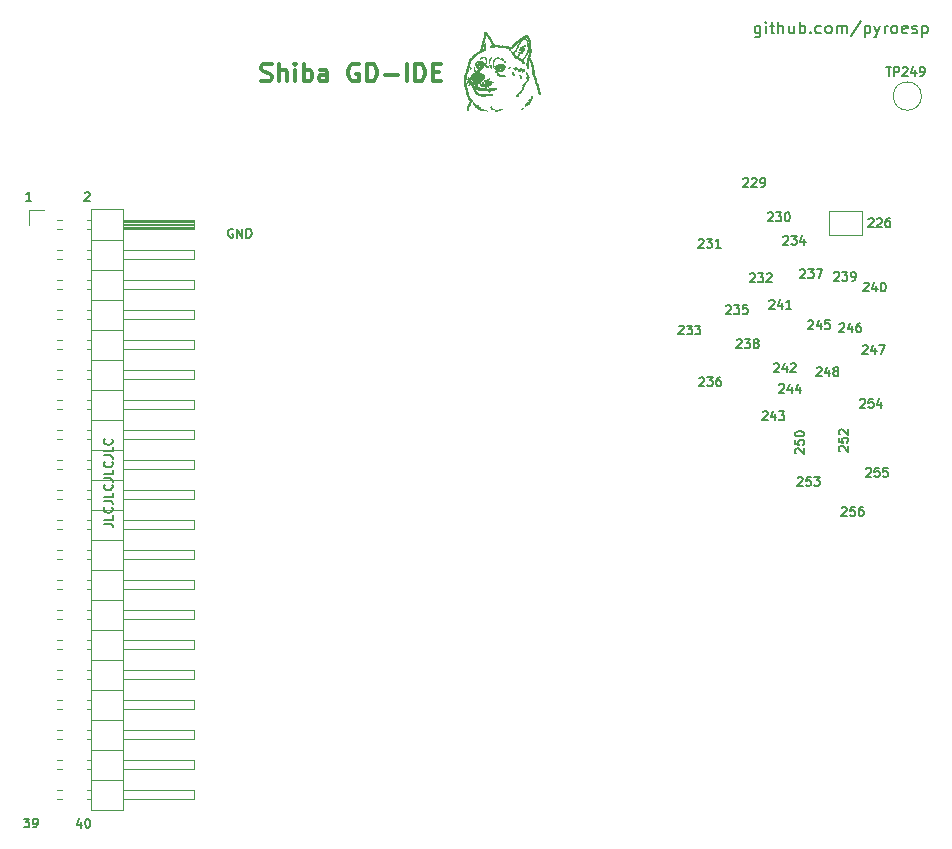
<source format=gbr>
%TF.GenerationSoftware,KiCad,Pcbnew,(5.1.6)-1*%
%TF.CreationDate,2020-08-21T18:39:33+02:00*%
%TF.ProjectId,Shiba GD-IDE,53686962-6120-4474-942d-4944452e6b69,rev?*%
%TF.SameCoordinates,Original*%
%TF.FileFunction,Legend,Top*%
%TF.FilePolarity,Positive*%
%FSLAX46Y46*%
G04 Gerber Fmt 4.6, Leading zero omitted, Abs format (unit mm)*
G04 Created by KiCad (PCBNEW (5.1.6)-1) date 2020-08-21 18:39:33*
%MOMM*%
%LPD*%
G01*
G04 APERTURE LIST*
%ADD10C,0.187500*%
%ADD11C,0.200000*%
%ADD12C,0.300000*%
%ADD13C,0.150000*%
%ADD14C,0.010000*%
%ADD15C,0.120000*%
G04 APERTURE END LIST*
D10*
X112463258Y-116861032D02*
X112998973Y-116861032D01*
X113106115Y-116896747D01*
X113177544Y-116968175D01*
X113213258Y-117075318D01*
X113213258Y-117146747D01*
X113213258Y-116146747D02*
X113213258Y-116503889D01*
X112463258Y-116503889D01*
X113141830Y-115468175D02*
X113177544Y-115503889D01*
X113213258Y-115611032D01*
X113213258Y-115682461D01*
X113177544Y-115789604D01*
X113106115Y-115861032D01*
X113034687Y-115896747D01*
X112891830Y-115932461D01*
X112784687Y-115932461D01*
X112641830Y-115896747D01*
X112570401Y-115861032D01*
X112498973Y-115789604D01*
X112463258Y-115682461D01*
X112463258Y-115611032D01*
X112498973Y-115503889D01*
X112534687Y-115468175D01*
X112463258Y-114932461D02*
X112998973Y-114932461D01*
X113106115Y-114968175D01*
X113177544Y-115039604D01*
X113213258Y-115146747D01*
X113213258Y-115218175D01*
X113213258Y-114218175D02*
X113213258Y-114575318D01*
X112463258Y-114575318D01*
X113141830Y-113539604D02*
X113177544Y-113575318D01*
X113213258Y-113682461D01*
X113213258Y-113753889D01*
X113177544Y-113861032D01*
X113106115Y-113932461D01*
X113034687Y-113968175D01*
X112891830Y-114003889D01*
X112784687Y-114003889D01*
X112641830Y-113968175D01*
X112570401Y-113932461D01*
X112498973Y-113861032D01*
X112463258Y-113753889D01*
X112463258Y-113682461D01*
X112498973Y-113575318D01*
X112534687Y-113539604D01*
X112463258Y-113003889D02*
X112998973Y-113003889D01*
X113106115Y-113039604D01*
X113177544Y-113111032D01*
X113213258Y-113218175D01*
X113213258Y-113289604D01*
X113213258Y-112289604D02*
X113213258Y-112646747D01*
X112463258Y-112646747D01*
X113141830Y-111611032D02*
X113177544Y-111646747D01*
X113213258Y-111753889D01*
X113213258Y-111825318D01*
X113177544Y-111932461D01*
X113106115Y-112003889D01*
X113034687Y-112039604D01*
X112891830Y-112075318D01*
X112784687Y-112075318D01*
X112641830Y-112039604D01*
X112570401Y-112003889D01*
X112498973Y-111932461D01*
X112463258Y-111825318D01*
X112463258Y-111753889D01*
X112498973Y-111646747D01*
X112534687Y-111611032D01*
X112463258Y-111075318D02*
X112998973Y-111075318D01*
X113106115Y-111111032D01*
X113177544Y-111182461D01*
X113213258Y-111289604D01*
X113213258Y-111361032D01*
X113213258Y-110361032D02*
X113213258Y-110718175D01*
X112463258Y-110718175D01*
X113141830Y-109682461D02*
X113177544Y-109718175D01*
X113213258Y-109825318D01*
X113213258Y-109896747D01*
X113177544Y-110003889D01*
X113106115Y-110075318D01*
X113034687Y-110111032D01*
X112891830Y-110146747D01*
X112784687Y-110146747D01*
X112641830Y-110111032D01*
X112570401Y-110075318D01*
X112498973Y-110003889D01*
X112463258Y-109896747D01*
X112463258Y-109825318D01*
X112498973Y-109718175D01*
X112534687Y-109682461D01*
X110522786Y-142087122D02*
X110522786Y-142587122D01*
X110344214Y-141801408D02*
X110165643Y-142337122D01*
X110629929Y-142337122D01*
X111058500Y-141837122D02*
X111129929Y-141837122D01*
X111201357Y-141872837D01*
X111237072Y-141908551D01*
X111272786Y-141979979D01*
X111308500Y-142122837D01*
X111308500Y-142301408D01*
X111272786Y-142444265D01*
X111237072Y-142515694D01*
X111201357Y-142551408D01*
X111129929Y-142587122D01*
X111058500Y-142587122D01*
X110987072Y-142551408D01*
X110951357Y-142515694D01*
X110915643Y-142444265D01*
X110879929Y-142301408D01*
X110879929Y-142122837D01*
X110915643Y-141979979D01*
X110951357Y-141908551D01*
X110987072Y-141872837D01*
X111058500Y-141837122D01*
X105684929Y-141811722D02*
X106149214Y-141811722D01*
X105899214Y-142097437D01*
X106006357Y-142097437D01*
X106077786Y-142133151D01*
X106113500Y-142168865D01*
X106149214Y-142240294D01*
X106149214Y-142418865D01*
X106113500Y-142490294D01*
X106077786Y-142526008D01*
X106006357Y-142561722D01*
X105792072Y-142561722D01*
X105720643Y-142526008D01*
X105684929Y-142490294D01*
X106506357Y-142561722D02*
X106649214Y-142561722D01*
X106720643Y-142526008D01*
X106756357Y-142490294D01*
X106827786Y-142383151D01*
X106863500Y-142240294D01*
X106863500Y-141954579D01*
X106827786Y-141883151D01*
X106792072Y-141847437D01*
X106720643Y-141811722D01*
X106577786Y-141811722D01*
X106506357Y-141847437D01*
X106470643Y-141883151D01*
X106434929Y-141954579D01*
X106434929Y-142133151D01*
X106470643Y-142204579D01*
X106506357Y-142240294D01*
X106577786Y-142276008D01*
X106720643Y-142276008D01*
X106792072Y-142240294D01*
X106827786Y-142204579D01*
X106863500Y-142133151D01*
X110827586Y-88847951D02*
X110863300Y-88812237D01*
X110934729Y-88776522D01*
X111113300Y-88776522D01*
X111184729Y-88812237D01*
X111220443Y-88847951D01*
X111256157Y-88919379D01*
X111256157Y-88990808D01*
X111220443Y-89097951D01*
X110791872Y-89526522D01*
X111256157Y-89526522D01*
X106303157Y-89501122D02*
X105874586Y-89501122D01*
X106088872Y-89501122D02*
X106088872Y-88751122D01*
X106017443Y-88858265D01*
X105946014Y-88929694D01*
X105874586Y-88965408D01*
X123399043Y-91911037D02*
X123327614Y-91875322D01*
X123220472Y-91875322D01*
X123113329Y-91911037D01*
X123041900Y-91982465D01*
X123006186Y-92053894D01*
X122970472Y-92196751D01*
X122970472Y-92303894D01*
X123006186Y-92446751D01*
X123041900Y-92518179D01*
X123113329Y-92589608D01*
X123220472Y-92625322D01*
X123291900Y-92625322D01*
X123399043Y-92589608D01*
X123434757Y-92553894D01*
X123434757Y-92303894D01*
X123291900Y-92303894D01*
X123756186Y-92625322D02*
X123756186Y-91875322D01*
X124184757Y-92625322D01*
X124184757Y-91875322D01*
X124541900Y-92625322D02*
X124541900Y-91875322D01*
X124720472Y-91875322D01*
X124827614Y-91911037D01*
X124899043Y-91982465D01*
X124934757Y-92053894D01*
X124970472Y-92196751D01*
X124970472Y-92303894D01*
X124934757Y-92446751D01*
X124899043Y-92518179D01*
X124827614Y-92589608D01*
X124720472Y-92625322D01*
X124541900Y-92625322D01*
D11*
X168040329Y-74672751D02*
X168040329Y-75482275D01*
X167992710Y-75577513D01*
X167945091Y-75625132D01*
X167849852Y-75672751D01*
X167706995Y-75672751D01*
X167611757Y-75625132D01*
X168040329Y-75291798D02*
X167945091Y-75339417D01*
X167754614Y-75339417D01*
X167659376Y-75291798D01*
X167611757Y-75244179D01*
X167564138Y-75148941D01*
X167564138Y-74863227D01*
X167611757Y-74767989D01*
X167659376Y-74720370D01*
X167754614Y-74672751D01*
X167945091Y-74672751D01*
X168040329Y-74720370D01*
X168516519Y-75339417D02*
X168516519Y-74672751D01*
X168516519Y-74339417D02*
X168468900Y-74387037D01*
X168516519Y-74434656D01*
X168564138Y-74387037D01*
X168516519Y-74339417D01*
X168516519Y-74434656D01*
X168849852Y-74672751D02*
X169230805Y-74672751D01*
X168992710Y-74339417D02*
X168992710Y-75196560D01*
X169040329Y-75291798D01*
X169135567Y-75339417D01*
X169230805Y-75339417D01*
X169564138Y-75339417D02*
X169564138Y-74339417D01*
X169992710Y-75339417D02*
X169992710Y-74815608D01*
X169945091Y-74720370D01*
X169849852Y-74672751D01*
X169706995Y-74672751D01*
X169611757Y-74720370D01*
X169564138Y-74767989D01*
X170897472Y-74672751D02*
X170897472Y-75339417D01*
X170468900Y-74672751D02*
X170468900Y-75196560D01*
X170516519Y-75291798D01*
X170611757Y-75339417D01*
X170754614Y-75339417D01*
X170849852Y-75291798D01*
X170897472Y-75244179D01*
X171373662Y-75339417D02*
X171373662Y-74339417D01*
X171373662Y-74720370D02*
X171468900Y-74672751D01*
X171659376Y-74672751D01*
X171754614Y-74720370D01*
X171802233Y-74767989D01*
X171849852Y-74863227D01*
X171849852Y-75148941D01*
X171802233Y-75244179D01*
X171754614Y-75291798D01*
X171659376Y-75339417D01*
X171468900Y-75339417D01*
X171373662Y-75291798D01*
X172278424Y-75244179D02*
X172326043Y-75291798D01*
X172278424Y-75339417D01*
X172230805Y-75291798D01*
X172278424Y-75244179D01*
X172278424Y-75339417D01*
X173183186Y-75291798D02*
X173087948Y-75339417D01*
X172897472Y-75339417D01*
X172802233Y-75291798D01*
X172754614Y-75244179D01*
X172706995Y-75148941D01*
X172706995Y-74863227D01*
X172754614Y-74767989D01*
X172802233Y-74720370D01*
X172897472Y-74672751D01*
X173087948Y-74672751D01*
X173183186Y-74720370D01*
X173754614Y-75339417D02*
X173659376Y-75291798D01*
X173611757Y-75244179D01*
X173564138Y-75148941D01*
X173564138Y-74863227D01*
X173611757Y-74767989D01*
X173659376Y-74720370D01*
X173754614Y-74672751D01*
X173897472Y-74672751D01*
X173992710Y-74720370D01*
X174040329Y-74767989D01*
X174087948Y-74863227D01*
X174087948Y-75148941D01*
X174040329Y-75244179D01*
X173992710Y-75291798D01*
X173897472Y-75339417D01*
X173754614Y-75339417D01*
X174516519Y-75339417D02*
X174516519Y-74672751D01*
X174516519Y-74767989D02*
X174564138Y-74720370D01*
X174659376Y-74672751D01*
X174802233Y-74672751D01*
X174897472Y-74720370D01*
X174945091Y-74815608D01*
X174945091Y-75339417D01*
X174945091Y-74815608D02*
X174992710Y-74720370D01*
X175087948Y-74672751D01*
X175230805Y-74672751D01*
X175326043Y-74720370D01*
X175373662Y-74815608D01*
X175373662Y-75339417D01*
X176564138Y-74291798D02*
X175706995Y-75577513D01*
X176897472Y-74672751D02*
X176897472Y-75672751D01*
X176897472Y-74720370D02*
X176992710Y-74672751D01*
X177183186Y-74672751D01*
X177278424Y-74720370D01*
X177326043Y-74767989D01*
X177373662Y-74863227D01*
X177373662Y-75148941D01*
X177326043Y-75244179D01*
X177278424Y-75291798D01*
X177183186Y-75339417D01*
X176992710Y-75339417D01*
X176897472Y-75291798D01*
X177706995Y-74672751D02*
X177945091Y-75339417D01*
X178183186Y-74672751D02*
X177945091Y-75339417D01*
X177849852Y-75577513D01*
X177802233Y-75625132D01*
X177706995Y-75672751D01*
X178564138Y-75339417D02*
X178564138Y-74672751D01*
X178564138Y-74863227D02*
X178611757Y-74767989D01*
X178659376Y-74720370D01*
X178754614Y-74672751D01*
X178849852Y-74672751D01*
X179326043Y-75339417D02*
X179230805Y-75291798D01*
X179183186Y-75244179D01*
X179135567Y-75148941D01*
X179135567Y-74863227D01*
X179183186Y-74767989D01*
X179230805Y-74720370D01*
X179326043Y-74672751D01*
X179468900Y-74672751D01*
X179564138Y-74720370D01*
X179611757Y-74767989D01*
X179659376Y-74863227D01*
X179659376Y-75148941D01*
X179611757Y-75244179D01*
X179564138Y-75291798D01*
X179468900Y-75339417D01*
X179326043Y-75339417D01*
X180468900Y-75291798D02*
X180373662Y-75339417D01*
X180183186Y-75339417D01*
X180087948Y-75291798D01*
X180040329Y-75196560D01*
X180040329Y-74815608D01*
X180087948Y-74720370D01*
X180183186Y-74672751D01*
X180373662Y-74672751D01*
X180468900Y-74720370D01*
X180516519Y-74815608D01*
X180516519Y-74910846D01*
X180040329Y-75006084D01*
X180897472Y-75291798D02*
X180992710Y-75339417D01*
X181183186Y-75339417D01*
X181278424Y-75291798D01*
X181326043Y-75196560D01*
X181326043Y-75148941D01*
X181278424Y-75053703D01*
X181183186Y-75006084D01*
X181040329Y-75006084D01*
X180945091Y-74958465D01*
X180897472Y-74863227D01*
X180897472Y-74815608D01*
X180945091Y-74720370D01*
X181040329Y-74672751D01*
X181183186Y-74672751D01*
X181278424Y-74720370D01*
X181754614Y-74672751D02*
X181754614Y-75672751D01*
X181754614Y-74720370D02*
X181849852Y-74672751D01*
X182040329Y-74672751D01*
X182135567Y-74720370D01*
X182183186Y-74767989D01*
X182230805Y-74863227D01*
X182230805Y-75148941D01*
X182183186Y-75244179D01*
X182135567Y-75291798D01*
X182040329Y-75339417D01*
X181849852Y-75339417D01*
X181754614Y-75291798D01*
D12*
X125812129Y-79329579D02*
X126026414Y-79401008D01*
X126383557Y-79401008D01*
X126526414Y-79329579D01*
X126597843Y-79258151D01*
X126669272Y-79115294D01*
X126669272Y-78972437D01*
X126597843Y-78829579D01*
X126526414Y-78758151D01*
X126383557Y-78686722D01*
X126097843Y-78615294D01*
X125954986Y-78543865D01*
X125883557Y-78472437D01*
X125812129Y-78329579D01*
X125812129Y-78186722D01*
X125883557Y-78043865D01*
X125954986Y-77972437D01*
X126097843Y-77901008D01*
X126454986Y-77901008D01*
X126669272Y-77972437D01*
X127312129Y-79401008D02*
X127312129Y-77901008D01*
X127954986Y-79401008D02*
X127954986Y-78615294D01*
X127883557Y-78472437D01*
X127740700Y-78401008D01*
X127526414Y-78401008D01*
X127383557Y-78472437D01*
X127312129Y-78543865D01*
X128669272Y-79401008D02*
X128669272Y-78401008D01*
X128669272Y-77901008D02*
X128597843Y-77972437D01*
X128669272Y-78043865D01*
X128740700Y-77972437D01*
X128669272Y-77901008D01*
X128669272Y-78043865D01*
X129383557Y-79401008D02*
X129383557Y-77901008D01*
X129383557Y-78472437D02*
X129526414Y-78401008D01*
X129812129Y-78401008D01*
X129954986Y-78472437D01*
X130026414Y-78543865D01*
X130097843Y-78686722D01*
X130097843Y-79115294D01*
X130026414Y-79258151D01*
X129954986Y-79329579D01*
X129812129Y-79401008D01*
X129526414Y-79401008D01*
X129383557Y-79329579D01*
X131383557Y-79401008D02*
X131383557Y-78615294D01*
X131312129Y-78472437D01*
X131169272Y-78401008D01*
X130883557Y-78401008D01*
X130740700Y-78472437D01*
X131383557Y-79329579D02*
X131240700Y-79401008D01*
X130883557Y-79401008D01*
X130740700Y-79329579D01*
X130669272Y-79186722D01*
X130669272Y-79043865D01*
X130740700Y-78901008D01*
X130883557Y-78829579D01*
X131240700Y-78829579D01*
X131383557Y-78758151D01*
X134026414Y-77972437D02*
X133883557Y-77901008D01*
X133669272Y-77901008D01*
X133454986Y-77972437D01*
X133312129Y-78115294D01*
X133240700Y-78258151D01*
X133169272Y-78543865D01*
X133169272Y-78758151D01*
X133240700Y-79043865D01*
X133312129Y-79186722D01*
X133454986Y-79329579D01*
X133669272Y-79401008D01*
X133812129Y-79401008D01*
X134026414Y-79329579D01*
X134097843Y-79258151D01*
X134097843Y-78758151D01*
X133812129Y-78758151D01*
X134740700Y-79401008D02*
X134740700Y-77901008D01*
X135097843Y-77901008D01*
X135312129Y-77972437D01*
X135454986Y-78115294D01*
X135526414Y-78258151D01*
X135597843Y-78543865D01*
X135597843Y-78758151D01*
X135526414Y-79043865D01*
X135454986Y-79186722D01*
X135312129Y-79329579D01*
X135097843Y-79401008D01*
X134740700Y-79401008D01*
X136240700Y-78829579D02*
X137383557Y-78829579D01*
X138097843Y-79401008D02*
X138097843Y-77901008D01*
X138812129Y-79401008D02*
X138812129Y-77901008D01*
X139169272Y-77901008D01*
X139383557Y-77972437D01*
X139526414Y-78115294D01*
X139597843Y-78258151D01*
X139669272Y-78543865D01*
X139669272Y-78758151D01*
X139597843Y-79043865D01*
X139526414Y-79186722D01*
X139383557Y-79329579D01*
X139169272Y-79401008D01*
X138812129Y-79401008D01*
X140312129Y-78615294D02*
X140812129Y-78615294D01*
X141026414Y-79401008D02*
X140312129Y-79401008D01*
X140312129Y-77901008D01*
X141026414Y-77901008D01*
D13*
X162876028Y-104511914D02*
X162911742Y-104476200D01*
X162983171Y-104440485D01*
X163161742Y-104440485D01*
X163233171Y-104476200D01*
X163268885Y-104511914D01*
X163304600Y-104583342D01*
X163304600Y-104654771D01*
X163268885Y-104761914D01*
X162840314Y-105190485D01*
X163304600Y-105190485D01*
X163554600Y-104440485D02*
X164018885Y-104440485D01*
X163768885Y-104726200D01*
X163876028Y-104726200D01*
X163947457Y-104761914D01*
X163983171Y-104797628D01*
X164018885Y-104869057D01*
X164018885Y-105047628D01*
X163983171Y-105119057D01*
X163947457Y-105154771D01*
X163876028Y-105190485D01*
X163661742Y-105190485D01*
X163590314Y-105154771D01*
X163554600Y-105119057D01*
X164661742Y-104440485D02*
X164518885Y-104440485D01*
X164447457Y-104476200D01*
X164411742Y-104511914D01*
X164340314Y-104619057D01*
X164304600Y-104761914D01*
X164304600Y-105047628D01*
X164340314Y-105119057D01*
X164376028Y-105154771D01*
X164447457Y-105190485D01*
X164590314Y-105190485D01*
X164661742Y-105154771D01*
X164697457Y-105119057D01*
X164733171Y-105047628D01*
X164733171Y-104869057D01*
X164697457Y-104797628D01*
X164661742Y-104761914D01*
X164590314Y-104726200D01*
X164447457Y-104726200D01*
X164376028Y-104761914D01*
X164340314Y-104797628D01*
X164304600Y-104869057D01*
X168819628Y-97958714D02*
X168855342Y-97923000D01*
X168926771Y-97887285D01*
X169105342Y-97887285D01*
X169176771Y-97923000D01*
X169212485Y-97958714D01*
X169248200Y-98030142D01*
X169248200Y-98101571D01*
X169212485Y-98208714D01*
X168783914Y-98637285D01*
X169248200Y-98637285D01*
X169891057Y-98137285D02*
X169891057Y-98637285D01*
X169712485Y-97851571D02*
X169533914Y-98387285D01*
X169998200Y-98387285D01*
X170676771Y-98637285D02*
X170248200Y-98637285D01*
X170462485Y-98637285D02*
X170462485Y-97887285D01*
X170391057Y-97994428D01*
X170319628Y-98065857D01*
X170248200Y-98101571D01*
X161123428Y-100143114D02*
X161159142Y-100107400D01*
X161230571Y-100071685D01*
X161409142Y-100071685D01*
X161480571Y-100107400D01*
X161516285Y-100143114D01*
X161552000Y-100214542D01*
X161552000Y-100285971D01*
X161516285Y-100393114D01*
X161087714Y-100821685D01*
X161552000Y-100821685D01*
X161802000Y-100071685D02*
X162266285Y-100071685D01*
X162016285Y-100357400D01*
X162123428Y-100357400D01*
X162194857Y-100393114D01*
X162230571Y-100428828D01*
X162266285Y-100500257D01*
X162266285Y-100678828D01*
X162230571Y-100750257D01*
X162194857Y-100785971D01*
X162123428Y-100821685D01*
X161909142Y-100821685D01*
X161837714Y-100785971D01*
X161802000Y-100750257D01*
X162516285Y-100071685D02*
X162980571Y-100071685D01*
X162730571Y-100357400D01*
X162837714Y-100357400D01*
X162909142Y-100393114D01*
X162944857Y-100428828D01*
X162980571Y-100500257D01*
X162980571Y-100678828D01*
X162944857Y-100750257D01*
X162909142Y-100785971D01*
X162837714Y-100821685D01*
X162623428Y-100821685D01*
X162552000Y-100785971D01*
X162516285Y-100750257D01*
X166051028Y-101311514D02*
X166086742Y-101275800D01*
X166158171Y-101240085D01*
X166336742Y-101240085D01*
X166408171Y-101275800D01*
X166443885Y-101311514D01*
X166479600Y-101382942D01*
X166479600Y-101454371D01*
X166443885Y-101561514D01*
X166015314Y-101990085D01*
X166479600Y-101990085D01*
X166729600Y-101240085D02*
X167193885Y-101240085D01*
X166943885Y-101525800D01*
X167051028Y-101525800D01*
X167122457Y-101561514D01*
X167158171Y-101597228D01*
X167193885Y-101668657D01*
X167193885Y-101847228D01*
X167158171Y-101918657D01*
X167122457Y-101954371D01*
X167051028Y-101990085D01*
X166836742Y-101990085D01*
X166765314Y-101954371D01*
X166729600Y-101918657D01*
X167622457Y-101561514D02*
X167551028Y-101525800D01*
X167515314Y-101490085D01*
X167479600Y-101418657D01*
X167479600Y-101382942D01*
X167515314Y-101311514D01*
X167551028Y-101275800D01*
X167622457Y-101240085D01*
X167765314Y-101240085D01*
X167836742Y-101275800D01*
X167872457Y-101311514D01*
X167908171Y-101382942D01*
X167908171Y-101418657D01*
X167872457Y-101490085D01*
X167836742Y-101525800D01*
X167765314Y-101561514D01*
X167622457Y-101561514D01*
X167551028Y-101597228D01*
X167515314Y-101632942D01*
X167479600Y-101704371D01*
X167479600Y-101847228D01*
X167515314Y-101918657D01*
X167551028Y-101954371D01*
X167622457Y-101990085D01*
X167765314Y-101990085D01*
X167836742Y-101954371D01*
X167872457Y-101918657D01*
X167908171Y-101847228D01*
X167908171Y-101704371D01*
X167872457Y-101632942D01*
X167836742Y-101597228D01*
X167765314Y-101561514D01*
X169200628Y-103343514D02*
X169236342Y-103307800D01*
X169307771Y-103272085D01*
X169486342Y-103272085D01*
X169557771Y-103307800D01*
X169593485Y-103343514D01*
X169629200Y-103414942D01*
X169629200Y-103486371D01*
X169593485Y-103593514D01*
X169164914Y-104022085D01*
X169629200Y-104022085D01*
X170272057Y-103522085D02*
X170272057Y-104022085D01*
X170093485Y-103236371D02*
X169914914Y-103772085D01*
X170379200Y-103772085D01*
X170629200Y-103343514D02*
X170664914Y-103307800D01*
X170736342Y-103272085D01*
X170914914Y-103272085D01*
X170986342Y-103307800D01*
X171022057Y-103343514D01*
X171057771Y-103414942D01*
X171057771Y-103486371D01*
X171022057Y-103593514D01*
X170593485Y-104022085D01*
X171057771Y-104022085D01*
X169632428Y-105096114D02*
X169668142Y-105060400D01*
X169739571Y-105024685D01*
X169918142Y-105024685D01*
X169989571Y-105060400D01*
X170025285Y-105096114D01*
X170061000Y-105167542D01*
X170061000Y-105238971D01*
X170025285Y-105346114D01*
X169596714Y-105774685D01*
X170061000Y-105774685D01*
X170703857Y-105274685D02*
X170703857Y-105774685D01*
X170525285Y-104988971D02*
X170346714Y-105524685D01*
X170811000Y-105524685D01*
X171418142Y-105274685D02*
X171418142Y-105774685D01*
X171239571Y-104988971D02*
X171061000Y-105524685D01*
X171525285Y-105524685D01*
X168235428Y-107407514D02*
X168271142Y-107371800D01*
X168342571Y-107336085D01*
X168521142Y-107336085D01*
X168592571Y-107371800D01*
X168628285Y-107407514D01*
X168664000Y-107478942D01*
X168664000Y-107550371D01*
X168628285Y-107657514D01*
X168199714Y-108086085D01*
X168664000Y-108086085D01*
X169306857Y-107586085D02*
X169306857Y-108086085D01*
X169128285Y-107300371D02*
X168949714Y-107836085D01*
X169414000Y-107836085D01*
X169628285Y-107336085D02*
X170092571Y-107336085D01*
X169842571Y-107621800D01*
X169949714Y-107621800D01*
X170021142Y-107657514D01*
X170056857Y-107693228D01*
X170092571Y-107764657D01*
X170092571Y-107943228D01*
X170056857Y-108014657D01*
X170021142Y-108050371D01*
X169949714Y-108086085D01*
X169735428Y-108086085D01*
X169664000Y-108050371D01*
X169628285Y-108014657D01*
X171059914Y-110885171D02*
X171024200Y-110849457D01*
X170988485Y-110778028D01*
X170988485Y-110599457D01*
X171024200Y-110528028D01*
X171059914Y-110492314D01*
X171131342Y-110456600D01*
X171202771Y-110456600D01*
X171309914Y-110492314D01*
X171738485Y-110920885D01*
X171738485Y-110456600D01*
X170988485Y-109778028D02*
X170988485Y-110135171D01*
X171345628Y-110170885D01*
X171309914Y-110135171D01*
X171274200Y-110063742D01*
X171274200Y-109885171D01*
X171309914Y-109813742D01*
X171345628Y-109778028D01*
X171417057Y-109742314D01*
X171595628Y-109742314D01*
X171667057Y-109778028D01*
X171702771Y-109813742D01*
X171738485Y-109885171D01*
X171738485Y-110063742D01*
X171702771Y-110135171D01*
X171667057Y-110170885D01*
X170988485Y-109278028D02*
X170988485Y-109206600D01*
X171024200Y-109135171D01*
X171059914Y-109099457D01*
X171131342Y-109063742D01*
X171274200Y-109028028D01*
X171452771Y-109028028D01*
X171595628Y-109063742D01*
X171667057Y-109099457D01*
X171702771Y-109135171D01*
X171738485Y-109206600D01*
X171738485Y-109278028D01*
X171702771Y-109349457D01*
X171667057Y-109385171D01*
X171595628Y-109420885D01*
X171452771Y-109456600D01*
X171274200Y-109456600D01*
X171131342Y-109420885D01*
X171059914Y-109385171D01*
X171024200Y-109349457D01*
X170988485Y-109278028D01*
X171207228Y-112944714D02*
X171242942Y-112909000D01*
X171314371Y-112873285D01*
X171492942Y-112873285D01*
X171564371Y-112909000D01*
X171600085Y-112944714D01*
X171635800Y-113016142D01*
X171635800Y-113087571D01*
X171600085Y-113194714D01*
X171171514Y-113623285D01*
X171635800Y-113623285D01*
X172314371Y-112873285D02*
X171957228Y-112873285D01*
X171921514Y-113230428D01*
X171957228Y-113194714D01*
X172028657Y-113159000D01*
X172207228Y-113159000D01*
X172278657Y-113194714D01*
X172314371Y-113230428D01*
X172350085Y-113301857D01*
X172350085Y-113480428D01*
X172314371Y-113551857D01*
X172278657Y-113587571D01*
X172207228Y-113623285D01*
X172028657Y-113623285D01*
X171957228Y-113587571D01*
X171921514Y-113551857D01*
X172600085Y-112873285D02*
X173064371Y-112873285D01*
X172814371Y-113159000D01*
X172921514Y-113159000D01*
X172992942Y-113194714D01*
X173028657Y-113230428D01*
X173064371Y-113301857D01*
X173064371Y-113480428D01*
X173028657Y-113551857D01*
X172992942Y-113587571D01*
X172921514Y-113623285D01*
X172707228Y-113623285D01*
X172635800Y-113587571D01*
X172600085Y-113551857D01*
X174941028Y-115510114D02*
X174976742Y-115474400D01*
X175048171Y-115438685D01*
X175226742Y-115438685D01*
X175298171Y-115474400D01*
X175333885Y-115510114D01*
X175369600Y-115581542D01*
X175369600Y-115652971D01*
X175333885Y-115760114D01*
X174905314Y-116188685D01*
X175369600Y-116188685D01*
X176048171Y-115438685D02*
X175691028Y-115438685D01*
X175655314Y-115795828D01*
X175691028Y-115760114D01*
X175762457Y-115724400D01*
X175941028Y-115724400D01*
X176012457Y-115760114D01*
X176048171Y-115795828D01*
X176083885Y-115867257D01*
X176083885Y-116045828D01*
X176048171Y-116117257D01*
X176012457Y-116152971D01*
X175941028Y-116188685D01*
X175762457Y-116188685D01*
X175691028Y-116152971D01*
X175655314Y-116117257D01*
X176726742Y-115438685D02*
X176583885Y-115438685D01*
X176512457Y-115474400D01*
X176476742Y-115510114D01*
X176405314Y-115617257D01*
X176369600Y-115760114D01*
X176369600Y-116045828D01*
X176405314Y-116117257D01*
X176441028Y-116152971D01*
X176512457Y-116188685D01*
X176655314Y-116188685D01*
X176726742Y-116152971D01*
X176762457Y-116117257D01*
X176798171Y-116045828D01*
X176798171Y-115867257D01*
X176762457Y-115795828D01*
X176726742Y-115760114D01*
X176655314Y-115724400D01*
X176512457Y-115724400D01*
X176441028Y-115760114D01*
X176405314Y-115795828D01*
X176369600Y-115867257D01*
X174768314Y-110707371D02*
X174732600Y-110671657D01*
X174696885Y-110600228D01*
X174696885Y-110421657D01*
X174732600Y-110350228D01*
X174768314Y-110314514D01*
X174839742Y-110278800D01*
X174911171Y-110278800D01*
X175018314Y-110314514D01*
X175446885Y-110743085D01*
X175446885Y-110278800D01*
X174696885Y-109600228D02*
X174696885Y-109957371D01*
X175054028Y-109993085D01*
X175018314Y-109957371D01*
X174982600Y-109885942D01*
X174982600Y-109707371D01*
X175018314Y-109635942D01*
X175054028Y-109600228D01*
X175125457Y-109564514D01*
X175304028Y-109564514D01*
X175375457Y-109600228D01*
X175411171Y-109635942D01*
X175446885Y-109707371D01*
X175446885Y-109885942D01*
X175411171Y-109957371D01*
X175375457Y-109993085D01*
X174768314Y-109278800D02*
X174732600Y-109243085D01*
X174696885Y-109171657D01*
X174696885Y-108993085D01*
X174732600Y-108921657D01*
X174768314Y-108885942D01*
X174839742Y-108850228D01*
X174911171Y-108850228D01*
X175018314Y-108885942D01*
X175446885Y-109314514D01*
X175446885Y-108850228D01*
X176998428Y-112182714D02*
X177034142Y-112147000D01*
X177105571Y-112111285D01*
X177284142Y-112111285D01*
X177355571Y-112147000D01*
X177391285Y-112182714D01*
X177427000Y-112254142D01*
X177427000Y-112325571D01*
X177391285Y-112432714D01*
X176962714Y-112861285D01*
X177427000Y-112861285D01*
X178105571Y-112111285D02*
X177748428Y-112111285D01*
X177712714Y-112468428D01*
X177748428Y-112432714D01*
X177819857Y-112397000D01*
X177998428Y-112397000D01*
X178069857Y-112432714D01*
X178105571Y-112468428D01*
X178141285Y-112539857D01*
X178141285Y-112718428D01*
X178105571Y-112789857D01*
X178069857Y-112825571D01*
X177998428Y-112861285D01*
X177819857Y-112861285D01*
X177748428Y-112825571D01*
X177712714Y-112789857D01*
X178819857Y-112111285D02*
X178462714Y-112111285D01*
X178427000Y-112468428D01*
X178462714Y-112432714D01*
X178534142Y-112397000D01*
X178712714Y-112397000D01*
X178784142Y-112432714D01*
X178819857Y-112468428D01*
X178855571Y-112539857D01*
X178855571Y-112718428D01*
X178819857Y-112789857D01*
X178784142Y-112825571D01*
X178712714Y-112861285D01*
X178534142Y-112861285D01*
X178462714Y-112825571D01*
X178427000Y-112789857D01*
X176490428Y-106340714D02*
X176526142Y-106305000D01*
X176597571Y-106269285D01*
X176776142Y-106269285D01*
X176847571Y-106305000D01*
X176883285Y-106340714D01*
X176919000Y-106412142D01*
X176919000Y-106483571D01*
X176883285Y-106590714D01*
X176454714Y-107019285D01*
X176919000Y-107019285D01*
X177597571Y-106269285D02*
X177240428Y-106269285D01*
X177204714Y-106626428D01*
X177240428Y-106590714D01*
X177311857Y-106555000D01*
X177490428Y-106555000D01*
X177561857Y-106590714D01*
X177597571Y-106626428D01*
X177633285Y-106697857D01*
X177633285Y-106876428D01*
X177597571Y-106947857D01*
X177561857Y-106983571D01*
X177490428Y-107019285D01*
X177311857Y-107019285D01*
X177240428Y-106983571D01*
X177204714Y-106947857D01*
X178276142Y-106519285D02*
X178276142Y-107019285D01*
X178097571Y-106233571D02*
X177919000Y-106769285D01*
X178383285Y-106769285D01*
X172807428Y-103673714D02*
X172843142Y-103638000D01*
X172914571Y-103602285D01*
X173093142Y-103602285D01*
X173164571Y-103638000D01*
X173200285Y-103673714D01*
X173236000Y-103745142D01*
X173236000Y-103816571D01*
X173200285Y-103923714D01*
X172771714Y-104352285D01*
X173236000Y-104352285D01*
X173878857Y-103852285D02*
X173878857Y-104352285D01*
X173700285Y-103566571D02*
X173521714Y-104102285D01*
X173986000Y-104102285D01*
X174378857Y-103923714D02*
X174307428Y-103888000D01*
X174271714Y-103852285D01*
X174236000Y-103780857D01*
X174236000Y-103745142D01*
X174271714Y-103673714D01*
X174307428Y-103638000D01*
X174378857Y-103602285D01*
X174521714Y-103602285D01*
X174593142Y-103638000D01*
X174628857Y-103673714D01*
X174664571Y-103745142D01*
X174664571Y-103780857D01*
X174628857Y-103852285D01*
X174593142Y-103888000D01*
X174521714Y-103923714D01*
X174378857Y-103923714D01*
X174307428Y-103959428D01*
X174271714Y-103995142D01*
X174236000Y-104066571D01*
X174236000Y-104209428D01*
X174271714Y-104280857D01*
X174307428Y-104316571D01*
X174378857Y-104352285D01*
X174521714Y-104352285D01*
X174593142Y-104316571D01*
X174628857Y-104280857D01*
X174664571Y-104209428D01*
X174664571Y-104066571D01*
X174628857Y-103995142D01*
X174593142Y-103959428D01*
X174521714Y-103923714D01*
X176719028Y-101819514D02*
X176754742Y-101783800D01*
X176826171Y-101748085D01*
X177004742Y-101748085D01*
X177076171Y-101783800D01*
X177111885Y-101819514D01*
X177147600Y-101890942D01*
X177147600Y-101962371D01*
X177111885Y-102069514D01*
X176683314Y-102498085D01*
X177147600Y-102498085D01*
X177790457Y-101998085D02*
X177790457Y-102498085D01*
X177611885Y-101712371D02*
X177433314Y-102248085D01*
X177897600Y-102248085D01*
X178111885Y-101748085D02*
X178611885Y-101748085D01*
X178290457Y-102498085D01*
X174737828Y-99939914D02*
X174773542Y-99904200D01*
X174844971Y-99868485D01*
X175023542Y-99868485D01*
X175094971Y-99904200D01*
X175130685Y-99939914D01*
X175166400Y-100011342D01*
X175166400Y-100082771D01*
X175130685Y-100189914D01*
X174702114Y-100618485D01*
X175166400Y-100618485D01*
X175809257Y-100118485D02*
X175809257Y-100618485D01*
X175630685Y-99832771D02*
X175452114Y-100368485D01*
X175916400Y-100368485D01*
X176523542Y-99868485D02*
X176380685Y-99868485D01*
X176309257Y-99904200D01*
X176273542Y-99939914D01*
X176202114Y-100047057D01*
X176166400Y-100189914D01*
X176166400Y-100475628D01*
X176202114Y-100547057D01*
X176237828Y-100582771D01*
X176309257Y-100618485D01*
X176452114Y-100618485D01*
X176523542Y-100582771D01*
X176559257Y-100547057D01*
X176594971Y-100475628D01*
X176594971Y-100297057D01*
X176559257Y-100225628D01*
X176523542Y-100189914D01*
X176452114Y-100154200D01*
X176309257Y-100154200D01*
X176237828Y-100189914D01*
X176202114Y-100225628D01*
X176166400Y-100297057D01*
X172096228Y-99685914D02*
X172131942Y-99650200D01*
X172203371Y-99614485D01*
X172381942Y-99614485D01*
X172453371Y-99650200D01*
X172489085Y-99685914D01*
X172524800Y-99757342D01*
X172524800Y-99828771D01*
X172489085Y-99935914D01*
X172060514Y-100364485D01*
X172524800Y-100364485D01*
X173167657Y-99864485D02*
X173167657Y-100364485D01*
X172989085Y-99578771D02*
X172810514Y-100114485D01*
X173274800Y-100114485D01*
X173917657Y-99614485D02*
X173560514Y-99614485D01*
X173524800Y-99971628D01*
X173560514Y-99935914D01*
X173631942Y-99900200D01*
X173810514Y-99900200D01*
X173881942Y-99935914D01*
X173917657Y-99971628D01*
X173953371Y-100043057D01*
X173953371Y-100221628D01*
X173917657Y-100293057D01*
X173881942Y-100328771D01*
X173810514Y-100364485D01*
X173631942Y-100364485D01*
X173560514Y-100328771D01*
X173524800Y-100293057D01*
X176795228Y-96510914D02*
X176830942Y-96475200D01*
X176902371Y-96439485D01*
X177080942Y-96439485D01*
X177152371Y-96475200D01*
X177188085Y-96510914D01*
X177223800Y-96582342D01*
X177223800Y-96653771D01*
X177188085Y-96760914D01*
X176759514Y-97189485D01*
X177223800Y-97189485D01*
X177866657Y-96689485D02*
X177866657Y-97189485D01*
X177688085Y-96403771D02*
X177509514Y-96939485D01*
X177973800Y-96939485D01*
X178402371Y-96439485D02*
X178473800Y-96439485D01*
X178545228Y-96475200D01*
X178580942Y-96510914D01*
X178616657Y-96582342D01*
X178652371Y-96725200D01*
X178652371Y-96903771D01*
X178616657Y-97046628D01*
X178580942Y-97118057D01*
X178545228Y-97153771D01*
X178473800Y-97189485D01*
X178402371Y-97189485D01*
X178330942Y-97153771D01*
X178295228Y-97118057D01*
X178259514Y-97046628D01*
X178223800Y-96903771D01*
X178223800Y-96725200D01*
X178259514Y-96582342D01*
X178295228Y-96510914D01*
X178330942Y-96475200D01*
X178402371Y-96439485D01*
X174280628Y-95596514D02*
X174316342Y-95560800D01*
X174387771Y-95525085D01*
X174566342Y-95525085D01*
X174637771Y-95560800D01*
X174673485Y-95596514D01*
X174709200Y-95667942D01*
X174709200Y-95739371D01*
X174673485Y-95846514D01*
X174244914Y-96275085D01*
X174709200Y-96275085D01*
X174959200Y-95525085D02*
X175423485Y-95525085D01*
X175173485Y-95810800D01*
X175280628Y-95810800D01*
X175352057Y-95846514D01*
X175387771Y-95882228D01*
X175423485Y-95953657D01*
X175423485Y-96132228D01*
X175387771Y-96203657D01*
X175352057Y-96239371D01*
X175280628Y-96275085D01*
X175066342Y-96275085D01*
X174994914Y-96239371D01*
X174959200Y-96203657D01*
X175780628Y-96275085D02*
X175923485Y-96275085D01*
X175994914Y-96239371D01*
X176030628Y-96203657D01*
X176102057Y-96096514D01*
X176137771Y-95953657D01*
X176137771Y-95667942D01*
X176102057Y-95596514D01*
X176066342Y-95560800D01*
X175994914Y-95525085D01*
X175852057Y-95525085D01*
X175780628Y-95560800D01*
X175744914Y-95596514D01*
X175709200Y-95667942D01*
X175709200Y-95846514D01*
X175744914Y-95917942D01*
X175780628Y-95953657D01*
X175852057Y-95989371D01*
X175994914Y-95989371D01*
X176066342Y-95953657D01*
X176102057Y-95917942D01*
X176137771Y-95846514D01*
X171410428Y-95367914D02*
X171446142Y-95332200D01*
X171517571Y-95296485D01*
X171696142Y-95296485D01*
X171767571Y-95332200D01*
X171803285Y-95367914D01*
X171839000Y-95439342D01*
X171839000Y-95510771D01*
X171803285Y-95617914D01*
X171374714Y-96046485D01*
X171839000Y-96046485D01*
X172089000Y-95296485D02*
X172553285Y-95296485D01*
X172303285Y-95582200D01*
X172410428Y-95582200D01*
X172481857Y-95617914D01*
X172517571Y-95653628D01*
X172553285Y-95725057D01*
X172553285Y-95903628D01*
X172517571Y-95975057D01*
X172481857Y-96010771D01*
X172410428Y-96046485D01*
X172196142Y-96046485D01*
X172124714Y-96010771D01*
X172089000Y-95975057D01*
X172803285Y-95296485D02*
X173303285Y-95296485D01*
X172981857Y-96046485D01*
X165136628Y-98415914D02*
X165172342Y-98380200D01*
X165243771Y-98344485D01*
X165422342Y-98344485D01*
X165493771Y-98380200D01*
X165529485Y-98415914D01*
X165565200Y-98487342D01*
X165565200Y-98558771D01*
X165529485Y-98665914D01*
X165100914Y-99094485D01*
X165565200Y-99094485D01*
X165815200Y-98344485D02*
X166279485Y-98344485D01*
X166029485Y-98630200D01*
X166136628Y-98630200D01*
X166208057Y-98665914D01*
X166243771Y-98701628D01*
X166279485Y-98773057D01*
X166279485Y-98951628D01*
X166243771Y-99023057D01*
X166208057Y-99058771D01*
X166136628Y-99094485D01*
X165922342Y-99094485D01*
X165850914Y-99058771D01*
X165815200Y-99023057D01*
X166958057Y-98344485D02*
X166600914Y-98344485D01*
X166565200Y-98701628D01*
X166600914Y-98665914D01*
X166672342Y-98630200D01*
X166850914Y-98630200D01*
X166922342Y-98665914D01*
X166958057Y-98701628D01*
X166993771Y-98773057D01*
X166993771Y-98951628D01*
X166958057Y-99023057D01*
X166922342Y-99058771D01*
X166850914Y-99094485D01*
X166672342Y-99094485D01*
X166600914Y-99058771D01*
X166565200Y-99023057D01*
X169988028Y-92548514D02*
X170023742Y-92512800D01*
X170095171Y-92477085D01*
X170273742Y-92477085D01*
X170345171Y-92512800D01*
X170380885Y-92548514D01*
X170416600Y-92619942D01*
X170416600Y-92691371D01*
X170380885Y-92798514D01*
X169952314Y-93227085D01*
X170416600Y-93227085D01*
X170666600Y-92477085D02*
X171130885Y-92477085D01*
X170880885Y-92762800D01*
X170988028Y-92762800D01*
X171059457Y-92798514D01*
X171095171Y-92834228D01*
X171130885Y-92905657D01*
X171130885Y-93084228D01*
X171095171Y-93155657D01*
X171059457Y-93191371D01*
X170988028Y-93227085D01*
X170773742Y-93227085D01*
X170702314Y-93191371D01*
X170666600Y-93155657D01*
X171773742Y-92727085D02*
X171773742Y-93227085D01*
X171595171Y-92441371D02*
X171416600Y-92977085D01*
X171880885Y-92977085D01*
X167168628Y-95723514D02*
X167204342Y-95687800D01*
X167275771Y-95652085D01*
X167454342Y-95652085D01*
X167525771Y-95687800D01*
X167561485Y-95723514D01*
X167597200Y-95794942D01*
X167597200Y-95866371D01*
X167561485Y-95973514D01*
X167132914Y-96402085D01*
X167597200Y-96402085D01*
X167847200Y-95652085D02*
X168311485Y-95652085D01*
X168061485Y-95937800D01*
X168168628Y-95937800D01*
X168240057Y-95973514D01*
X168275771Y-96009228D01*
X168311485Y-96080657D01*
X168311485Y-96259228D01*
X168275771Y-96330657D01*
X168240057Y-96366371D01*
X168168628Y-96402085D01*
X167954342Y-96402085D01*
X167882914Y-96366371D01*
X167847200Y-96330657D01*
X168597200Y-95723514D02*
X168632914Y-95687800D01*
X168704342Y-95652085D01*
X168882914Y-95652085D01*
X168954342Y-95687800D01*
X168990057Y-95723514D01*
X169025771Y-95794942D01*
X169025771Y-95866371D01*
X168990057Y-95973514D01*
X168561485Y-96402085D01*
X169025771Y-96402085D01*
X162825228Y-92802514D02*
X162860942Y-92766800D01*
X162932371Y-92731085D01*
X163110942Y-92731085D01*
X163182371Y-92766800D01*
X163218085Y-92802514D01*
X163253800Y-92873942D01*
X163253800Y-92945371D01*
X163218085Y-93052514D01*
X162789514Y-93481085D01*
X163253800Y-93481085D01*
X163503800Y-92731085D02*
X163968085Y-92731085D01*
X163718085Y-93016800D01*
X163825228Y-93016800D01*
X163896657Y-93052514D01*
X163932371Y-93088228D01*
X163968085Y-93159657D01*
X163968085Y-93338228D01*
X163932371Y-93409657D01*
X163896657Y-93445371D01*
X163825228Y-93481085D01*
X163610942Y-93481085D01*
X163539514Y-93445371D01*
X163503800Y-93409657D01*
X164682371Y-93481085D02*
X164253800Y-93481085D01*
X164468085Y-93481085D02*
X164468085Y-92731085D01*
X164396657Y-92838228D01*
X164325228Y-92909657D01*
X164253800Y-92945371D01*
X168692628Y-90567314D02*
X168728342Y-90531600D01*
X168799771Y-90495885D01*
X168978342Y-90495885D01*
X169049771Y-90531600D01*
X169085485Y-90567314D01*
X169121200Y-90638742D01*
X169121200Y-90710171D01*
X169085485Y-90817314D01*
X168656914Y-91245885D01*
X169121200Y-91245885D01*
X169371200Y-90495885D02*
X169835485Y-90495885D01*
X169585485Y-90781600D01*
X169692628Y-90781600D01*
X169764057Y-90817314D01*
X169799771Y-90853028D01*
X169835485Y-90924457D01*
X169835485Y-91103028D01*
X169799771Y-91174457D01*
X169764057Y-91210171D01*
X169692628Y-91245885D01*
X169478342Y-91245885D01*
X169406914Y-91210171D01*
X169371200Y-91174457D01*
X170299771Y-90495885D02*
X170371200Y-90495885D01*
X170442628Y-90531600D01*
X170478342Y-90567314D01*
X170514057Y-90638742D01*
X170549771Y-90781600D01*
X170549771Y-90960171D01*
X170514057Y-91103028D01*
X170478342Y-91174457D01*
X170442628Y-91210171D01*
X170371200Y-91245885D01*
X170299771Y-91245885D01*
X170228342Y-91210171D01*
X170192628Y-91174457D01*
X170156914Y-91103028D01*
X170121200Y-90960171D01*
X170121200Y-90781600D01*
X170156914Y-90638742D01*
X170192628Y-90567314D01*
X170228342Y-90531600D01*
X170299771Y-90495885D01*
X166609828Y-87646314D02*
X166645542Y-87610600D01*
X166716971Y-87574885D01*
X166895542Y-87574885D01*
X166966971Y-87610600D01*
X167002685Y-87646314D01*
X167038400Y-87717742D01*
X167038400Y-87789171D01*
X167002685Y-87896314D01*
X166574114Y-88324885D01*
X167038400Y-88324885D01*
X167324114Y-87646314D02*
X167359828Y-87610600D01*
X167431257Y-87574885D01*
X167609828Y-87574885D01*
X167681257Y-87610600D01*
X167716971Y-87646314D01*
X167752685Y-87717742D01*
X167752685Y-87789171D01*
X167716971Y-87896314D01*
X167288400Y-88324885D01*
X167752685Y-88324885D01*
X168109828Y-88324885D02*
X168252685Y-88324885D01*
X168324114Y-88289171D01*
X168359828Y-88253457D01*
X168431257Y-88146314D01*
X168466971Y-88003457D01*
X168466971Y-87717742D01*
X168431257Y-87646314D01*
X168395542Y-87610600D01*
X168324114Y-87574885D01*
X168181257Y-87574885D01*
X168109828Y-87610600D01*
X168074114Y-87646314D01*
X168038400Y-87717742D01*
X168038400Y-87896314D01*
X168074114Y-87967742D01*
X168109828Y-88003457D01*
X168181257Y-88039171D01*
X168324114Y-88039171D01*
X168395542Y-88003457D01*
X168431257Y-87967742D01*
X168466971Y-87896314D01*
X177201628Y-91049914D02*
X177237342Y-91014200D01*
X177308771Y-90978485D01*
X177487342Y-90978485D01*
X177558771Y-91014200D01*
X177594485Y-91049914D01*
X177630200Y-91121342D01*
X177630200Y-91192771D01*
X177594485Y-91299914D01*
X177165914Y-91728485D01*
X177630200Y-91728485D01*
X177915914Y-91049914D02*
X177951628Y-91014200D01*
X178023057Y-90978485D01*
X178201628Y-90978485D01*
X178273057Y-91014200D01*
X178308771Y-91049914D01*
X178344485Y-91121342D01*
X178344485Y-91192771D01*
X178308771Y-91299914D01*
X177880200Y-91728485D01*
X178344485Y-91728485D01*
X178987342Y-90978485D02*
X178844485Y-90978485D01*
X178773057Y-91014200D01*
X178737342Y-91049914D01*
X178665914Y-91157057D01*
X178630200Y-91299914D01*
X178630200Y-91585628D01*
X178665914Y-91657057D01*
X178701628Y-91692771D01*
X178773057Y-91728485D01*
X178915914Y-91728485D01*
X178987342Y-91692771D01*
X179023057Y-91657057D01*
X179058771Y-91585628D01*
X179058771Y-91407057D01*
X179023057Y-91335628D01*
X178987342Y-91299914D01*
X178915914Y-91264200D01*
X178773057Y-91264200D01*
X178701628Y-91299914D01*
X178665914Y-91335628D01*
X178630200Y-91407057D01*
D14*
%TO.C,G\u002A\u002A\u002A*%
G36*
X146144605Y-81707654D02*
G01*
X146140562Y-81726186D01*
X146123323Y-81748298D01*
X146097185Y-81766813D01*
X146089000Y-81770322D01*
X146042234Y-81788633D01*
X146002149Y-81805739D01*
X145953161Y-81825280D01*
X145894875Y-81843080D01*
X145820456Y-81861039D01*
X145751276Y-81875489D01*
X145690928Y-81887397D01*
X145652444Y-81894182D01*
X145630036Y-81896357D01*
X145617915Y-81894433D01*
X145610291Y-81888922D01*
X145609390Y-81888030D01*
X145599601Y-81869973D01*
X145610917Y-81854166D01*
X145645519Y-81839317D01*
X145705588Y-81824132D01*
X145723455Y-81820412D01*
X145798502Y-81804376D01*
X145861849Y-81788368D01*
X145924375Y-81769213D01*
X145996958Y-81743735D01*
X146037228Y-81728828D01*
X146081927Y-81713110D01*
X146116928Y-81702598D01*
X146131157Y-81699882D01*
X146144605Y-81707654D01*
G37*
X146144605Y-81707654D02*
X146140562Y-81726186D01*
X146123323Y-81748298D01*
X146097185Y-81766813D01*
X146089000Y-81770322D01*
X146042234Y-81788633D01*
X146002149Y-81805739D01*
X145953161Y-81825280D01*
X145894875Y-81843080D01*
X145820456Y-81861039D01*
X145751276Y-81875489D01*
X145690928Y-81887397D01*
X145652444Y-81894182D01*
X145630036Y-81896357D01*
X145617915Y-81894433D01*
X145610291Y-81888922D01*
X145609390Y-81888030D01*
X145599601Y-81869973D01*
X145610917Y-81854166D01*
X145645519Y-81839317D01*
X145705588Y-81824132D01*
X145723455Y-81820412D01*
X145798502Y-81804376D01*
X145861849Y-81788368D01*
X145924375Y-81769213D01*
X145996958Y-81743735D01*
X146037228Y-81728828D01*
X146081927Y-81713110D01*
X146116928Y-81702598D01*
X146131157Y-81699882D01*
X146144605Y-81707654D01*
G36*
X144880316Y-81876271D02*
G01*
X144873260Y-81883326D01*
X144866205Y-81876271D01*
X144873260Y-81869215D01*
X144880316Y-81876271D01*
G37*
X144880316Y-81876271D02*
X144873260Y-81883326D01*
X144866205Y-81876271D01*
X144873260Y-81869215D01*
X144880316Y-81876271D01*
G36*
X143744882Y-81186263D02*
G01*
X143767141Y-81216576D01*
X143791324Y-81252049D01*
X143813092Y-81276995D01*
X143818529Y-81281252D01*
X143885529Y-81334508D01*
X143931627Y-81397857D01*
X143947969Y-81440646D01*
X143964422Y-81505989D01*
X144026774Y-81440915D01*
X144070309Y-81401412D01*
X144103051Y-81383750D01*
X144123086Y-81388000D01*
X144128496Y-81414232D01*
X144124719Y-81437329D01*
X144116673Y-81519470D01*
X144127634Y-81604645D01*
X144133782Y-81626059D01*
X144148899Y-81672182D01*
X144191135Y-81636643D01*
X144227382Y-81611665D01*
X144256876Y-81601132D01*
X144273315Y-81606928D01*
X144274714Y-81611687D01*
X144277165Y-81633285D01*
X144279173Y-81650782D01*
X144293589Y-81684561D01*
X144323548Y-81719391D01*
X144359575Y-81746292D01*
X144390596Y-81756329D01*
X144419345Y-81758907D01*
X144466167Y-81765700D01*
X144521481Y-81775302D01*
X144527538Y-81776443D01*
X144603935Y-81788916D01*
X144676398Y-81797079D01*
X144738784Y-81800561D01*
X144784948Y-81798990D01*
X144806952Y-81793339D01*
X144816912Y-81792538D01*
X144812312Y-81813433D01*
X144811530Y-81815583D01*
X144802367Y-81832923D01*
X144786224Y-81842983D01*
X144756122Y-81847977D01*
X144705079Y-81850116D01*
X144702359Y-81850176D01*
X144639207Y-81849451D01*
X144575270Y-81845389D01*
X144534594Y-81840403D01*
X144475887Y-81831066D01*
X144414799Y-81822174D01*
X144397969Y-81819915D01*
X144349016Y-81808444D01*
X144307186Y-81784366D01*
X144273781Y-81754926D01*
X144215662Y-81698523D01*
X144190738Y-81729303D01*
X144162200Y-81749383D01*
X144132777Y-81742595D01*
X144104357Y-81710156D01*
X144080530Y-81658178D01*
X144055493Y-81606117D01*
X144023865Y-81578549D01*
X143981052Y-81571814D01*
X143972836Y-81572427D01*
X143935675Y-81563715D01*
X143909902Y-81529469D01*
X143897563Y-81482855D01*
X143887059Y-81443713D01*
X143865083Y-81407691D01*
X143826068Y-81366079D01*
X143818085Y-81358520D01*
X143754052Y-81293024D01*
X143712936Y-81238270D01*
X143695610Y-81195462D01*
X143695076Y-81188354D01*
X143702076Y-81166698D01*
X143720227Y-81166607D01*
X143744882Y-81186263D01*
G37*
X143744882Y-81186263D02*
X143767141Y-81216576D01*
X143791324Y-81252049D01*
X143813092Y-81276995D01*
X143818529Y-81281252D01*
X143885529Y-81334508D01*
X143931627Y-81397857D01*
X143947969Y-81440646D01*
X143964422Y-81505989D01*
X144026774Y-81440915D01*
X144070309Y-81401412D01*
X144103051Y-81383750D01*
X144123086Y-81388000D01*
X144128496Y-81414232D01*
X144124719Y-81437329D01*
X144116673Y-81519470D01*
X144127634Y-81604645D01*
X144133782Y-81626059D01*
X144148899Y-81672182D01*
X144191135Y-81636643D01*
X144227382Y-81611665D01*
X144256876Y-81601132D01*
X144273315Y-81606928D01*
X144274714Y-81611687D01*
X144277165Y-81633285D01*
X144279173Y-81650782D01*
X144293589Y-81684561D01*
X144323548Y-81719391D01*
X144359575Y-81746292D01*
X144390596Y-81756329D01*
X144419345Y-81758907D01*
X144466167Y-81765700D01*
X144521481Y-81775302D01*
X144527538Y-81776443D01*
X144603935Y-81788916D01*
X144676398Y-81797079D01*
X144738784Y-81800561D01*
X144784948Y-81798990D01*
X144806952Y-81793339D01*
X144816912Y-81792538D01*
X144812312Y-81813433D01*
X144811530Y-81815583D01*
X144802367Y-81832923D01*
X144786224Y-81842983D01*
X144756122Y-81847977D01*
X144705079Y-81850116D01*
X144702359Y-81850176D01*
X144639207Y-81849451D01*
X144575270Y-81845389D01*
X144534594Y-81840403D01*
X144475887Y-81831066D01*
X144414799Y-81822174D01*
X144397969Y-81819915D01*
X144349016Y-81808444D01*
X144307186Y-81784366D01*
X144273781Y-81754926D01*
X144215662Y-81698523D01*
X144190738Y-81729303D01*
X144162200Y-81749383D01*
X144132777Y-81742595D01*
X144104357Y-81710156D01*
X144080530Y-81658178D01*
X144055493Y-81606117D01*
X144023865Y-81578549D01*
X143981052Y-81571814D01*
X143972836Y-81572427D01*
X143935675Y-81563715D01*
X143909902Y-81529469D01*
X143897563Y-81482855D01*
X143887059Y-81443713D01*
X143865083Y-81407691D01*
X143826068Y-81366079D01*
X143818085Y-81358520D01*
X143754052Y-81293024D01*
X143712936Y-81238270D01*
X143695610Y-81195462D01*
X143695076Y-81188354D01*
X143702076Y-81166698D01*
X143720227Y-81166607D01*
X143744882Y-81186263D01*
G36*
X144784816Y-75254675D02*
G01*
X144832584Y-75278761D01*
X144885182Y-75319841D01*
X144938226Y-75374049D01*
X144987334Y-75437515D01*
X145022296Y-75495075D01*
X145047574Y-75541256D01*
X145082822Y-75603757D01*
X145123535Y-75674672D01*
X145165207Y-75746094D01*
X145168716Y-75752048D01*
X145213791Y-75830045D01*
X145261409Y-75915065D01*
X145305713Y-75996510D01*
X145339038Y-76060210D01*
X145383073Y-76141893D01*
X145423408Y-76201566D01*
X145465810Y-76243806D01*
X145516044Y-76273191D01*
X145579877Y-76294300D01*
X145653635Y-76309989D01*
X145727284Y-76324085D01*
X145804201Y-76339637D01*
X145871114Y-76353939D01*
X145889260Y-76358043D01*
X145950927Y-76370009D01*
X146005289Y-76373925D01*
X146066380Y-76370328D01*
X146101695Y-76366157D01*
X146203971Y-76358555D01*
X146287343Y-76365123D01*
X146290593Y-76365724D01*
X146343251Y-76374066D01*
X146392384Y-76379205D01*
X146411459Y-76379993D01*
X146449082Y-76384361D01*
X146500949Y-76395717D01*
X146547117Y-76408926D01*
X146601628Y-76423187D01*
X146672684Y-76437290D01*
X146748676Y-76449066D01*
X146785316Y-76453448D01*
X146933483Y-76469036D01*
X147018149Y-76389546D01*
X147058403Y-76352816D01*
X147091051Y-76324993D01*
X147110587Y-76310704D01*
X147113112Y-76309746D01*
X147125300Y-76298165D01*
X147143521Y-76269501D01*
X147150469Y-76256521D01*
X147172651Y-76222997D01*
X147207462Y-76181064D01*
X147249611Y-76135936D01*
X147293807Y-76092825D01*
X147334759Y-76056944D01*
X147367175Y-76033506D01*
X147383209Y-76027215D01*
X147401006Y-76019992D01*
X147431843Y-75997478D01*
X147477174Y-75958403D01*
X147538453Y-75901499D01*
X147617134Y-75825497D01*
X147639038Y-75804009D01*
X147688278Y-75759161D01*
X147742893Y-75714707D01*
X147780149Y-75687755D01*
X147829200Y-75654173D01*
X147877406Y-75619594D01*
X147900094Y-75602505D01*
X147955390Y-75567773D01*
X148026020Y-75534797D01*
X148101335Y-75507632D01*
X148170689Y-75490333D01*
X148205025Y-75486376D01*
X148239996Y-75486461D01*
X148265639Y-75492972D01*
X148290135Y-75510479D01*
X148321664Y-75543555D01*
X148335618Y-75559363D01*
X148391097Y-75632801D01*
X148446006Y-75723360D01*
X148494466Y-75820443D01*
X148528587Y-75907271D01*
X148550135Y-75994777D01*
X148565326Y-76106194D01*
X148573792Y-76237853D01*
X148575333Y-76372937D01*
X148576324Y-76459482D01*
X148580471Y-76554912D01*
X148587037Y-76645029D01*
X148591924Y-76691413D01*
X148599892Y-76760722D01*
X148603344Y-76812127D01*
X148601833Y-76855652D01*
X148594916Y-76901321D01*
X148582145Y-76959156D01*
X148579529Y-76970206D01*
X148562495Y-77036923D01*
X148543896Y-77101982D01*
X148526947Y-77154348D01*
X148522007Y-77167616D01*
X148503307Y-77224048D01*
X148488475Y-77284207D01*
X148485216Y-77302615D01*
X148480688Y-77345486D01*
X148486007Y-77373773D01*
X148505014Y-77400469D01*
X148518331Y-77414673D01*
X148549237Y-77455409D01*
X148585311Y-77516556D01*
X148623512Y-77591520D01*
X148660798Y-77673711D01*
X148694129Y-77756537D01*
X148720464Y-77833405D01*
X148733151Y-77880331D01*
X148748187Y-77945269D01*
X148766942Y-78025161D01*
X148786480Y-78107535D01*
X148796869Y-78150937D01*
X148821725Y-78258742D01*
X148838943Y-78345698D01*
X148849232Y-78417916D01*
X148853303Y-78481507D01*
X148851863Y-78542581D01*
X148847738Y-78589118D01*
X148842472Y-78641216D01*
X148841418Y-78679549D01*
X148846233Y-78713081D01*
X148858575Y-78750777D01*
X148880100Y-78801603D01*
X148891943Y-78828271D01*
X148919107Y-78886849D01*
X148945109Y-78938734D01*
X148966042Y-78976303D01*
X148973729Y-78987784D01*
X148998382Y-79032039D01*
X149022684Y-79098231D01*
X149044817Y-79180116D01*
X149062960Y-79271447D01*
X149069843Y-79317750D01*
X149092264Y-79430531D01*
X149130179Y-79533235D01*
X149134982Y-79543527D01*
X149155809Y-79594266D01*
X149180591Y-79665574D01*
X149207107Y-79750484D01*
X149233133Y-79842027D01*
X149246682Y-79893660D01*
X149276189Y-80009710D01*
X149299822Y-80101856D01*
X149318625Y-80173555D01*
X149333642Y-80228263D01*
X149345918Y-80269437D01*
X149356496Y-80300534D01*
X149366421Y-80325012D01*
X149376735Y-80346326D01*
X149388484Y-80367934D01*
X149391596Y-80373480D01*
X149415905Y-80428703D01*
X149417409Y-80467859D01*
X149396024Y-80491620D01*
X149376042Y-80498075D01*
X149345017Y-80490934D01*
X149310311Y-80462331D01*
X149276259Y-80417866D01*
X149247193Y-80363137D01*
X149228211Y-80307020D01*
X149194132Y-80168302D01*
X149160267Y-80036419D01*
X149127584Y-79914795D01*
X149097053Y-79806851D01*
X149069643Y-79716011D01*
X149046325Y-79645697D01*
X149028068Y-79599332D01*
X149027235Y-79597556D01*
X148983860Y-79489364D01*
X148953909Y-79372862D01*
X148937018Y-79259982D01*
X148922173Y-79174936D01*
X148899130Y-79103062D01*
X148870211Y-79051380D01*
X148866565Y-79046993D01*
X148853603Y-79026022D01*
X148832553Y-78985284D01*
X148806480Y-78930935D01*
X148782225Y-78877660D01*
X148716382Y-78729493D01*
X148725873Y-78567048D01*
X148729534Y-78492174D01*
X148729725Y-78435521D01*
X148725552Y-78387203D01*
X148716123Y-78337336D01*
X148700544Y-78276035D01*
X148699106Y-78270714D01*
X148679487Y-78193603D01*
X148658644Y-78104199D01*
X148640145Y-78018021D01*
X148634776Y-77990933D01*
X148606697Y-77875192D01*
X148565649Y-77758159D01*
X148533789Y-77683717D01*
X148505127Y-77621736D01*
X148479777Y-77569562D01*
X148460351Y-77532388D01*
X148449459Y-77515408D01*
X148449008Y-77515060D01*
X148442622Y-77513750D01*
X148436820Y-77521092D01*
X148430622Y-77541015D01*
X148423050Y-77577445D01*
X148413127Y-77634310D01*
X148401339Y-77706437D01*
X148389231Y-77771868D01*
X148375217Y-77832929D01*
X148361625Y-77879930D01*
X148356428Y-77893544D01*
X148344690Y-77922372D01*
X148340921Y-77945056D01*
X148346747Y-77969592D01*
X148363796Y-78003977D01*
X148387278Y-78045104D01*
X148402966Y-78089274D01*
X148408005Y-78141629D01*
X148402679Y-78191441D01*
X148387272Y-78227979D01*
X148382288Y-78233417D01*
X148351605Y-78253934D01*
X148325627Y-78249748D01*
X148302607Y-78228931D01*
X148284126Y-78191159D01*
X148285621Y-78160053D01*
X148285736Y-78124724D01*
X148270041Y-78083797D01*
X148252183Y-78053347D01*
X148221674Y-77995353D01*
X148212356Y-77945449D01*
X148223431Y-77894039D01*
X148236437Y-77864625D01*
X148250749Y-77825632D01*
X148265406Y-77769335D01*
X148277696Y-77706486D01*
X148279889Y-77692326D01*
X148292191Y-77620260D01*
X148309084Y-77536639D01*
X148327373Y-77457034D01*
X148331601Y-77440309D01*
X148346521Y-77379699D01*
X148358205Y-77326680D01*
X148365002Y-77289031D01*
X148366058Y-77278031D01*
X148370801Y-77250164D01*
X148382998Y-77205279D01*
X148400085Y-77152743D01*
X148401388Y-77149048D01*
X148431154Y-77056972D01*
X148457769Y-76959681D01*
X148477781Y-76870221D01*
X148482934Y-76841002D01*
X148483722Y-76799529D01*
X148477063Y-76752674D01*
X148476242Y-76749280D01*
X148472022Y-76720527D01*
X148467338Y-76668311D01*
X148462495Y-76597380D01*
X148457798Y-76512482D01*
X148453554Y-76418365D01*
X148451576Y-76365882D01*
X148447421Y-76255792D01*
X148443319Y-76169514D01*
X148438828Y-76102642D01*
X148433501Y-76050771D01*
X148426894Y-76009494D01*
X148418563Y-75974407D01*
X148408990Y-75943794D01*
X148376436Y-75858894D01*
X148339605Y-75779761D01*
X148301064Y-75710548D01*
X148263375Y-75655407D01*
X148229105Y-75618492D01*
X148200818Y-75603954D01*
X148199042Y-75603882D01*
X148164926Y-75610508D01*
X148115739Y-75627764D01*
X148060585Y-75651717D01*
X148008568Y-75678433D01*
X147970649Y-75702564D01*
X147930068Y-75732109D01*
X147880047Y-75767277D01*
X147850705Y-75787379D01*
X147799726Y-75825287D01*
X147744858Y-75871201D01*
X147714342Y-75899404D01*
X147643407Y-75968379D01*
X147588874Y-76020385D01*
X147547249Y-76058469D01*
X147515040Y-76085680D01*
X147488752Y-76105065D01*
X147464892Y-76119673D01*
X147456937Y-76123974D01*
X147421608Y-76146809D01*
X147378571Y-76180647D01*
X147333323Y-76220331D01*
X147291358Y-76260703D01*
X147258174Y-76296607D01*
X147239264Y-76322887D01*
X147236872Y-76330469D01*
X147226725Y-76348793D01*
X147200624Y-76376881D01*
X147176899Y-76397972D01*
X147132557Y-76436209D01*
X147081809Y-76482205D01*
X147049651Y-76512561D01*
X147012425Y-76545860D01*
X146980961Y-76569297D01*
X146962998Y-76577548D01*
X146934601Y-76583062D01*
X146899878Y-76596681D01*
X146867131Y-76614026D01*
X146844667Y-76630715D01*
X146840562Y-76642141D01*
X146854411Y-76665662D01*
X146861555Y-76684588D01*
X146864003Y-76703608D01*
X146851726Y-76712658D01*
X146818261Y-76716051D01*
X146814185Y-76716219D01*
X146766589Y-76709656D01*
X146739034Y-76684330D01*
X146730180Y-76638612D01*
X146731429Y-76615663D01*
X146732512Y-76588639D01*
X146724133Y-76574072D01*
X146699460Y-76566087D01*
X146668062Y-76561155D01*
X146611949Y-76550801D01*
X146549917Y-76536085D01*
X146526951Y-76529675D01*
X146428973Y-76507100D01*
X146318661Y-76492227D01*
X146208083Y-76486117D01*
X146109305Y-76489834D01*
X146094272Y-76491556D01*
X146047534Y-76496633D01*
X146006559Y-76497967D01*
X145963916Y-76494843D01*
X145912171Y-76486546D01*
X145843893Y-76472359D01*
X145805207Y-76463731D01*
X145714880Y-76443991D01*
X145647782Y-76431110D01*
X145599859Y-76424728D01*
X145567058Y-76424483D01*
X145545325Y-76430014D01*
X145532101Y-76439408D01*
X145509676Y-76448692D01*
X145468680Y-76455545D01*
X145426973Y-76458164D01*
X145364867Y-76460979D01*
X145301158Y-76466380D01*
X145268372Y-76470478D01*
X145206879Y-76473329D01*
X145167635Y-76460298D01*
X145151289Y-76431766D01*
X145153671Y-76403355D01*
X145168320Y-76374407D01*
X145198006Y-76365362D01*
X145201613Y-76365259D01*
X145238872Y-76361230D01*
X145287383Y-76351816D01*
X145306902Y-76347024D01*
X145373654Y-76329412D01*
X145339886Y-76294730D01*
X145320540Y-76269009D01*
X145292402Y-76224152D01*
X145259158Y-76166338D01*
X145224491Y-76101746D01*
X145222437Y-76097771D01*
X145178992Y-76015679D01*
X145128320Y-75923235D01*
X145077749Y-75833677D01*
X145046621Y-75780271D01*
X145007512Y-75713566D01*
X144970099Y-75648318D01*
X144938751Y-75592230D01*
X144918589Y-75554493D01*
X144886939Y-75503427D01*
X144845238Y-75449970D01*
X144820016Y-75423002D01*
X144757340Y-75362066D01*
X144749549Y-75486502D01*
X144745252Y-75532958D01*
X144737436Y-75586133D01*
X144725450Y-75648671D01*
X144708643Y-75723217D01*
X144686366Y-75812414D01*
X144657967Y-75918907D01*
X144622797Y-76045341D01*
X144580205Y-76194360D01*
X144548874Y-76302382D01*
X144539557Y-76337579D01*
X144527202Y-76388650D01*
X144513104Y-76449688D01*
X144498555Y-76514789D01*
X144484848Y-76578045D01*
X144473277Y-76633550D01*
X144465136Y-76675399D01*
X144461717Y-76697686D01*
X144461859Y-76699756D01*
X144474713Y-76695338D01*
X144507152Y-76681601D01*
X144553166Y-76661122D01*
X144573704Y-76651769D01*
X144629407Y-76627246D01*
X144666850Y-76614113D01*
X144692834Y-76610788D01*
X144714162Y-76615686D01*
X144719269Y-76617875D01*
X144746083Y-76637855D01*
X144751020Y-76668681D01*
X144750714Y-76671494D01*
X144747452Y-76690879D01*
X144739742Y-76705379D01*
X144722420Y-76718763D01*
X144690322Y-76734804D01*
X144638283Y-76757271D01*
X144626316Y-76762324D01*
X144567590Y-76790128D01*
X144505126Y-76824181D01*
X144476689Y-76841533D01*
X144436381Y-76866223D01*
X144404979Y-76883072D01*
X144391445Y-76887993D01*
X144374409Y-76895106D01*
X144339701Y-76914184D01*
X144293326Y-76941836D01*
X144266483Y-76958548D01*
X144216100Y-76989375D01*
X144173905Y-77013371D01*
X144146039Y-77027128D01*
X144139278Y-77029104D01*
X144122185Y-77037688D01*
X144089633Y-77060637D01*
X144047413Y-77093745D01*
X144027510Y-77110243D01*
X143977341Y-77151574D01*
X143929068Y-77189751D01*
X143891186Y-77218096D01*
X143883339Y-77223536D01*
X143847288Y-77253967D01*
X143807785Y-77296390D01*
X143787471Y-77322313D01*
X143753467Y-77362926D01*
X143705802Y-77411593D01*
X143653357Y-77459388D01*
X143639497Y-77471012D01*
X143598046Y-77505503D01*
X143565241Y-77535493D01*
X143539050Y-77565155D01*
X143517440Y-77598659D01*
X143498379Y-77640178D01*
X143479835Y-77693884D01*
X143459775Y-77763950D01*
X143436168Y-77854547D01*
X143418277Y-77925160D01*
X143398819Y-77998721D01*
X143379754Y-78064703D01*
X143362927Y-78117126D01*
X143350181Y-78150015D01*
X143347221Y-78155507D01*
X143335544Y-78182412D01*
X143320373Y-78229741D01*
X143303868Y-78290267D01*
X143291339Y-78342511D01*
X143254883Y-78492529D01*
X143218349Y-78618344D01*
X143180527Y-78723956D01*
X143164182Y-78762763D01*
X143118639Y-78890657D01*
X143087828Y-79031608D01*
X143081718Y-79076600D01*
X143072598Y-79155597D01*
X143224933Y-79168323D01*
X143293285Y-79174633D01*
X143338338Y-79180726D01*
X143364982Y-79187802D01*
X143378103Y-79197060D01*
X143382163Y-79206914D01*
X143382454Y-79224247D01*
X143368543Y-79222497D01*
X143356437Y-79216391D01*
X143329320Y-79208696D01*
X143282014Y-79201665D01*
X143222552Y-79196346D01*
X143189372Y-79194600D01*
X143117221Y-79190153D01*
X143072988Y-79183642D01*
X143056781Y-79175084D01*
X143056804Y-79173490D01*
X143051885Y-79164500D01*
X143045991Y-79166863D01*
X143038275Y-79184691D01*
X143040787Y-79191293D01*
X143044111Y-79210530D01*
X143046415Y-79252136D01*
X143047515Y-79310270D01*
X143047225Y-79379092D01*
X143047052Y-79389869D01*
X143046072Y-79464380D01*
X143047024Y-79520860D01*
X143051195Y-79567874D01*
X143059866Y-79613984D01*
X143074323Y-79667756D01*
X143095849Y-79737753D01*
X143102259Y-79758071D01*
X143140301Y-79879298D01*
X143171083Y-79979564D01*
X143196235Y-80064693D01*
X143217387Y-80140509D01*
X143236169Y-80212836D01*
X143254212Y-80287499D01*
X143271193Y-80361628D01*
X143293978Y-80456125D01*
X143315386Y-80528857D01*
X143337519Y-80586065D01*
X143362478Y-80633990D01*
X143363462Y-80635632D01*
X143390098Y-80681994D01*
X143411151Y-80722509D01*
X143421255Y-80746219D01*
X143434588Y-80771068D01*
X143461353Y-80808948D01*
X143495980Y-80852025D01*
X143499067Y-80855629D01*
X143532260Y-80895314D01*
X143556693Y-80926703D01*
X143567760Y-80943834D01*
X143567983Y-80944831D01*
X143576809Y-80961103D01*
X143589149Y-80975175D01*
X143606866Y-81005515D01*
X143610316Y-81024118D01*
X143601837Y-81061195D01*
X143578557Y-81113618D01*
X143543715Y-81175028D01*
X143501746Y-81237420D01*
X143426776Y-81356940D01*
X143371497Y-81480765D01*
X143337969Y-81603325D01*
X143328094Y-81706629D01*
X143324873Y-81773356D01*
X143314386Y-81815731D01*
X143295393Y-81836974D01*
X143276379Y-81840993D01*
X143256084Y-81829882D01*
X143243924Y-81813698D01*
X143236696Y-81786440D01*
X143231532Y-81740639D01*
X143229498Y-81685958D01*
X143229498Y-81683171D01*
X143241298Y-81565021D01*
X143274655Y-81439077D01*
X143327097Y-81312346D01*
X143396155Y-81191836D01*
X143409786Y-81171878D01*
X143439746Y-81126365D01*
X143464940Y-81083271D01*
X143475691Y-81061469D01*
X143483246Y-81039661D01*
X143482256Y-81021162D01*
X143469533Y-80999551D01*
X143441889Y-80968412D01*
X143416363Y-80942022D01*
X143338166Y-80843423D01*
X143293254Y-80761475D01*
X143269557Y-80712228D01*
X143248552Y-80673435D01*
X143234054Y-80652025D01*
X143232041Y-80650288D01*
X143218673Y-80631946D01*
X143202754Y-80591113D01*
X143183876Y-80526400D01*
X143161630Y-80436423D01*
X143138048Y-80331104D01*
X143124521Y-80269287D01*
X143112387Y-80216375D01*
X143100200Y-80167241D01*
X143086515Y-80116757D01*
X143069887Y-80059795D01*
X143048871Y-79991228D01*
X143022020Y-79905928D01*
X142988903Y-79801937D01*
X142962470Y-79715516D01*
X142944461Y-79645808D01*
X142932985Y-79583253D01*
X142926152Y-79518295D01*
X142923308Y-79470326D01*
X142921777Y-79397179D01*
X142923504Y-79323956D01*
X142928096Y-79261836D01*
X142931510Y-79237493D01*
X142941022Y-79183038D01*
X142952774Y-79113509D01*
X142964610Y-79041709D01*
X142967598Y-79023236D01*
X142980830Y-78953391D01*
X142997482Y-78882782D01*
X143014495Y-78824041D01*
X143018859Y-78811569D01*
X143055999Y-78706968D01*
X143093842Y-78592736D01*
X143129684Y-78477598D01*
X143160817Y-78370278D01*
X143184535Y-78279500D01*
X143186579Y-78270882D01*
X143202084Y-78209633D01*
X143217693Y-78156291D01*
X143231034Y-78118629D01*
X143236397Y-78107645D01*
X143246875Y-78083020D01*
X143261870Y-78037393D01*
X143279399Y-77977226D01*
X143297476Y-77908981D01*
X143297867Y-77907428D01*
X143316906Y-77832792D01*
X143335951Y-77759861D01*
X143352658Y-77697521D01*
X143363671Y-77658106D01*
X143385245Y-77601110D01*
X143416313Y-77540203D01*
X143452341Y-77482455D01*
X143488793Y-77434937D01*
X143521136Y-77404720D01*
X143529054Y-77400224D01*
X143556534Y-77381978D01*
X143593252Y-77350475D01*
X143620469Y-77323649D01*
X143745845Y-77196102D01*
X143857334Y-77091378D01*
X143956135Y-77008451D01*
X144043443Y-76946291D01*
X144093971Y-76916865D01*
X144147255Y-76887701D01*
X144208707Y-76852336D01*
X144251541Y-76826642D01*
X144294268Y-76801022D01*
X144327043Y-76782570D01*
X144343047Y-76775119D01*
X144343264Y-76775104D01*
X144347629Y-76762307D01*
X144350823Y-76729167D01*
X144351961Y-76693965D01*
X144354552Y-76642526D01*
X144361796Y-76583044D01*
X144374349Y-76512633D01*
X144392872Y-76428405D01*
X144418022Y-76327476D01*
X144450458Y-76206959D01*
X144490838Y-76063967D01*
X144513706Y-75984882D01*
X144547844Y-75866372D01*
X144574594Y-75770170D01*
X144594972Y-75691642D01*
X144609997Y-75626154D01*
X144620685Y-75569071D01*
X144628055Y-75515762D01*
X144633124Y-75461591D01*
X144635178Y-75431714D01*
X144640973Y-75356379D01*
X144648300Y-75305065D01*
X144658732Y-75273568D01*
X144673840Y-75257688D01*
X144695196Y-75253221D01*
X144701893Y-75253406D01*
X144732954Y-75253233D01*
X144746260Y-75251453D01*
X144784816Y-75254675D01*
G37*
X144784816Y-75254675D02*
X144832584Y-75278761D01*
X144885182Y-75319841D01*
X144938226Y-75374049D01*
X144987334Y-75437515D01*
X145022296Y-75495075D01*
X145047574Y-75541256D01*
X145082822Y-75603757D01*
X145123535Y-75674672D01*
X145165207Y-75746094D01*
X145168716Y-75752048D01*
X145213791Y-75830045D01*
X145261409Y-75915065D01*
X145305713Y-75996510D01*
X145339038Y-76060210D01*
X145383073Y-76141893D01*
X145423408Y-76201566D01*
X145465810Y-76243806D01*
X145516044Y-76273191D01*
X145579877Y-76294300D01*
X145653635Y-76309989D01*
X145727284Y-76324085D01*
X145804201Y-76339637D01*
X145871114Y-76353939D01*
X145889260Y-76358043D01*
X145950927Y-76370009D01*
X146005289Y-76373925D01*
X146066380Y-76370328D01*
X146101695Y-76366157D01*
X146203971Y-76358555D01*
X146287343Y-76365123D01*
X146290593Y-76365724D01*
X146343251Y-76374066D01*
X146392384Y-76379205D01*
X146411459Y-76379993D01*
X146449082Y-76384361D01*
X146500949Y-76395717D01*
X146547117Y-76408926D01*
X146601628Y-76423187D01*
X146672684Y-76437290D01*
X146748676Y-76449066D01*
X146785316Y-76453448D01*
X146933483Y-76469036D01*
X147018149Y-76389546D01*
X147058403Y-76352816D01*
X147091051Y-76324993D01*
X147110587Y-76310704D01*
X147113112Y-76309746D01*
X147125300Y-76298165D01*
X147143521Y-76269501D01*
X147150469Y-76256521D01*
X147172651Y-76222997D01*
X147207462Y-76181064D01*
X147249611Y-76135936D01*
X147293807Y-76092825D01*
X147334759Y-76056944D01*
X147367175Y-76033506D01*
X147383209Y-76027215D01*
X147401006Y-76019992D01*
X147431843Y-75997478D01*
X147477174Y-75958403D01*
X147538453Y-75901499D01*
X147617134Y-75825497D01*
X147639038Y-75804009D01*
X147688278Y-75759161D01*
X147742893Y-75714707D01*
X147780149Y-75687755D01*
X147829200Y-75654173D01*
X147877406Y-75619594D01*
X147900094Y-75602505D01*
X147955390Y-75567773D01*
X148026020Y-75534797D01*
X148101335Y-75507632D01*
X148170689Y-75490333D01*
X148205025Y-75486376D01*
X148239996Y-75486461D01*
X148265639Y-75492972D01*
X148290135Y-75510479D01*
X148321664Y-75543555D01*
X148335618Y-75559363D01*
X148391097Y-75632801D01*
X148446006Y-75723360D01*
X148494466Y-75820443D01*
X148528587Y-75907271D01*
X148550135Y-75994777D01*
X148565326Y-76106194D01*
X148573792Y-76237853D01*
X148575333Y-76372937D01*
X148576324Y-76459482D01*
X148580471Y-76554912D01*
X148587037Y-76645029D01*
X148591924Y-76691413D01*
X148599892Y-76760722D01*
X148603344Y-76812127D01*
X148601833Y-76855652D01*
X148594916Y-76901321D01*
X148582145Y-76959156D01*
X148579529Y-76970206D01*
X148562495Y-77036923D01*
X148543896Y-77101982D01*
X148526947Y-77154348D01*
X148522007Y-77167616D01*
X148503307Y-77224048D01*
X148488475Y-77284207D01*
X148485216Y-77302615D01*
X148480688Y-77345486D01*
X148486007Y-77373773D01*
X148505014Y-77400469D01*
X148518331Y-77414673D01*
X148549237Y-77455409D01*
X148585311Y-77516556D01*
X148623512Y-77591520D01*
X148660798Y-77673711D01*
X148694129Y-77756537D01*
X148720464Y-77833405D01*
X148733151Y-77880331D01*
X148748187Y-77945269D01*
X148766942Y-78025161D01*
X148786480Y-78107535D01*
X148796869Y-78150937D01*
X148821725Y-78258742D01*
X148838943Y-78345698D01*
X148849232Y-78417916D01*
X148853303Y-78481507D01*
X148851863Y-78542581D01*
X148847738Y-78589118D01*
X148842472Y-78641216D01*
X148841418Y-78679549D01*
X148846233Y-78713081D01*
X148858575Y-78750777D01*
X148880100Y-78801603D01*
X148891943Y-78828271D01*
X148919107Y-78886849D01*
X148945109Y-78938734D01*
X148966042Y-78976303D01*
X148973729Y-78987784D01*
X148998382Y-79032039D01*
X149022684Y-79098231D01*
X149044817Y-79180116D01*
X149062960Y-79271447D01*
X149069843Y-79317750D01*
X149092264Y-79430531D01*
X149130179Y-79533235D01*
X149134982Y-79543527D01*
X149155809Y-79594266D01*
X149180591Y-79665574D01*
X149207107Y-79750484D01*
X149233133Y-79842027D01*
X149246682Y-79893660D01*
X149276189Y-80009710D01*
X149299822Y-80101856D01*
X149318625Y-80173555D01*
X149333642Y-80228263D01*
X149345918Y-80269437D01*
X149356496Y-80300534D01*
X149366421Y-80325012D01*
X149376735Y-80346326D01*
X149388484Y-80367934D01*
X149391596Y-80373480D01*
X149415905Y-80428703D01*
X149417409Y-80467859D01*
X149396024Y-80491620D01*
X149376042Y-80498075D01*
X149345017Y-80490934D01*
X149310311Y-80462331D01*
X149276259Y-80417866D01*
X149247193Y-80363137D01*
X149228211Y-80307020D01*
X149194132Y-80168302D01*
X149160267Y-80036419D01*
X149127584Y-79914795D01*
X149097053Y-79806851D01*
X149069643Y-79716011D01*
X149046325Y-79645697D01*
X149028068Y-79599332D01*
X149027235Y-79597556D01*
X148983860Y-79489364D01*
X148953909Y-79372862D01*
X148937018Y-79259982D01*
X148922173Y-79174936D01*
X148899130Y-79103062D01*
X148870211Y-79051380D01*
X148866565Y-79046993D01*
X148853603Y-79026022D01*
X148832553Y-78985284D01*
X148806480Y-78930935D01*
X148782225Y-78877660D01*
X148716382Y-78729493D01*
X148725873Y-78567048D01*
X148729534Y-78492174D01*
X148729725Y-78435521D01*
X148725552Y-78387203D01*
X148716123Y-78337336D01*
X148700544Y-78276035D01*
X148699106Y-78270714D01*
X148679487Y-78193603D01*
X148658644Y-78104199D01*
X148640145Y-78018021D01*
X148634776Y-77990933D01*
X148606697Y-77875192D01*
X148565649Y-77758159D01*
X148533789Y-77683717D01*
X148505127Y-77621736D01*
X148479777Y-77569562D01*
X148460351Y-77532388D01*
X148449459Y-77515408D01*
X148449008Y-77515060D01*
X148442622Y-77513750D01*
X148436820Y-77521092D01*
X148430622Y-77541015D01*
X148423050Y-77577445D01*
X148413127Y-77634310D01*
X148401339Y-77706437D01*
X148389231Y-77771868D01*
X148375217Y-77832929D01*
X148361625Y-77879930D01*
X148356428Y-77893544D01*
X148344690Y-77922372D01*
X148340921Y-77945056D01*
X148346747Y-77969592D01*
X148363796Y-78003977D01*
X148387278Y-78045104D01*
X148402966Y-78089274D01*
X148408005Y-78141629D01*
X148402679Y-78191441D01*
X148387272Y-78227979D01*
X148382288Y-78233417D01*
X148351605Y-78253934D01*
X148325627Y-78249748D01*
X148302607Y-78228931D01*
X148284126Y-78191159D01*
X148285621Y-78160053D01*
X148285736Y-78124724D01*
X148270041Y-78083797D01*
X148252183Y-78053347D01*
X148221674Y-77995353D01*
X148212356Y-77945449D01*
X148223431Y-77894039D01*
X148236437Y-77864625D01*
X148250749Y-77825632D01*
X148265406Y-77769335D01*
X148277696Y-77706486D01*
X148279889Y-77692326D01*
X148292191Y-77620260D01*
X148309084Y-77536639D01*
X148327373Y-77457034D01*
X148331601Y-77440309D01*
X148346521Y-77379699D01*
X148358205Y-77326680D01*
X148365002Y-77289031D01*
X148366058Y-77278031D01*
X148370801Y-77250164D01*
X148382998Y-77205279D01*
X148400085Y-77152743D01*
X148401388Y-77149048D01*
X148431154Y-77056972D01*
X148457769Y-76959681D01*
X148477781Y-76870221D01*
X148482934Y-76841002D01*
X148483722Y-76799529D01*
X148477063Y-76752674D01*
X148476242Y-76749280D01*
X148472022Y-76720527D01*
X148467338Y-76668311D01*
X148462495Y-76597380D01*
X148457798Y-76512482D01*
X148453554Y-76418365D01*
X148451576Y-76365882D01*
X148447421Y-76255792D01*
X148443319Y-76169514D01*
X148438828Y-76102642D01*
X148433501Y-76050771D01*
X148426894Y-76009494D01*
X148418563Y-75974407D01*
X148408990Y-75943794D01*
X148376436Y-75858894D01*
X148339605Y-75779761D01*
X148301064Y-75710548D01*
X148263375Y-75655407D01*
X148229105Y-75618492D01*
X148200818Y-75603954D01*
X148199042Y-75603882D01*
X148164926Y-75610508D01*
X148115739Y-75627764D01*
X148060585Y-75651717D01*
X148008568Y-75678433D01*
X147970649Y-75702564D01*
X147930068Y-75732109D01*
X147880047Y-75767277D01*
X147850705Y-75787379D01*
X147799726Y-75825287D01*
X147744858Y-75871201D01*
X147714342Y-75899404D01*
X147643407Y-75968379D01*
X147588874Y-76020385D01*
X147547249Y-76058469D01*
X147515040Y-76085680D01*
X147488752Y-76105065D01*
X147464892Y-76119673D01*
X147456937Y-76123974D01*
X147421608Y-76146809D01*
X147378571Y-76180647D01*
X147333323Y-76220331D01*
X147291358Y-76260703D01*
X147258174Y-76296607D01*
X147239264Y-76322887D01*
X147236872Y-76330469D01*
X147226725Y-76348793D01*
X147200624Y-76376881D01*
X147176899Y-76397972D01*
X147132557Y-76436209D01*
X147081809Y-76482205D01*
X147049651Y-76512561D01*
X147012425Y-76545860D01*
X146980961Y-76569297D01*
X146962998Y-76577548D01*
X146934601Y-76583062D01*
X146899878Y-76596681D01*
X146867131Y-76614026D01*
X146844667Y-76630715D01*
X146840562Y-76642141D01*
X146854411Y-76665662D01*
X146861555Y-76684588D01*
X146864003Y-76703608D01*
X146851726Y-76712658D01*
X146818261Y-76716051D01*
X146814185Y-76716219D01*
X146766589Y-76709656D01*
X146739034Y-76684330D01*
X146730180Y-76638612D01*
X146731429Y-76615663D01*
X146732512Y-76588639D01*
X146724133Y-76574072D01*
X146699460Y-76566087D01*
X146668062Y-76561155D01*
X146611949Y-76550801D01*
X146549917Y-76536085D01*
X146526951Y-76529675D01*
X146428973Y-76507100D01*
X146318661Y-76492227D01*
X146208083Y-76486117D01*
X146109305Y-76489834D01*
X146094272Y-76491556D01*
X146047534Y-76496633D01*
X146006559Y-76497967D01*
X145963916Y-76494843D01*
X145912171Y-76486546D01*
X145843893Y-76472359D01*
X145805207Y-76463731D01*
X145714880Y-76443991D01*
X145647782Y-76431110D01*
X145599859Y-76424728D01*
X145567058Y-76424483D01*
X145545325Y-76430014D01*
X145532101Y-76439408D01*
X145509676Y-76448692D01*
X145468680Y-76455545D01*
X145426973Y-76458164D01*
X145364867Y-76460979D01*
X145301158Y-76466380D01*
X145268372Y-76470478D01*
X145206879Y-76473329D01*
X145167635Y-76460298D01*
X145151289Y-76431766D01*
X145153671Y-76403355D01*
X145168320Y-76374407D01*
X145198006Y-76365362D01*
X145201613Y-76365259D01*
X145238872Y-76361230D01*
X145287383Y-76351816D01*
X145306902Y-76347024D01*
X145373654Y-76329412D01*
X145339886Y-76294730D01*
X145320540Y-76269009D01*
X145292402Y-76224152D01*
X145259158Y-76166338D01*
X145224491Y-76101746D01*
X145222437Y-76097771D01*
X145178992Y-76015679D01*
X145128320Y-75923235D01*
X145077749Y-75833677D01*
X145046621Y-75780271D01*
X145007512Y-75713566D01*
X144970099Y-75648318D01*
X144938751Y-75592230D01*
X144918589Y-75554493D01*
X144886939Y-75503427D01*
X144845238Y-75449970D01*
X144820016Y-75423002D01*
X144757340Y-75362066D01*
X144749549Y-75486502D01*
X144745252Y-75532958D01*
X144737436Y-75586133D01*
X144725450Y-75648671D01*
X144708643Y-75723217D01*
X144686366Y-75812414D01*
X144657967Y-75918907D01*
X144622797Y-76045341D01*
X144580205Y-76194360D01*
X144548874Y-76302382D01*
X144539557Y-76337579D01*
X144527202Y-76388650D01*
X144513104Y-76449688D01*
X144498555Y-76514789D01*
X144484848Y-76578045D01*
X144473277Y-76633550D01*
X144465136Y-76675399D01*
X144461717Y-76697686D01*
X144461859Y-76699756D01*
X144474713Y-76695338D01*
X144507152Y-76681601D01*
X144553166Y-76661122D01*
X144573704Y-76651769D01*
X144629407Y-76627246D01*
X144666850Y-76614113D01*
X144692834Y-76610788D01*
X144714162Y-76615686D01*
X144719269Y-76617875D01*
X144746083Y-76637855D01*
X144751020Y-76668681D01*
X144750714Y-76671494D01*
X144747452Y-76690879D01*
X144739742Y-76705379D01*
X144722420Y-76718763D01*
X144690322Y-76734804D01*
X144638283Y-76757271D01*
X144626316Y-76762324D01*
X144567590Y-76790128D01*
X144505126Y-76824181D01*
X144476689Y-76841533D01*
X144436381Y-76866223D01*
X144404979Y-76883072D01*
X144391445Y-76887993D01*
X144374409Y-76895106D01*
X144339701Y-76914184D01*
X144293326Y-76941836D01*
X144266483Y-76958548D01*
X144216100Y-76989375D01*
X144173905Y-77013371D01*
X144146039Y-77027128D01*
X144139278Y-77029104D01*
X144122185Y-77037688D01*
X144089633Y-77060637D01*
X144047413Y-77093745D01*
X144027510Y-77110243D01*
X143977341Y-77151574D01*
X143929068Y-77189751D01*
X143891186Y-77218096D01*
X143883339Y-77223536D01*
X143847288Y-77253967D01*
X143807785Y-77296390D01*
X143787471Y-77322313D01*
X143753467Y-77362926D01*
X143705802Y-77411593D01*
X143653357Y-77459388D01*
X143639497Y-77471012D01*
X143598046Y-77505503D01*
X143565241Y-77535493D01*
X143539050Y-77565155D01*
X143517440Y-77598659D01*
X143498379Y-77640178D01*
X143479835Y-77693884D01*
X143459775Y-77763950D01*
X143436168Y-77854547D01*
X143418277Y-77925160D01*
X143398819Y-77998721D01*
X143379754Y-78064703D01*
X143362927Y-78117126D01*
X143350181Y-78150015D01*
X143347221Y-78155507D01*
X143335544Y-78182412D01*
X143320373Y-78229741D01*
X143303868Y-78290267D01*
X143291339Y-78342511D01*
X143254883Y-78492529D01*
X143218349Y-78618344D01*
X143180527Y-78723956D01*
X143164182Y-78762763D01*
X143118639Y-78890657D01*
X143087828Y-79031608D01*
X143081718Y-79076600D01*
X143072598Y-79155597D01*
X143224933Y-79168323D01*
X143293285Y-79174633D01*
X143338338Y-79180726D01*
X143364982Y-79187802D01*
X143378103Y-79197060D01*
X143382163Y-79206914D01*
X143382454Y-79224247D01*
X143368543Y-79222497D01*
X143356437Y-79216391D01*
X143329320Y-79208696D01*
X143282014Y-79201665D01*
X143222552Y-79196346D01*
X143189372Y-79194600D01*
X143117221Y-79190153D01*
X143072988Y-79183642D01*
X143056781Y-79175084D01*
X143056804Y-79173490D01*
X143051885Y-79164500D01*
X143045991Y-79166863D01*
X143038275Y-79184691D01*
X143040787Y-79191293D01*
X143044111Y-79210530D01*
X143046415Y-79252136D01*
X143047515Y-79310270D01*
X143047225Y-79379092D01*
X143047052Y-79389869D01*
X143046072Y-79464380D01*
X143047024Y-79520860D01*
X143051195Y-79567874D01*
X143059866Y-79613984D01*
X143074323Y-79667756D01*
X143095849Y-79737753D01*
X143102259Y-79758071D01*
X143140301Y-79879298D01*
X143171083Y-79979564D01*
X143196235Y-80064693D01*
X143217387Y-80140509D01*
X143236169Y-80212836D01*
X143254212Y-80287499D01*
X143271193Y-80361628D01*
X143293978Y-80456125D01*
X143315386Y-80528857D01*
X143337519Y-80586065D01*
X143362478Y-80633990D01*
X143363462Y-80635632D01*
X143390098Y-80681994D01*
X143411151Y-80722509D01*
X143421255Y-80746219D01*
X143434588Y-80771068D01*
X143461353Y-80808948D01*
X143495980Y-80852025D01*
X143499067Y-80855629D01*
X143532260Y-80895314D01*
X143556693Y-80926703D01*
X143567760Y-80943834D01*
X143567983Y-80944831D01*
X143576809Y-80961103D01*
X143589149Y-80975175D01*
X143606866Y-81005515D01*
X143610316Y-81024118D01*
X143601837Y-81061195D01*
X143578557Y-81113618D01*
X143543715Y-81175028D01*
X143501746Y-81237420D01*
X143426776Y-81356940D01*
X143371497Y-81480765D01*
X143337969Y-81603325D01*
X143328094Y-81706629D01*
X143324873Y-81773356D01*
X143314386Y-81815731D01*
X143295393Y-81836974D01*
X143276379Y-81840993D01*
X143256084Y-81829882D01*
X143243924Y-81813698D01*
X143236696Y-81786440D01*
X143231532Y-81740639D01*
X143229498Y-81685958D01*
X143229498Y-81683171D01*
X143241298Y-81565021D01*
X143274655Y-81439077D01*
X143327097Y-81312346D01*
X143396155Y-81191836D01*
X143409786Y-81171878D01*
X143439746Y-81126365D01*
X143464940Y-81083271D01*
X143475691Y-81061469D01*
X143483246Y-81039661D01*
X143482256Y-81021162D01*
X143469533Y-80999551D01*
X143441889Y-80968412D01*
X143416363Y-80942022D01*
X143338166Y-80843423D01*
X143293254Y-80761475D01*
X143269557Y-80712228D01*
X143248552Y-80673435D01*
X143234054Y-80652025D01*
X143232041Y-80650288D01*
X143218673Y-80631946D01*
X143202754Y-80591113D01*
X143183876Y-80526400D01*
X143161630Y-80436423D01*
X143138048Y-80331104D01*
X143124521Y-80269287D01*
X143112387Y-80216375D01*
X143100200Y-80167241D01*
X143086515Y-80116757D01*
X143069887Y-80059795D01*
X143048871Y-79991228D01*
X143022020Y-79905928D01*
X142988903Y-79801937D01*
X142962470Y-79715516D01*
X142944461Y-79645808D01*
X142932985Y-79583253D01*
X142926152Y-79518295D01*
X142923308Y-79470326D01*
X142921777Y-79397179D01*
X142923504Y-79323956D01*
X142928096Y-79261836D01*
X142931510Y-79237493D01*
X142941022Y-79183038D01*
X142952774Y-79113509D01*
X142964610Y-79041709D01*
X142967598Y-79023236D01*
X142980830Y-78953391D01*
X142997482Y-78882782D01*
X143014495Y-78824041D01*
X143018859Y-78811569D01*
X143055999Y-78706968D01*
X143093842Y-78592736D01*
X143129684Y-78477598D01*
X143160817Y-78370278D01*
X143184535Y-78279500D01*
X143186579Y-78270882D01*
X143202084Y-78209633D01*
X143217693Y-78156291D01*
X143231034Y-78118629D01*
X143236397Y-78107645D01*
X143246875Y-78083020D01*
X143261870Y-78037393D01*
X143279399Y-77977226D01*
X143297476Y-77908981D01*
X143297867Y-77907428D01*
X143316906Y-77832792D01*
X143335951Y-77759861D01*
X143352658Y-77697521D01*
X143363671Y-77658106D01*
X143385245Y-77601110D01*
X143416313Y-77540203D01*
X143452341Y-77482455D01*
X143488793Y-77434937D01*
X143521136Y-77404720D01*
X143529054Y-77400224D01*
X143556534Y-77381978D01*
X143593252Y-77350475D01*
X143620469Y-77323649D01*
X143745845Y-77196102D01*
X143857334Y-77091378D01*
X143956135Y-77008451D01*
X144043443Y-76946291D01*
X144093971Y-76916865D01*
X144147255Y-76887701D01*
X144208707Y-76852336D01*
X144251541Y-76826642D01*
X144294268Y-76801022D01*
X144327043Y-76782570D01*
X144343047Y-76775119D01*
X144343264Y-76775104D01*
X144347629Y-76762307D01*
X144350823Y-76729167D01*
X144351961Y-76693965D01*
X144354552Y-76642526D01*
X144361796Y-76583044D01*
X144374349Y-76512633D01*
X144392872Y-76428405D01*
X144418022Y-76327476D01*
X144450458Y-76206959D01*
X144490838Y-76063967D01*
X144513706Y-75984882D01*
X144547844Y-75866372D01*
X144574594Y-75770170D01*
X144594972Y-75691642D01*
X144609997Y-75626154D01*
X144620685Y-75569071D01*
X144628055Y-75515762D01*
X144633124Y-75461591D01*
X144635178Y-75431714D01*
X144640973Y-75356379D01*
X144648300Y-75305065D01*
X144658732Y-75273568D01*
X144673840Y-75257688D01*
X144695196Y-75253221D01*
X144701893Y-75253406D01*
X144732954Y-75253233D01*
X144746260Y-75251453D01*
X144784816Y-75254675D01*
G36*
X145378415Y-81721272D02*
G01*
X145355176Y-81748415D01*
X145326646Y-81774112D01*
X145305536Y-81782053D01*
X145281042Y-81776036D01*
X145278955Y-81775203D01*
X145262587Y-81758994D01*
X145261316Y-81752798D01*
X145267274Y-81744463D01*
X145270536Y-81746732D01*
X145287112Y-81745880D01*
X145317175Y-81732475D01*
X145327723Y-81726307D01*
X145364791Y-81707114D01*
X145382247Y-81705886D01*
X145378415Y-81721272D01*
G37*
X145378415Y-81721272D02*
X145355176Y-81748415D01*
X145326646Y-81774112D01*
X145305536Y-81782053D01*
X145281042Y-81776036D01*
X145278955Y-81775203D01*
X145262587Y-81758994D01*
X145261316Y-81752798D01*
X145267274Y-81744463D01*
X145270536Y-81746732D01*
X145287112Y-81745880D01*
X145317175Y-81732475D01*
X145327723Y-81726307D01*
X145364791Y-81707114D01*
X145382247Y-81705886D01*
X145378415Y-81721272D01*
G36*
X147911512Y-81677936D02*
G01*
X147912886Y-81693641D01*
X147897292Y-81714727D01*
X147868392Y-81736697D01*
X147829844Y-81755056D01*
X147819138Y-81758552D01*
X147797263Y-81762822D01*
X147796644Y-81751838D01*
X147803804Y-81737418D01*
X147836801Y-81695142D01*
X147876788Y-81673671D01*
X147889510Y-81672108D01*
X147911512Y-81677936D01*
G37*
X147911512Y-81677936D02*
X147912886Y-81693641D01*
X147897292Y-81714727D01*
X147868392Y-81736697D01*
X147829844Y-81755056D01*
X147819138Y-81758552D01*
X147797263Y-81762822D01*
X147796644Y-81751838D01*
X147803804Y-81737418D01*
X147836801Y-81695142D01*
X147876788Y-81673671D01*
X147889510Y-81672108D01*
X147911512Y-81677936D01*
G36*
X145411834Y-81732808D02*
G01*
X145409897Y-81741197D01*
X145402427Y-81742215D01*
X145390812Y-81737052D01*
X145393020Y-81732808D01*
X145409766Y-81731119D01*
X145411834Y-81732808D01*
G37*
X145411834Y-81732808D02*
X145409897Y-81741197D01*
X145402427Y-81742215D01*
X145390812Y-81737052D01*
X145393020Y-81732808D01*
X145409766Y-81731119D01*
X145411834Y-81732808D01*
G36*
X145472983Y-81721048D02*
G01*
X145465927Y-81728104D01*
X145458872Y-81721048D01*
X145465927Y-81713993D01*
X145472983Y-81721048D01*
G37*
X145472983Y-81721048D02*
X145465927Y-81728104D01*
X145458872Y-81721048D01*
X145465927Y-81713993D01*
X145472983Y-81721048D01*
G36*
X145259676Y-81513996D02*
G01*
X145260887Y-81544129D01*
X145270820Y-81591048D01*
X145297052Y-81621741D01*
X145320457Y-81643187D01*
X145323557Y-81660049D01*
X145310363Y-81682243D01*
X145287614Y-81701638D01*
X145258246Y-81712809D01*
X145232142Y-81713809D01*
X145219186Y-81702690D01*
X145218983Y-81700244D01*
X145230312Y-81685235D01*
X145258109Y-81666359D01*
X145263371Y-81663541D01*
X145291033Y-81646369D01*
X145294796Y-81634070D01*
X145288065Y-81628117D01*
X145259383Y-81618494D01*
X145230399Y-81615431D01*
X145195237Y-81609477D01*
X145183662Y-81594415D01*
X145197805Y-81573656D01*
X145202195Y-81570319D01*
X145231156Y-81542095D01*
X145244335Y-81523493D01*
X145255020Y-81507834D01*
X145259676Y-81513996D01*
G37*
X145259676Y-81513996D02*
X145260887Y-81544129D01*
X145270820Y-81591048D01*
X145297052Y-81621741D01*
X145320457Y-81643187D01*
X145323557Y-81660049D01*
X145310363Y-81682243D01*
X145287614Y-81701638D01*
X145258246Y-81712809D01*
X145232142Y-81713809D01*
X145219186Y-81702690D01*
X145218983Y-81700244D01*
X145230312Y-81685235D01*
X145258109Y-81666359D01*
X145263371Y-81663541D01*
X145291033Y-81646369D01*
X145294796Y-81634070D01*
X145288065Y-81628117D01*
X145259383Y-81618494D01*
X145230399Y-81615431D01*
X145195237Y-81609477D01*
X145183662Y-81594415D01*
X145197805Y-81573656D01*
X145202195Y-81570319D01*
X145231156Y-81542095D01*
X145244335Y-81523493D01*
X145255020Y-81507834D01*
X145259676Y-81513996D01*
G36*
X145345983Y-81692826D02*
G01*
X145338927Y-81699882D01*
X145331872Y-81692826D01*
X145338927Y-81685771D01*
X145345983Y-81692826D01*
G37*
X145345983Y-81692826D02*
X145338927Y-81699882D01*
X145331872Y-81692826D01*
X145338927Y-81685771D01*
X145345983Y-81692826D01*
G36*
X148149390Y-81450585D02*
G01*
X148151079Y-81467332D01*
X148149390Y-81469400D01*
X148141001Y-81467463D01*
X148139983Y-81459993D01*
X148145146Y-81448378D01*
X148149390Y-81450585D01*
G37*
X148149390Y-81450585D02*
X148151079Y-81467332D01*
X148149390Y-81469400D01*
X148141001Y-81467463D01*
X148139983Y-81459993D01*
X148145146Y-81448378D01*
X148149390Y-81450585D01*
G36*
X148689011Y-80641021D02*
G01*
X148693886Y-80664412D01*
X148692847Y-80705048D01*
X148678257Y-80785819D01*
X148647662Y-80864579D01*
X148605848Y-80929645D01*
X148596680Y-80939862D01*
X148574742Y-80968914D01*
X148575221Y-80985811D01*
X148576270Y-80986555D01*
X148592195Y-81009355D01*
X148582323Y-81041181D01*
X148547208Y-81080961D01*
X148512567Y-81109480D01*
X148471907Y-81141199D01*
X148451128Y-81161379D01*
X148446966Y-81174634D01*
X148456157Y-81185574D01*
X148457833Y-81186827D01*
X148476950Y-81213823D01*
X148473835Y-81245401D01*
X148452971Y-81277052D01*
X148418842Y-81304269D01*
X148375934Y-81322540D01*
X148328730Y-81327356D01*
X148319127Y-81326302D01*
X148285825Y-81323625D01*
X148261144Y-81330923D01*
X148235040Y-81352875D01*
X148214507Y-81375036D01*
X148179073Y-81412216D01*
X148156555Y-81428790D01*
X148142961Y-81426752D01*
X148136196Y-81414132D01*
X148140018Y-81389613D01*
X148158925Y-81354658D01*
X148186759Y-81317410D01*
X148217364Y-81286017D01*
X148244582Y-81268622D01*
X148246638Y-81268026D01*
X148286081Y-81264110D01*
X148311057Y-81266981D01*
X148346175Y-81267531D01*
X148377858Y-81259425D01*
X148399619Y-81249644D01*
X148401182Y-81243243D01*
X148379679Y-81236665D01*
X148355177Y-81231297D01*
X148315385Y-81219431D01*
X148297719Y-81203741D01*
X148295205Y-81190550D01*
X148306991Y-81165565D01*
X148343982Y-81141477D01*
X148355177Y-81136327D01*
X148405474Y-81110597D01*
X148454462Y-81080054D01*
X148463752Y-81073329D01*
X148512355Y-81036660D01*
X148468198Y-81036660D01*
X148419172Y-81031521D01*
X148378807Y-81018204D01*
X148354943Y-80999854D01*
X148351649Y-80989885D01*
X148365077Y-80968430D01*
X148402634Y-80948656D01*
X148460226Y-80932570D01*
X148473865Y-80929958D01*
X148514111Y-80919538D01*
X148546065Y-80901771D01*
X148572389Y-80872632D01*
X148595747Y-80828100D01*
X148618801Y-80764152D01*
X148644216Y-80676767D01*
X148646124Y-80669771D01*
X148660411Y-80643309D01*
X148676545Y-80634493D01*
X148689011Y-80641021D01*
G37*
X148689011Y-80641021D02*
X148693886Y-80664412D01*
X148692847Y-80705048D01*
X148678257Y-80785819D01*
X148647662Y-80864579D01*
X148605848Y-80929645D01*
X148596680Y-80939862D01*
X148574742Y-80968914D01*
X148575221Y-80985811D01*
X148576270Y-80986555D01*
X148592195Y-81009355D01*
X148582323Y-81041181D01*
X148547208Y-81080961D01*
X148512567Y-81109480D01*
X148471907Y-81141199D01*
X148451128Y-81161379D01*
X148446966Y-81174634D01*
X148456157Y-81185574D01*
X148457833Y-81186827D01*
X148476950Y-81213823D01*
X148473835Y-81245401D01*
X148452971Y-81277052D01*
X148418842Y-81304269D01*
X148375934Y-81322540D01*
X148328730Y-81327356D01*
X148319127Y-81326302D01*
X148285825Y-81323625D01*
X148261144Y-81330923D01*
X148235040Y-81352875D01*
X148214507Y-81375036D01*
X148179073Y-81412216D01*
X148156555Y-81428790D01*
X148142961Y-81426752D01*
X148136196Y-81414132D01*
X148140018Y-81389613D01*
X148158925Y-81354658D01*
X148186759Y-81317410D01*
X148217364Y-81286017D01*
X148244582Y-81268622D01*
X148246638Y-81268026D01*
X148286081Y-81264110D01*
X148311057Y-81266981D01*
X148346175Y-81267531D01*
X148377858Y-81259425D01*
X148399619Y-81249644D01*
X148401182Y-81243243D01*
X148379679Y-81236665D01*
X148355177Y-81231297D01*
X148315385Y-81219431D01*
X148297719Y-81203741D01*
X148295205Y-81190550D01*
X148306991Y-81165565D01*
X148343982Y-81141477D01*
X148355177Y-81136327D01*
X148405474Y-81110597D01*
X148454462Y-81080054D01*
X148463752Y-81073329D01*
X148512355Y-81036660D01*
X148468198Y-81036660D01*
X148419172Y-81031521D01*
X148378807Y-81018204D01*
X148354943Y-80999854D01*
X148351649Y-80989885D01*
X148365077Y-80968430D01*
X148402634Y-80948656D01*
X148460226Y-80932570D01*
X148473865Y-80929958D01*
X148514111Y-80919538D01*
X148546065Y-80901771D01*
X148572389Y-80872632D01*
X148595747Y-80828100D01*
X148618801Y-80764152D01*
X148644216Y-80676767D01*
X148646124Y-80669771D01*
X148660411Y-80643309D01*
X148676545Y-80634493D01*
X148689011Y-80641021D01*
G36*
X148222469Y-81409256D02*
G01*
X148237499Y-81422374D01*
X148238760Y-81425548D01*
X148232064Y-81431348D01*
X148218121Y-81418352D01*
X148216246Y-81415479D01*
X148214583Y-81405823D01*
X148222469Y-81409256D01*
G37*
X148222469Y-81409256D02*
X148237499Y-81422374D01*
X148238760Y-81425548D01*
X148232064Y-81431348D01*
X148218121Y-81418352D01*
X148216246Y-81415479D01*
X148214583Y-81405823D01*
X148222469Y-81409256D01*
G36*
X148266983Y-81354160D02*
G01*
X148259927Y-81361215D01*
X148252872Y-81354160D01*
X148259927Y-81347104D01*
X148266983Y-81354160D01*
G37*
X148266983Y-81354160D02*
X148259927Y-81361215D01*
X148252872Y-81354160D01*
X148259927Y-81347104D01*
X148266983Y-81354160D01*
G36*
X147542212Y-80465457D02*
G01*
X147544648Y-80482900D01*
X147529401Y-80503515D01*
X147498890Y-80520379D01*
X147497790Y-80520746D01*
X147462136Y-80533342D01*
X147450419Y-80542837D01*
X147459658Y-80554615D01*
X147473493Y-80564648D01*
X147495171Y-80589708D01*
X147489709Y-80613542D01*
X147458173Y-80633941D01*
X147436551Y-80641194D01*
X147379699Y-80653577D01*
X147345720Y-80653002D01*
X147335649Y-80641357D01*
X147341569Y-80617561D01*
X147348114Y-80602551D01*
X147363151Y-80572032D01*
X147379864Y-80537061D01*
X147410661Y-80499830D01*
X147458341Y-80471486D01*
X147511680Y-80458367D01*
X147519675Y-80458104D01*
X147542212Y-80465457D01*
G37*
X147542212Y-80465457D02*
X147544648Y-80482900D01*
X147529401Y-80503515D01*
X147498890Y-80520379D01*
X147497790Y-80520746D01*
X147462136Y-80533342D01*
X147450419Y-80542837D01*
X147459658Y-80554615D01*
X147473493Y-80564648D01*
X147495171Y-80589708D01*
X147489709Y-80613542D01*
X147458173Y-80633941D01*
X147436551Y-80641194D01*
X147379699Y-80653577D01*
X147345720Y-80653002D01*
X147335649Y-80641357D01*
X147341569Y-80617561D01*
X147348114Y-80602551D01*
X147363151Y-80572032D01*
X147379864Y-80537061D01*
X147410661Y-80499830D01*
X147458341Y-80471486D01*
X147511680Y-80458367D01*
X147519675Y-80458104D01*
X147542212Y-80465457D01*
G36*
X144327446Y-77648458D02*
G01*
X144369239Y-77657351D01*
X144431552Y-77674996D01*
X144477976Y-77698171D01*
X144520836Y-77733071D01*
X144521910Y-77734091D01*
X144558516Y-77774193D01*
X144588244Y-77815863D01*
X144598720Y-77836028D01*
X144615398Y-77870284D01*
X144631064Y-77891994D01*
X144632570Y-77893193D01*
X144639204Y-77902417D01*
X144631662Y-77903777D01*
X144621734Y-77916548D01*
X144611500Y-77948895D01*
X144602678Y-77992243D01*
X144596981Y-78038017D01*
X144596126Y-78077642D01*
X144596326Y-78080382D01*
X144588554Y-78106608D01*
X144566148Y-78141925D01*
X144549709Y-78161521D01*
X144523967Y-78191270D01*
X144510588Y-78210671D01*
X144510619Y-78214886D01*
X144509520Y-78222082D01*
X144497957Y-78232525D01*
X144475894Y-78256845D01*
X144453628Y-78291924D01*
X144452927Y-78293267D01*
X144419469Y-78338388D01*
X144371251Y-78381434D01*
X144320163Y-78412331D01*
X144306010Y-78417740D01*
X144276972Y-78438372D01*
X144261485Y-78470541D01*
X144262468Y-78491944D01*
X144256696Y-78511528D01*
X144236041Y-78541400D01*
X144206932Y-78573352D01*
X144181724Y-78595010D01*
X144168000Y-78603475D01*
X144173643Y-78593812D01*
X144187803Y-78577371D01*
X144206891Y-78552745D01*
X144211461Y-78539646D01*
X144209801Y-78538993D01*
X144209836Y-78532102D01*
X144224980Y-78518275D01*
X144239997Y-78502829D01*
X144236460Y-78497108D01*
X144215709Y-78505467D01*
X144199447Y-78524130D01*
X144196882Y-78541797D01*
X144198401Y-78543819D01*
X144196542Y-78552197D01*
X144189733Y-78553104D01*
X144168348Y-78561663D01*
X144137113Y-78582991D01*
X144127409Y-78590921D01*
X144105315Y-78611890D01*
X144100643Y-78621277D01*
X144105207Y-78620556D01*
X144141309Y-78618495D01*
X144195271Y-78629319D01*
X144261244Y-78650607D01*
X144333376Y-78679938D01*
X144405816Y-78714891D01*
X144472715Y-78753045D01*
X144528221Y-78791980D01*
X144536881Y-78799167D01*
X144577667Y-78841171D01*
X144613443Y-78889664D01*
X144625075Y-78910375D01*
X144649644Y-78987339D01*
X144648636Y-79064921D01*
X144621642Y-79143806D01*
X144568252Y-79224683D01*
X144488057Y-79308237D01*
X144380646Y-79395157D01*
X144304156Y-79448420D01*
X144216047Y-79502868D01*
X144145618Y-79537130D01*
X144091368Y-79551718D01*
X144051792Y-79547144D01*
X144038349Y-79538953D01*
X144026142Y-79531079D01*
X144020093Y-79536547D01*
X144019170Y-79560138D01*
X144022346Y-79606633D01*
X144022742Y-79611437D01*
X144032712Y-79674926D01*
X144050847Y-79746293D01*
X144068777Y-79798410D01*
X144090607Y-79848986D01*
X144107894Y-79878097D01*
X144124719Y-79891148D01*
X144140698Y-79893660D01*
X144176097Y-79898523D01*
X144219922Y-79910489D01*
X144227391Y-79913108D01*
X144271977Y-79925356D01*
X144335669Y-79937823D01*
X144409395Y-79949195D01*
X144484080Y-79958157D01*
X144550652Y-79963397D01*
X144580269Y-79964215D01*
X144627127Y-79967504D01*
X144667935Y-79975614D01*
X144673750Y-79977583D01*
X144723178Y-79990613D01*
X144791876Y-80001276D01*
X144870945Y-80008937D01*
X144951486Y-80012962D01*
X145024601Y-80012714D01*
X145081390Y-80007561D01*
X145084927Y-80006924D01*
X145136640Y-79997979D01*
X145205257Y-79987254D01*
X145279674Y-79976451D01*
X145317760Y-79971263D01*
X145391257Y-79960933D01*
X145465341Y-79949531D01*
X145528672Y-79938843D01*
X145553655Y-79934146D01*
X145602863Y-79925291D01*
X145633262Y-79923652D01*
X145653487Y-79929860D01*
X145670072Y-79942626D01*
X145695715Y-79979323D01*
X145696322Y-80014945D01*
X145674722Y-80043958D01*
X145633747Y-80060831D01*
X145608488Y-80062993D01*
X145574961Y-80068137D01*
X145528733Y-80081271D01*
X145501205Y-80091215D01*
X145423415Y-80112239D01*
X145328682Y-80119419D01*
X145322938Y-80119437D01*
X145249304Y-80122804D01*
X145183226Y-80131961D01*
X145127933Y-80145495D01*
X145086657Y-80161995D01*
X145062628Y-80180045D01*
X145059079Y-80198235D01*
X145079239Y-80215150D01*
X145092125Y-80220379D01*
X145121377Y-80234056D01*
X145134285Y-80246978D01*
X145134316Y-80247468D01*
X145123187Y-80252160D01*
X145098232Y-80246131D01*
X145072981Y-80239427D01*
X145070842Y-80246480D01*
X145075651Y-80260805D01*
X145064238Y-80258670D01*
X145041241Y-80242628D01*
X145011295Y-80215231D01*
X145008052Y-80211918D01*
X144980704Y-80185682D01*
X144974271Y-80181848D01*
X144997777Y-80181848D01*
X145013196Y-80189993D01*
X145032634Y-80178631D01*
X145035538Y-80167650D01*
X145027333Y-80151193D01*
X145018781Y-80150893D01*
X145000147Y-80164939D01*
X144997777Y-80181848D01*
X144974271Y-80181848D01*
X144956539Y-80171280D01*
X144925660Y-80165398D01*
X144878172Y-80164718D01*
X144867700Y-80164882D01*
X144805067Y-80163113D01*
X144741300Y-80156879D01*
X144703927Y-80150403D01*
X144603312Y-80127596D01*
X144526778Y-80110616D01*
X144470925Y-80098870D01*
X144432351Y-80091765D01*
X144407655Y-80088704D01*
X144393438Y-80089096D01*
X144386298Y-80092345D01*
X144384477Y-80094598D01*
X144366705Y-80101901D01*
X144359783Y-80099246D01*
X144345723Y-80099875D01*
X144344094Y-80106263D01*
X144334644Y-80114725D01*
X144304273Y-80118514D01*
X144249947Y-80117906D01*
X144227677Y-80116863D01*
X144158701Y-80111097D01*
X144105452Y-80100252D01*
X144055504Y-80081252D01*
X144026594Y-80067068D01*
X143958903Y-80034268D01*
X143912797Y-80017911D01*
X143886467Y-80018652D01*
X143878105Y-80037147D01*
X143885902Y-80074051D01*
X143900637Y-80112703D01*
X143919254Y-80146627D01*
X143951037Y-80194598D01*
X143990590Y-80249406D01*
X144032517Y-80303838D01*
X144071423Y-80350683D01*
X144101911Y-80382730D01*
X144104205Y-80384770D01*
X144135101Y-80404981D01*
X144179299Y-80427118D01*
X144223139Y-80444765D01*
X144244545Y-80450709D01*
X144342399Y-80466092D01*
X144442346Y-80476087D01*
X144549011Y-80480713D01*
X144667018Y-80479990D01*
X144800992Y-80473940D01*
X144955557Y-80462581D01*
X145049649Y-80454206D01*
X145143404Y-80446149D01*
X145212735Y-80442328D01*
X145261195Y-80443260D01*
X145292338Y-80449466D01*
X145309716Y-80461464D01*
X145316883Y-80479774D01*
X145317760Y-80493382D01*
X145306304Y-80527187D01*
X145271108Y-80550149D01*
X145210928Y-80562935D01*
X145184282Y-80565098D01*
X145139073Y-80568426D01*
X145075946Y-80574033D01*
X145005022Y-80580991D01*
X144964983Y-80585205D01*
X144828927Y-80596924D01*
X144691398Y-80603265D01*
X144559129Y-80604224D01*
X144438854Y-80599799D01*
X144337307Y-80589985D01*
X144308816Y-80585522D01*
X144200391Y-80561454D01*
X144115170Y-80530808D01*
X144048511Y-80491587D01*
X144009086Y-80456584D01*
X143963182Y-80405893D01*
X143914373Y-80347697D01*
X143868038Y-80288852D01*
X143829555Y-80236213D01*
X143804302Y-80196634D01*
X143802544Y-80193334D01*
X143786364Y-80154223D01*
X143770331Y-80102833D01*
X143756444Y-80047647D01*
X143749916Y-80013815D01*
X144025060Y-80013815D01*
X144040705Y-80023872D01*
X144085531Y-80045276D01*
X144135922Y-80062209D01*
X144185139Y-80073408D01*
X144226442Y-80077611D01*
X144253094Y-80073554D01*
X144259427Y-80064852D01*
X144246864Y-80054484D01*
X144214496Y-80041434D01*
X144170307Y-80027950D01*
X144122282Y-80016282D01*
X144078404Y-80008676D01*
X144053890Y-80006977D01*
X144026740Y-80008312D01*
X144025060Y-80013815D01*
X143749916Y-80013815D01*
X143746699Y-79997147D01*
X143743093Y-79959815D01*
X143744645Y-79947424D01*
X143738014Y-79929831D01*
X143713319Y-79896247D01*
X143673173Y-79849890D01*
X143620187Y-79793978D01*
X143619834Y-79793618D01*
X143487643Y-79659044D01*
X143404340Y-79690957D01*
X143340982Y-79712324D01*
X143293173Y-79722492D01*
X143264443Y-79720959D01*
X143257538Y-79711785D01*
X143269919Y-79701426D01*
X143300643Y-79691382D01*
X143310455Y-79689325D01*
X143361678Y-79675881D01*
X143411790Y-79657218D01*
X143412760Y-79656776D01*
X143453220Y-79639012D01*
X143487168Y-79625355D01*
X143490372Y-79624198D01*
X143509238Y-79616546D01*
X143501476Y-79613643D01*
X143487033Y-79612844D01*
X143460491Y-79599002D01*
X143436255Y-79565385D01*
X143418850Y-79520349D01*
X143412760Y-79475658D01*
X143405717Y-79449184D01*
X143382648Y-79442104D01*
X143327251Y-79449395D01*
X143272030Y-79468745D01*
X143222822Y-79496369D01*
X143185459Y-79528484D01*
X143165777Y-79561304D01*
X143165692Y-79582825D01*
X143166510Y-79606273D01*
X143154766Y-79610000D01*
X143140132Y-79591664D01*
X143139154Y-79589248D01*
X143139507Y-79553318D01*
X143163527Y-79514312D01*
X143207486Y-79475942D01*
X143267657Y-79441916D01*
X143300730Y-79428390D01*
X143377483Y-79400468D01*
X143275145Y-79403647D01*
X143218945Y-79403586D01*
X143184204Y-79399767D01*
X143172799Y-79392912D01*
X143177630Y-79389704D01*
X143415035Y-79389704D01*
X143418468Y-79397590D01*
X143432677Y-79412739D01*
X143440845Y-79409632D01*
X143440983Y-79407659D01*
X143430960Y-79395724D01*
X143424691Y-79391368D01*
X143415035Y-79389704D01*
X143177630Y-79389704D01*
X143186605Y-79383746D01*
X143207425Y-79377525D01*
X143241500Y-79373406D01*
X143289748Y-79372592D01*
X143317319Y-79373728D01*
X143392660Y-79378604D01*
X143392631Y-79305021D01*
X143397626Y-79249657D01*
X143501762Y-79249657D01*
X143507205Y-79323593D01*
X143519935Y-79413882D01*
X143531871Y-79470661D01*
X143549845Y-79519323D01*
X143577710Y-79566245D01*
X143619315Y-79617801D01*
X143678513Y-79680368D01*
X143684676Y-79686596D01*
X143745162Y-79745121D01*
X143792730Y-79784988D01*
X143831949Y-79809692D01*
X143860196Y-79820832D01*
X143898652Y-79834511D01*
X143924421Y-79848396D01*
X143928637Y-79852654D01*
X143940709Y-79865932D01*
X143944929Y-79857528D01*
X143941359Y-79832850D01*
X143930061Y-79797307D01*
X143927935Y-79791939D01*
X143910798Y-79738268D01*
X143897706Y-79675813D01*
X143889892Y-79613852D01*
X143888589Y-79561662D01*
X143893410Y-79532207D01*
X143896524Y-79513372D01*
X143885923Y-79497835D01*
X143856522Y-79480224D01*
X143833817Y-79469260D01*
X143762383Y-79425540D01*
X143690594Y-79364185D01*
X143627480Y-79294008D01*
X143582204Y-79224023D01*
X143737316Y-79224023D01*
X143746412Y-79241919D01*
X143769653Y-79241218D01*
X143800967Y-79223014D01*
X143815568Y-79209912D01*
X143823784Y-79199291D01*
X144075578Y-79199291D01*
X144081832Y-79222877D01*
X144099349Y-79242612D01*
X144100677Y-79243418D01*
X144130152Y-79256655D01*
X144143641Y-79249083D01*
X144146538Y-79223382D01*
X144142100Y-79196857D01*
X144133581Y-79188104D01*
X144109933Y-79183449D01*
X144098303Y-79179539D01*
X144080948Y-79181597D01*
X144075578Y-79199291D01*
X143823784Y-79199291D01*
X143841043Y-79176982D01*
X143849491Y-79149483D01*
X143839819Y-79133488D01*
X143829680Y-79131660D01*
X143804283Y-79142184D01*
X143774032Y-79167365D01*
X143748518Y-79197612D01*
X143737330Y-79223335D01*
X143737316Y-79224023D01*
X143582204Y-79224023D01*
X143582072Y-79223820D01*
X143581854Y-79223382D01*
X143561808Y-79183412D01*
X143547079Y-79154777D01*
X143542134Y-79145793D01*
X143531582Y-79150108D01*
X143516741Y-79166959D01*
X143504950Y-79198203D01*
X143501762Y-79249657D01*
X143397626Y-79249657D01*
X143398042Y-79245049D01*
X143416375Y-79200097D01*
X143423660Y-79189430D01*
X143446120Y-79145904D01*
X143446503Y-79106343D01*
X143449282Y-79058830D01*
X143471707Y-79000272D01*
X143510907Y-78936641D01*
X143552415Y-78886095D01*
X143591425Y-78845179D01*
X143850205Y-78845179D01*
X143856159Y-78859248D01*
X143878494Y-78861887D01*
X143900968Y-78859003D01*
X143951946Y-78858565D01*
X144003256Y-78869458D01*
X144003274Y-78869464D01*
X144110792Y-78901099D01*
X144209526Y-78915696D01*
X144277910Y-78914345D01*
X144324646Y-78911860D01*
X144360956Y-78915421D01*
X144372316Y-78919664D01*
X144403983Y-78932436D01*
X144430760Y-78930512D01*
X144442829Y-78914758D01*
X144442872Y-78913434D01*
X144429674Y-78887981D01*
X144391558Y-78871152D01*
X144330740Y-78863806D01*
X144314383Y-78863548D01*
X144267733Y-78860197D01*
X144230581Y-78851645D01*
X144218205Y-78845302D01*
X144159409Y-78813874D01*
X144081731Y-78798340D01*
X143993285Y-78799434D01*
X143927564Y-78806863D01*
X143885230Y-78814325D01*
X143861488Y-78823353D01*
X143851544Y-78835479D01*
X143850205Y-78845179D01*
X143591425Y-78845179D01*
X143624778Y-78810198D01*
X143683531Y-78754319D01*
X143731708Y-78715681D01*
X143755014Y-78700646D01*
X143799170Y-78674282D01*
X143847189Y-78644624D01*
X143855542Y-78639342D01*
X143908556Y-78605636D01*
X143859054Y-78554675D01*
X143826305Y-78516051D01*
X143801027Y-78477627D01*
X143794601Y-78463991D01*
X143784827Y-78421393D01*
X143780184Y-78365766D01*
X143780489Y-78306510D01*
X143785557Y-78253025D01*
X143795201Y-78214711D01*
X143799662Y-78206573D01*
X143817230Y-78189061D01*
X143829745Y-78193234D01*
X143837853Y-78220835D01*
X143842199Y-78273607D01*
X143843333Y-78324546D01*
X143845553Y-78392781D01*
X143851625Y-78439979D01*
X143862729Y-78473200D01*
X143870454Y-78486649D01*
X143907916Y-78530052D01*
X143947036Y-78546925D01*
X143991578Y-78538884D01*
X143991908Y-78538747D01*
X144022724Y-78519127D01*
X144052479Y-78489916D01*
X144073786Y-78459703D01*
X144079290Y-78437195D01*
X144086624Y-78432029D01*
X144094428Y-78434068D01*
X144116883Y-78430185D01*
X144135380Y-78415921D01*
X144159522Y-78389579D01*
X144191485Y-78354910D01*
X144200685Y-78344965D01*
X144243145Y-78299104D01*
X144178136Y-78299104D01*
X144141270Y-78297207D01*
X144113174Y-78288353D01*
X144084848Y-78267798D01*
X144047290Y-78230798D01*
X144046000Y-78229461D01*
X144007944Y-78186215D01*
X144142702Y-78186215D01*
X144206392Y-78186215D01*
X144255978Y-78180989D01*
X144286238Y-78166592D01*
X144287744Y-78164935D01*
X144297954Y-78135434D01*
X144299007Y-78091274D01*
X144292123Y-78044041D01*
X144278524Y-78005320D01*
X144269612Y-77992797D01*
X144239620Y-77977988D01*
X144204521Y-77979544D01*
X144174759Y-77994560D01*
X144160778Y-78020134D01*
X144160649Y-78023089D01*
X144158737Y-78056841D01*
X144153938Y-78103195D01*
X144151676Y-78120746D01*
X144142702Y-78186215D01*
X144007944Y-78186215D01*
X143991203Y-78167191D01*
X143954822Y-78110432D01*
X143931502Y-78049488D01*
X143920753Y-78002730D01*
X143915790Y-77946025D01*
X143963094Y-77946025D01*
X143971037Y-78018617D01*
X143992378Y-78087854D01*
X144023368Y-78141600D01*
X144036648Y-78153197D01*
X144043016Y-78141022D01*
X144044820Y-78128571D01*
X144053687Y-78088663D01*
X144061838Y-78066271D01*
X144071485Y-78038651D01*
X144084424Y-77993247D01*
X144097872Y-77939834D01*
X144098005Y-77939271D01*
X144112335Y-77885356D01*
X144127529Y-77839002D01*
X144128036Y-77837859D01*
X144344495Y-77837859D01*
X144351018Y-77871586D01*
X144361027Y-77887060D01*
X144387693Y-77904628D01*
X144405474Y-77895636D01*
X144413953Y-77860449D01*
X144414649Y-77840493D01*
X144412337Y-77798728D01*
X144402641Y-77780283D01*
X144381420Y-77780444D01*
X144366415Y-77785558D01*
X144349852Y-77804956D01*
X144344495Y-77837859D01*
X144128036Y-77837859D01*
X144140285Y-77810268D01*
X144164619Y-77789261D01*
X144206184Y-77767979D01*
X144254939Y-77750045D01*
X144300840Y-77739079D01*
X144333847Y-77738704D01*
X144336434Y-77739531D01*
X144354971Y-77740122D01*
X144358205Y-77734217D01*
X144370207Y-77722893D01*
X144389955Y-77718854D01*
X144399392Y-77715403D01*
X144382644Y-77708171D01*
X144364115Y-77703240D01*
X144321576Y-77696509D01*
X144285553Y-77702445D01*
X144248261Y-77719046D01*
X144204800Y-77737387D01*
X144165474Y-77747843D01*
X144154989Y-77748771D01*
X144124888Y-77753893D01*
X144111260Y-77762882D01*
X144091593Y-77774246D01*
X144071622Y-77776993D01*
X144041432Y-77788524D01*
X144007490Y-77818918D01*
X144001899Y-77825628D01*
X143976049Y-77865685D01*
X143964812Y-77908603D01*
X143963094Y-77946025D01*
X143915790Y-77946025D01*
X143913563Y-77920590D01*
X143926449Y-77856950D01*
X143947407Y-77823831D01*
X143971706Y-77794577D01*
X143999399Y-77757712D01*
X144001852Y-77754253D01*
X144039351Y-77717731D01*
X144094412Y-77694440D01*
X144100246Y-77692877D01*
X144154035Y-77677627D01*
X144206920Y-77660630D01*
X144221073Y-77655578D01*
X144254282Y-77645515D01*
X144286289Y-77643101D01*
X144327446Y-77648458D01*
G37*
X144327446Y-77648458D02*
X144369239Y-77657351D01*
X144431552Y-77674996D01*
X144477976Y-77698171D01*
X144520836Y-77733071D01*
X144521910Y-77734091D01*
X144558516Y-77774193D01*
X144588244Y-77815863D01*
X144598720Y-77836028D01*
X144615398Y-77870284D01*
X144631064Y-77891994D01*
X144632570Y-77893193D01*
X144639204Y-77902417D01*
X144631662Y-77903777D01*
X144621734Y-77916548D01*
X144611500Y-77948895D01*
X144602678Y-77992243D01*
X144596981Y-78038017D01*
X144596126Y-78077642D01*
X144596326Y-78080382D01*
X144588554Y-78106608D01*
X144566148Y-78141925D01*
X144549709Y-78161521D01*
X144523967Y-78191270D01*
X144510588Y-78210671D01*
X144510619Y-78214886D01*
X144509520Y-78222082D01*
X144497957Y-78232525D01*
X144475894Y-78256845D01*
X144453628Y-78291924D01*
X144452927Y-78293267D01*
X144419469Y-78338388D01*
X144371251Y-78381434D01*
X144320163Y-78412331D01*
X144306010Y-78417740D01*
X144276972Y-78438372D01*
X144261485Y-78470541D01*
X144262468Y-78491944D01*
X144256696Y-78511528D01*
X144236041Y-78541400D01*
X144206932Y-78573352D01*
X144181724Y-78595010D01*
X144168000Y-78603475D01*
X144173643Y-78593812D01*
X144187803Y-78577371D01*
X144206891Y-78552745D01*
X144211461Y-78539646D01*
X144209801Y-78538993D01*
X144209836Y-78532102D01*
X144224980Y-78518275D01*
X144239997Y-78502829D01*
X144236460Y-78497108D01*
X144215709Y-78505467D01*
X144199447Y-78524130D01*
X144196882Y-78541797D01*
X144198401Y-78543819D01*
X144196542Y-78552197D01*
X144189733Y-78553104D01*
X144168348Y-78561663D01*
X144137113Y-78582991D01*
X144127409Y-78590921D01*
X144105315Y-78611890D01*
X144100643Y-78621277D01*
X144105207Y-78620556D01*
X144141309Y-78618495D01*
X144195271Y-78629319D01*
X144261244Y-78650607D01*
X144333376Y-78679938D01*
X144405816Y-78714891D01*
X144472715Y-78753045D01*
X144528221Y-78791980D01*
X144536881Y-78799167D01*
X144577667Y-78841171D01*
X144613443Y-78889664D01*
X144625075Y-78910375D01*
X144649644Y-78987339D01*
X144648636Y-79064921D01*
X144621642Y-79143806D01*
X144568252Y-79224683D01*
X144488057Y-79308237D01*
X144380646Y-79395157D01*
X144304156Y-79448420D01*
X144216047Y-79502868D01*
X144145618Y-79537130D01*
X144091368Y-79551718D01*
X144051792Y-79547144D01*
X144038349Y-79538953D01*
X144026142Y-79531079D01*
X144020093Y-79536547D01*
X144019170Y-79560138D01*
X144022346Y-79606633D01*
X144022742Y-79611437D01*
X144032712Y-79674926D01*
X144050847Y-79746293D01*
X144068777Y-79798410D01*
X144090607Y-79848986D01*
X144107894Y-79878097D01*
X144124719Y-79891148D01*
X144140698Y-79893660D01*
X144176097Y-79898523D01*
X144219922Y-79910489D01*
X144227391Y-79913108D01*
X144271977Y-79925356D01*
X144335669Y-79937823D01*
X144409395Y-79949195D01*
X144484080Y-79958157D01*
X144550652Y-79963397D01*
X144580269Y-79964215D01*
X144627127Y-79967504D01*
X144667935Y-79975614D01*
X144673750Y-79977583D01*
X144723178Y-79990613D01*
X144791876Y-80001276D01*
X144870945Y-80008937D01*
X144951486Y-80012962D01*
X145024601Y-80012714D01*
X145081390Y-80007561D01*
X145084927Y-80006924D01*
X145136640Y-79997979D01*
X145205257Y-79987254D01*
X145279674Y-79976451D01*
X145317760Y-79971263D01*
X145391257Y-79960933D01*
X145465341Y-79949531D01*
X145528672Y-79938843D01*
X145553655Y-79934146D01*
X145602863Y-79925291D01*
X145633262Y-79923652D01*
X145653487Y-79929860D01*
X145670072Y-79942626D01*
X145695715Y-79979323D01*
X145696322Y-80014945D01*
X145674722Y-80043958D01*
X145633747Y-80060831D01*
X145608488Y-80062993D01*
X145574961Y-80068137D01*
X145528733Y-80081271D01*
X145501205Y-80091215D01*
X145423415Y-80112239D01*
X145328682Y-80119419D01*
X145322938Y-80119437D01*
X145249304Y-80122804D01*
X145183226Y-80131961D01*
X145127933Y-80145495D01*
X145086657Y-80161995D01*
X145062628Y-80180045D01*
X145059079Y-80198235D01*
X145079239Y-80215150D01*
X145092125Y-80220379D01*
X145121377Y-80234056D01*
X145134285Y-80246978D01*
X145134316Y-80247468D01*
X145123187Y-80252160D01*
X145098232Y-80246131D01*
X145072981Y-80239427D01*
X145070842Y-80246480D01*
X145075651Y-80260805D01*
X145064238Y-80258670D01*
X145041241Y-80242628D01*
X145011295Y-80215231D01*
X145008052Y-80211918D01*
X144980704Y-80185682D01*
X144974271Y-80181848D01*
X144997777Y-80181848D01*
X145013196Y-80189993D01*
X145032634Y-80178631D01*
X145035538Y-80167650D01*
X145027333Y-80151193D01*
X145018781Y-80150893D01*
X145000147Y-80164939D01*
X144997777Y-80181848D01*
X144974271Y-80181848D01*
X144956539Y-80171280D01*
X144925660Y-80165398D01*
X144878172Y-80164718D01*
X144867700Y-80164882D01*
X144805067Y-80163113D01*
X144741300Y-80156879D01*
X144703927Y-80150403D01*
X144603312Y-80127596D01*
X144526778Y-80110616D01*
X144470925Y-80098870D01*
X144432351Y-80091765D01*
X144407655Y-80088704D01*
X144393438Y-80089096D01*
X144386298Y-80092345D01*
X144384477Y-80094598D01*
X144366705Y-80101901D01*
X144359783Y-80099246D01*
X144345723Y-80099875D01*
X144344094Y-80106263D01*
X144334644Y-80114725D01*
X144304273Y-80118514D01*
X144249947Y-80117906D01*
X144227677Y-80116863D01*
X144158701Y-80111097D01*
X144105452Y-80100252D01*
X144055504Y-80081252D01*
X144026594Y-80067068D01*
X143958903Y-80034268D01*
X143912797Y-80017911D01*
X143886467Y-80018652D01*
X143878105Y-80037147D01*
X143885902Y-80074051D01*
X143900637Y-80112703D01*
X143919254Y-80146627D01*
X143951037Y-80194598D01*
X143990590Y-80249406D01*
X144032517Y-80303838D01*
X144071423Y-80350683D01*
X144101911Y-80382730D01*
X144104205Y-80384770D01*
X144135101Y-80404981D01*
X144179299Y-80427118D01*
X144223139Y-80444765D01*
X144244545Y-80450709D01*
X144342399Y-80466092D01*
X144442346Y-80476087D01*
X144549011Y-80480713D01*
X144667018Y-80479990D01*
X144800992Y-80473940D01*
X144955557Y-80462581D01*
X145049649Y-80454206D01*
X145143404Y-80446149D01*
X145212735Y-80442328D01*
X145261195Y-80443260D01*
X145292338Y-80449466D01*
X145309716Y-80461464D01*
X145316883Y-80479774D01*
X145317760Y-80493382D01*
X145306304Y-80527187D01*
X145271108Y-80550149D01*
X145210928Y-80562935D01*
X145184282Y-80565098D01*
X145139073Y-80568426D01*
X145075946Y-80574033D01*
X145005022Y-80580991D01*
X144964983Y-80585205D01*
X144828927Y-80596924D01*
X144691398Y-80603265D01*
X144559129Y-80604224D01*
X144438854Y-80599799D01*
X144337307Y-80589985D01*
X144308816Y-80585522D01*
X144200391Y-80561454D01*
X144115170Y-80530808D01*
X144048511Y-80491587D01*
X144009086Y-80456584D01*
X143963182Y-80405893D01*
X143914373Y-80347697D01*
X143868038Y-80288852D01*
X143829555Y-80236213D01*
X143804302Y-80196634D01*
X143802544Y-80193334D01*
X143786364Y-80154223D01*
X143770331Y-80102833D01*
X143756444Y-80047647D01*
X143749916Y-80013815D01*
X144025060Y-80013815D01*
X144040705Y-80023872D01*
X144085531Y-80045276D01*
X144135922Y-80062209D01*
X144185139Y-80073408D01*
X144226442Y-80077611D01*
X144253094Y-80073554D01*
X144259427Y-80064852D01*
X144246864Y-80054484D01*
X144214496Y-80041434D01*
X144170307Y-80027950D01*
X144122282Y-80016282D01*
X144078404Y-80008676D01*
X144053890Y-80006977D01*
X144026740Y-80008312D01*
X144025060Y-80013815D01*
X143749916Y-80013815D01*
X143746699Y-79997147D01*
X143743093Y-79959815D01*
X143744645Y-79947424D01*
X143738014Y-79929831D01*
X143713319Y-79896247D01*
X143673173Y-79849890D01*
X143620187Y-79793978D01*
X143619834Y-79793618D01*
X143487643Y-79659044D01*
X143404340Y-79690957D01*
X143340982Y-79712324D01*
X143293173Y-79722492D01*
X143264443Y-79720959D01*
X143257538Y-79711785D01*
X143269919Y-79701426D01*
X143300643Y-79691382D01*
X143310455Y-79689325D01*
X143361678Y-79675881D01*
X143411790Y-79657218D01*
X143412760Y-79656776D01*
X143453220Y-79639012D01*
X143487168Y-79625355D01*
X143490372Y-79624198D01*
X143509238Y-79616546D01*
X143501476Y-79613643D01*
X143487033Y-79612844D01*
X143460491Y-79599002D01*
X143436255Y-79565385D01*
X143418850Y-79520349D01*
X143412760Y-79475658D01*
X143405717Y-79449184D01*
X143382648Y-79442104D01*
X143327251Y-79449395D01*
X143272030Y-79468745D01*
X143222822Y-79496369D01*
X143185459Y-79528484D01*
X143165777Y-79561304D01*
X143165692Y-79582825D01*
X143166510Y-79606273D01*
X143154766Y-79610000D01*
X143140132Y-79591664D01*
X143139154Y-79589248D01*
X143139507Y-79553318D01*
X143163527Y-79514312D01*
X143207486Y-79475942D01*
X143267657Y-79441916D01*
X143300730Y-79428390D01*
X143377483Y-79400468D01*
X143275145Y-79403647D01*
X143218945Y-79403586D01*
X143184204Y-79399767D01*
X143172799Y-79392912D01*
X143177630Y-79389704D01*
X143415035Y-79389704D01*
X143418468Y-79397590D01*
X143432677Y-79412739D01*
X143440845Y-79409632D01*
X143440983Y-79407659D01*
X143430960Y-79395724D01*
X143424691Y-79391368D01*
X143415035Y-79389704D01*
X143177630Y-79389704D01*
X143186605Y-79383746D01*
X143207425Y-79377525D01*
X143241500Y-79373406D01*
X143289748Y-79372592D01*
X143317319Y-79373728D01*
X143392660Y-79378604D01*
X143392631Y-79305021D01*
X143397626Y-79249657D01*
X143501762Y-79249657D01*
X143507205Y-79323593D01*
X143519935Y-79413882D01*
X143531871Y-79470661D01*
X143549845Y-79519323D01*
X143577710Y-79566245D01*
X143619315Y-79617801D01*
X143678513Y-79680368D01*
X143684676Y-79686596D01*
X143745162Y-79745121D01*
X143792730Y-79784988D01*
X143831949Y-79809692D01*
X143860196Y-79820832D01*
X143898652Y-79834511D01*
X143924421Y-79848396D01*
X143928637Y-79852654D01*
X143940709Y-79865932D01*
X143944929Y-79857528D01*
X143941359Y-79832850D01*
X143930061Y-79797307D01*
X143927935Y-79791939D01*
X143910798Y-79738268D01*
X143897706Y-79675813D01*
X143889892Y-79613852D01*
X143888589Y-79561662D01*
X143893410Y-79532207D01*
X143896524Y-79513372D01*
X143885923Y-79497835D01*
X143856522Y-79480224D01*
X143833817Y-79469260D01*
X143762383Y-79425540D01*
X143690594Y-79364185D01*
X143627480Y-79294008D01*
X143582204Y-79224023D01*
X143737316Y-79224023D01*
X143746412Y-79241919D01*
X143769653Y-79241218D01*
X143800967Y-79223014D01*
X143815568Y-79209912D01*
X143823784Y-79199291D01*
X144075578Y-79199291D01*
X144081832Y-79222877D01*
X144099349Y-79242612D01*
X144100677Y-79243418D01*
X144130152Y-79256655D01*
X144143641Y-79249083D01*
X144146538Y-79223382D01*
X144142100Y-79196857D01*
X144133581Y-79188104D01*
X144109933Y-79183449D01*
X144098303Y-79179539D01*
X144080948Y-79181597D01*
X144075578Y-79199291D01*
X143823784Y-79199291D01*
X143841043Y-79176982D01*
X143849491Y-79149483D01*
X143839819Y-79133488D01*
X143829680Y-79131660D01*
X143804283Y-79142184D01*
X143774032Y-79167365D01*
X143748518Y-79197612D01*
X143737330Y-79223335D01*
X143737316Y-79224023D01*
X143582204Y-79224023D01*
X143582072Y-79223820D01*
X143581854Y-79223382D01*
X143561808Y-79183412D01*
X143547079Y-79154777D01*
X143542134Y-79145793D01*
X143531582Y-79150108D01*
X143516741Y-79166959D01*
X143504950Y-79198203D01*
X143501762Y-79249657D01*
X143397626Y-79249657D01*
X143398042Y-79245049D01*
X143416375Y-79200097D01*
X143423660Y-79189430D01*
X143446120Y-79145904D01*
X143446503Y-79106343D01*
X143449282Y-79058830D01*
X143471707Y-79000272D01*
X143510907Y-78936641D01*
X143552415Y-78886095D01*
X143591425Y-78845179D01*
X143850205Y-78845179D01*
X143856159Y-78859248D01*
X143878494Y-78861887D01*
X143900968Y-78859003D01*
X143951946Y-78858565D01*
X144003256Y-78869458D01*
X144003274Y-78869464D01*
X144110792Y-78901099D01*
X144209526Y-78915696D01*
X144277910Y-78914345D01*
X144324646Y-78911860D01*
X144360956Y-78915421D01*
X144372316Y-78919664D01*
X144403983Y-78932436D01*
X144430760Y-78930512D01*
X144442829Y-78914758D01*
X144442872Y-78913434D01*
X144429674Y-78887981D01*
X144391558Y-78871152D01*
X144330740Y-78863806D01*
X144314383Y-78863548D01*
X144267733Y-78860197D01*
X144230581Y-78851645D01*
X144218205Y-78845302D01*
X144159409Y-78813874D01*
X144081731Y-78798340D01*
X143993285Y-78799434D01*
X143927564Y-78806863D01*
X143885230Y-78814325D01*
X143861488Y-78823353D01*
X143851544Y-78835479D01*
X143850205Y-78845179D01*
X143591425Y-78845179D01*
X143624778Y-78810198D01*
X143683531Y-78754319D01*
X143731708Y-78715681D01*
X143755014Y-78700646D01*
X143799170Y-78674282D01*
X143847189Y-78644624D01*
X143855542Y-78639342D01*
X143908556Y-78605636D01*
X143859054Y-78554675D01*
X143826305Y-78516051D01*
X143801027Y-78477627D01*
X143794601Y-78463991D01*
X143784827Y-78421393D01*
X143780184Y-78365766D01*
X143780489Y-78306510D01*
X143785557Y-78253025D01*
X143795201Y-78214711D01*
X143799662Y-78206573D01*
X143817230Y-78189061D01*
X143829745Y-78193234D01*
X143837853Y-78220835D01*
X143842199Y-78273607D01*
X143843333Y-78324546D01*
X143845553Y-78392781D01*
X143851625Y-78439979D01*
X143862729Y-78473200D01*
X143870454Y-78486649D01*
X143907916Y-78530052D01*
X143947036Y-78546925D01*
X143991578Y-78538884D01*
X143991908Y-78538747D01*
X144022724Y-78519127D01*
X144052479Y-78489916D01*
X144073786Y-78459703D01*
X144079290Y-78437195D01*
X144086624Y-78432029D01*
X144094428Y-78434068D01*
X144116883Y-78430185D01*
X144135380Y-78415921D01*
X144159522Y-78389579D01*
X144191485Y-78354910D01*
X144200685Y-78344965D01*
X144243145Y-78299104D01*
X144178136Y-78299104D01*
X144141270Y-78297207D01*
X144113174Y-78288353D01*
X144084848Y-78267798D01*
X144047290Y-78230798D01*
X144046000Y-78229461D01*
X144007944Y-78186215D01*
X144142702Y-78186215D01*
X144206392Y-78186215D01*
X144255978Y-78180989D01*
X144286238Y-78166592D01*
X144287744Y-78164935D01*
X144297954Y-78135434D01*
X144299007Y-78091274D01*
X144292123Y-78044041D01*
X144278524Y-78005320D01*
X144269612Y-77992797D01*
X144239620Y-77977988D01*
X144204521Y-77979544D01*
X144174759Y-77994560D01*
X144160778Y-78020134D01*
X144160649Y-78023089D01*
X144158737Y-78056841D01*
X144153938Y-78103195D01*
X144151676Y-78120746D01*
X144142702Y-78186215D01*
X144007944Y-78186215D01*
X143991203Y-78167191D01*
X143954822Y-78110432D01*
X143931502Y-78049488D01*
X143920753Y-78002730D01*
X143915790Y-77946025D01*
X143963094Y-77946025D01*
X143971037Y-78018617D01*
X143992378Y-78087854D01*
X144023368Y-78141600D01*
X144036648Y-78153197D01*
X144043016Y-78141022D01*
X144044820Y-78128571D01*
X144053687Y-78088663D01*
X144061838Y-78066271D01*
X144071485Y-78038651D01*
X144084424Y-77993247D01*
X144097872Y-77939834D01*
X144098005Y-77939271D01*
X144112335Y-77885356D01*
X144127529Y-77839002D01*
X144128036Y-77837859D01*
X144344495Y-77837859D01*
X144351018Y-77871586D01*
X144361027Y-77887060D01*
X144387693Y-77904628D01*
X144405474Y-77895636D01*
X144413953Y-77860449D01*
X144414649Y-77840493D01*
X144412337Y-77798728D01*
X144402641Y-77780283D01*
X144381420Y-77780444D01*
X144366415Y-77785558D01*
X144349852Y-77804956D01*
X144344495Y-77837859D01*
X144128036Y-77837859D01*
X144140285Y-77810268D01*
X144164619Y-77789261D01*
X144206184Y-77767979D01*
X144254939Y-77750045D01*
X144300840Y-77739079D01*
X144333847Y-77738704D01*
X144336434Y-77739531D01*
X144354971Y-77740122D01*
X144358205Y-77734217D01*
X144370207Y-77722893D01*
X144389955Y-77718854D01*
X144399392Y-77715403D01*
X144382644Y-77708171D01*
X144364115Y-77703240D01*
X144321576Y-77696509D01*
X144285553Y-77702445D01*
X144248261Y-77719046D01*
X144204800Y-77737387D01*
X144165474Y-77747843D01*
X144154989Y-77748771D01*
X144124888Y-77753893D01*
X144111260Y-77762882D01*
X144091593Y-77774246D01*
X144071622Y-77776993D01*
X144041432Y-77788524D01*
X144007490Y-77818918D01*
X144001899Y-77825628D01*
X143976049Y-77865685D01*
X143964812Y-77908603D01*
X143963094Y-77946025D01*
X143915790Y-77946025D01*
X143913563Y-77920590D01*
X143926449Y-77856950D01*
X143947407Y-77823831D01*
X143971706Y-77794577D01*
X143999399Y-77757712D01*
X144001852Y-77754253D01*
X144039351Y-77717731D01*
X144094412Y-77694440D01*
X144100246Y-77692877D01*
X144154035Y-77677627D01*
X144206920Y-77660630D01*
X144221073Y-77655578D01*
X144254282Y-77645515D01*
X144286289Y-77643101D01*
X144327446Y-77648458D01*
G36*
X148191479Y-78641565D02*
G01*
X148217369Y-78666968D01*
X148249912Y-78712145D01*
X148264766Y-78736117D01*
X148292010Y-78782766D01*
X148312524Y-78819751D01*
X148322839Y-78840752D01*
X148323427Y-78842935D01*
X148332536Y-78865547D01*
X148355457Y-78899566D01*
X148385583Y-78936919D01*
X148416307Y-78969531D01*
X148441021Y-78989328D01*
X148444615Y-78991021D01*
X148470236Y-79006407D01*
X148478649Y-79020393D01*
X148466434Y-79044356D01*
X148436899Y-79064823D01*
X148400709Y-79074648D01*
X148397510Y-79074766D01*
X148371223Y-79081947D01*
X148367397Y-79097841D01*
X148380698Y-79111003D01*
X148389503Y-79132941D01*
X148381758Y-79177457D01*
X148357526Y-79244319D01*
X148325662Y-79315104D01*
X148273717Y-79410129D01*
X148216155Y-79491687D01*
X148157105Y-79554418D01*
X148119490Y-79582799D01*
X148076875Y-79616791D01*
X148060949Y-79649046D01*
X148070398Y-79676108D01*
X148078043Y-79687823D01*
X148078457Y-79701121D01*
X148069198Y-79720987D01*
X148047824Y-79752406D01*
X148011892Y-79800365D01*
X148005281Y-79809051D01*
X147974424Y-79851069D01*
X147959027Y-79878115D01*
X147956560Y-79896961D01*
X147964495Y-79914381D01*
X147965425Y-79915799D01*
X147975161Y-79936047D01*
X147974241Y-79958718D01*
X147961348Y-79992776D01*
X147950803Y-80015211D01*
X147927467Y-80058441D01*
X147904564Y-80092737D01*
X147893442Y-80104991D01*
X147870065Y-80131555D01*
X147848976Y-80165114D01*
X147825305Y-80202626D01*
X147793300Y-80243198D01*
X147759078Y-80280201D01*
X147728756Y-80307006D01*
X147708823Y-80316993D01*
X147687792Y-80325971D01*
X147656776Y-80348577D01*
X147643437Y-80360288D01*
X147598737Y-80399386D01*
X147568713Y-80418734D01*
X147549370Y-80419743D01*
X147536711Y-80403825D01*
X147534635Y-80398749D01*
X147527568Y-80366489D01*
X147534377Y-80350531D01*
X147549510Y-80353627D01*
X147567501Y-80350232D01*
X147595913Y-80331249D01*
X147608507Y-80320136D01*
X147643401Y-80291383D01*
X147675608Y-80271688D01*
X147682912Y-80268841D01*
X147706026Y-80253110D01*
X147737240Y-80220767D01*
X147767578Y-80181828D01*
X147802503Y-80133205D01*
X147837070Y-80086752D01*
X147858907Y-80058676D01*
X147892512Y-80013335D01*
X147905639Y-79984298D01*
X147898650Y-79968834D01*
X147871906Y-79964216D01*
X147871429Y-79964215D01*
X147840641Y-79959675D01*
X147829920Y-79942846D01*
X147829538Y-79935993D01*
X147838210Y-79913118D01*
X147850380Y-79907771D01*
X147871770Y-79896794D01*
X147894800Y-79870252D01*
X147895621Y-79868965D01*
X147920828Y-79832881D01*
X147953087Y-79791530D01*
X147961456Y-79781518D01*
X148002891Y-79732877D01*
X147955020Y-79716759D01*
X147918488Y-79698168D01*
X147909433Y-79677728D01*
X147928040Y-79657726D01*
X147949483Y-79647974D01*
X147971277Y-79638366D01*
X147994945Y-79623457D01*
X148024448Y-79599962D01*
X148063746Y-79564598D01*
X148116798Y-79514081D01*
X148151046Y-79480820D01*
X148190044Y-79434724D01*
X148233044Y-79370559D01*
X148274414Y-79296786D01*
X148277154Y-79291378D01*
X148306362Y-79232608D01*
X148324082Y-79193438D01*
X148331723Y-79168363D01*
X148330692Y-79151879D01*
X148322398Y-79138482D01*
X148317649Y-79133071D01*
X148289692Y-79110312D01*
X148248393Y-79085206D01*
X148229350Y-79075590D01*
X148189691Y-79052090D01*
X148174066Y-79032113D01*
X148182770Y-79018712D01*
X148216103Y-79014937D01*
X148223497Y-79015410D01*
X148261462Y-79012087D01*
X148288738Y-78999032D01*
X148313661Y-78979381D01*
X148325607Y-78973359D01*
X148331680Y-78960298D01*
X148316894Y-78930812D01*
X148313802Y-78926238D01*
X148286710Y-78884216D01*
X148256149Y-78832703D01*
X148225590Y-78778112D01*
X148198501Y-78726856D01*
X148178351Y-78685349D01*
X148168609Y-78660004D01*
X148168205Y-78657070D01*
X148174379Y-78637682D01*
X148191479Y-78641565D01*
G37*
X148191479Y-78641565D02*
X148217369Y-78666968D01*
X148249912Y-78712145D01*
X148264766Y-78736117D01*
X148292010Y-78782766D01*
X148312524Y-78819751D01*
X148322839Y-78840752D01*
X148323427Y-78842935D01*
X148332536Y-78865547D01*
X148355457Y-78899566D01*
X148385583Y-78936919D01*
X148416307Y-78969531D01*
X148441021Y-78989328D01*
X148444615Y-78991021D01*
X148470236Y-79006407D01*
X148478649Y-79020393D01*
X148466434Y-79044356D01*
X148436899Y-79064823D01*
X148400709Y-79074648D01*
X148397510Y-79074766D01*
X148371223Y-79081947D01*
X148367397Y-79097841D01*
X148380698Y-79111003D01*
X148389503Y-79132941D01*
X148381758Y-79177457D01*
X148357526Y-79244319D01*
X148325662Y-79315104D01*
X148273717Y-79410129D01*
X148216155Y-79491687D01*
X148157105Y-79554418D01*
X148119490Y-79582799D01*
X148076875Y-79616791D01*
X148060949Y-79649046D01*
X148070398Y-79676108D01*
X148078043Y-79687823D01*
X148078457Y-79701121D01*
X148069198Y-79720987D01*
X148047824Y-79752406D01*
X148011892Y-79800365D01*
X148005281Y-79809051D01*
X147974424Y-79851069D01*
X147959027Y-79878115D01*
X147956560Y-79896961D01*
X147964495Y-79914381D01*
X147965425Y-79915799D01*
X147975161Y-79936047D01*
X147974241Y-79958718D01*
X147961348Y-79992776D01*
X147950803Y-80015211D01*
X147927467Y-80058441D01*
X147904564Y-80092737D01*
X147893442Y-80104991D01*
X147870065Y-80131555D01*
X147848976Y-80165114D01*
X147825305Y-80202626D01*
X147793300Y-80243198D01*
X147759078Y-80280201D01*
X147728756Y-80307006D01*
X147708823Y-80316993D01*
X147687792Y-80325971D01*
X147656776Y-80348577D01*
X147643437Y-80360288D01*
X147598737Y-80399386D01*
X147568713Y-80418734D01*
X147549370Y-80419743D01*
X147536711Y-80403825D01*
X147534635Y-80398749D01*
X147527568Y-80366489D01*
X147534377Y-80350531D01*
X147549510Y-80353627D01*
X147567501Y-80350232D01*
X147595913Y-80331249D01*
X147608507Y-80320136D01*
X147643401Y-80291383D01*
X147675608Y-80271688D01*
X147682912Y-80268841D01*
X147706026Y-80253110D01*
X147737240Y-80220767D01*
X147767578Y-80181828D01*
X147802503Y-80133205D01*
X147837070Y-80086752D01*
X147858907Y-80058676D01*
X147892512Y-80013335D01*
X147905639Y-79984298D01*
X147898650Y-79968834D01*
X147871906Y-79964216D01*
X147871429Y-79964215D01*
X147840641Y-79959675D01*
X147829920Y-79942846D01*
X147829538Y-79935993D01*
X147838210Y-79913118D01*
X147850380Y-79907771D01*
X147871770Y-79896794D01*
X147894800Y-79870252D01*
X147895621Y-79868965D01*
X147920828Y-79832881D01*
X147953087Y-79791530D01*
X147961456Y-79781518D01*
X148002891Y-79732877D01*
X147955020Y-79716759D01*
X147918488Y-79698168D01*
X147909433Y-79677728D01*
X147928040Y-79657726D01*
X147949483Y-79647974D01*
X147971277Y-79638366D01*
X147994945Y-79623457D01*
X148024448Y-79599962D01*
X148063746Y-79564598D01*
X148116798Y-79514081D01*
X148151046Y-79480820D01*
X148190044Y-79434724D01*
X148233044Y-79370559D01*
X148274414Y-79296786D01*
X148277154Y-79291378D01*
X148306362Y-79232608D01*
X148324082Y-79193438D01*
X148331723Y-79168363D01*
X148330692Y-79151879D01*
X148322398Y-79138482D01*
X148317649Y-79133071D01*
X148289692Y-79110312D01*
X148248393Y-79085206D01*
X148229350Y-79075590D01*
X148189691Y-79052090D01*
X148174066Y-79032113D01*
X148182770Y-79018712D01*
X148216103Y-79014937D01*
X148223497Y-79015410D01*
X148261462Y-79012087D01*
X148288738Y-78999032D01*
X148313661Y-78979381D01*
X148325607Y-78973359D01*
X148331680Y-78960298D01*
X148316894Y-78930812D01*
X148313802Y-78926238D01*
X148286710Y-78884216D01*
X148256149Y-78832703D01*
X148225590Y-78778112D01*
X148198501Y-78726856D01*
X148178351Y-78685349D01*
X148168609Y-78660004D01*
X148168205Y-78657070D01*
X148174379Y-78637682D01*
X148191479Y-78641565D01*
G36*
X144958757Y-79760593D02*
G01*
X144984809Y-79779825D01*
X145005272Y-79802893D01*
X145012959Y-79822444D01*
X145009086Y-79829066D01*
X145005698Y-79846696D01*
X145020225Y-79881217D01*
X145023885Y-79887601D01*
X145043823Y-79924749D01*
X145047365Y-79940033D01*
X145035452Y-79933863D01*
X145009022Y-79906647D01*
X144975123Y-79866381D01*
X144935449Y-79814928D01*
X144914569Y-79780773D01*
X144911478Y-79761104D01*
X144925165Y-79753110D01*
X144934301Y-79752548D01*
X144958757Y-79760593D01*
G37*
X144958757Y-79760593D02*
X144984809Y-79779825D01*
X145005272Y-79802893D01*
X145012959Y-79822444D01*
X145009086Y-79829066D01*
X145005698Y-79846696D01*
X145020225Y-79881217D01*
X145023885Y-79887601D01*
X145043823Y-79924749D01*
X145047365Y-79940033D01*
X145035452Y-79933863D01*
X145009022Y-79906647D01*
X144975123Y-79866381D01*
X144935449Y-79814928D01*
X144914569Y-79780773D01*
X144911478Y-79761104D01*
X144925165Y-79753110D01*
X144934301Y-79752548D01*
X144958757Y-79760593D01*
G36*
X144688863Y-79774187D02*
G01*
X144723683Y-79784727D01*
X144763068Y-79801292D01*
X144797137Y-79819737D01*
X144815828Y-79835616D01*
X144813008Y-79846996D01*
X144790492Y-79850683D01*
X144755640Y-79847015D01*
X144715810Y-79836333D01*
X144700399Y-79830288D01*
X144664540Y-79809080D01*
X144655356Y-79788874D01*
X144668487Y-79773816D01*
X144688863Y-79774187D01*
G37*
X144688863Y-79774187D02*
X144723683Y-79784727D01*
X144763068Y-79801292D01*
X144797137Y-79819737D01*
X144815828Y-79835616D01*
X144813008Y-79846996D01*
X144790492Y-79850683D01*
X144755640Y-79847015D01*
X144715810Y-79836333D01*
X144700399Y-79830288D01*
X144664540Y-79809080D01*
X144655356Y-79788874D01*
X144668487Y-79773816D01*
X144688863Y-79774187D01*
G36*
X144443684Y-79767520D02*
G01*
X144455988Y-79782590D01*
X144452113Y-79801329D01*
X144433150Y-79817830D01*
X144407594Y-79823104D01*
X144377271Y-79815498D01*
X144363074Y-79801329D01*
X144360517Y-79776946D01*
X144379385Y-79765272D01*
X144407594Y-79763132D01*
X144443684Y-79767520D01*
G37*
X144443684Y-79767520D02*
X144455988Y-79782590D01*
X144452113Y-79801329D01*
X144433150Y-79817830D01*
X144407594Y-79823104D01*
X144377271Y-79815498D01*
X144363074Y-79801329D01*
X144360517Y-79776946D01*
X144379385Y-79765272D01*
X144407594Y-79763132D01*
X144443684Y-79767520D01*
G36*
X144555991Y-79759746D02*
G01*
X144563500Y-79775997D01*
X144552882Y-79791796D01*
X144541649Y-79794882D01*
X144523249Y-79784722D01*
X144521085Y-79781746D01*
X144522002Y-79765018D01*
X144538966Y-79756081D01*
X144555991Y-79759746D01*
G37*
X144555991Y-79759746D02*
X144563500Y-79775997D01*
X144552882Y-79791796D01*
X144541649Y-79794882D01*
X144523249Y-79784722D01*
X144521085Y-79781746D01*
X144522002Y-79765018D01*
X144538966Y-79756081D01*
X144555991Y-79759746D01*
G36*
X144707783Y-79705237D02*
G01*
X144749001Y-79732272D01*
X144788594Y-79768440D01*
X144720358Y-79759448D01*
X144675965Y-79755804D01*
X144649920Y-79760869D01*
X144634022Y-79775212D01*
X144619481Y-79791079D01*
X144608302Y-79784458D01*
X144598865Y-79768100D01*
X144586984Y-79730658D01*
X144599364Y-79707070D01*
X144636469Y-79696721D01*
X144653308Y-79696104D01*
X144707783Y-79705237D01*
G37*
X144707783Y-79705237D02*
X144749001Y-79732272D01*
X144788594Y-79768440D01*
X144720358Y-79759448D01*
X144675965Y-79755804D01*
X144649920Y-79760869D01*
X144634022Y-79775212D01*
X144619481Y-79791079D01*
X144608302Y-79784458D01*
X144598865Y-79768100D01*
X144586984Y-79730658D01*
X144599364Y-79707070D01*
X144636469Y-79696721D01*
X144653308Y-79696104D01*
X144707783Y-79705237D01*
G36*
X144793730Y-79696436D02*
G01*
X144806410Y-79702084D01*
X144840860Y-79717673D01*
X144863158Y-79726209D01*
X144866205Y-79726783D01*
X144878034Y-79736645D01*
X144889647Y-79757161D01*
X144892594Y-79772971D01*
X144892042Y-79773748D01*
X144878019Y-79770366D01*
X144846935Y-79756461D01*
X144816665Y-79740940D01*
X144777301Y-79719756D01*
X144749255Y-79704549D01*
X144740381Y-79699632D01*
X144742138Y-79688694D01*
X144744086Y-79686519D01*
X144761559Y-79686049D01*
X144793730Y-79696436D01*
G37*
X144793730Y-79696436D02*
X144806410Y-79702084D01*
X144840860Y-79717673D01*
X144863158Y-79726209D01*
X144866205Y-79726783D01*
X144878034Y-79736645D01*
X144889647Y-79757161D01*
X144892594Y-79772971D01*
X144892042Y-79773748D01*
X144878019Y-79770366D01*
X144846935Y-79756461D01*
X144816665Y-79740940D01*
X144777301Y-79719756D01*
X144749255Y-79704549D01*
X144740381Y-79699632D01*
X144742138Y-79688694D01*
X144744086Y-79686519D01*
X144761559Y-79686049D01*
X144793730Y-79696436D01*
G36*
X144867835Y-79594580D02*
G01*
X144899041Y-79611184D01*
X144920764Y-79625805D01*
X144958660Y-79650232D01*
X144990248Y-79665413D01*
X145001173Y-79667882D01*
X145018174Y-79678370D01*
X145018813Y-79692576D01*
X145002917Y-79712310D01*
X144973170Y-79721753D01*
X144942730Y-79718808D01*
X144927340Y-79707174D01*
X144907575Y-79686584D01*
X144876788Y-79663690D01*
X144847118Y-79636780D01*
X144838078Y-79610202D01*
X144850331Y-79591360D01*
X144867835Y-79594580D01*
G37*
X144867835Y-79594580D02*
X144899041Y-79611184D01*
X144920764Y-79625805D01*
X144958660Y-79650232D01*
X144990248Y-79665413D01*
X145001173Y-79667882D01*
X145018174Y-79678370D01*
X145018813Y-79692576D01*
X145002917Y-79712310D01*
X144973170Y-79721753D01*
X144942730Y-79718808D01*
X144927340Y-79707174D01*
X144907575Y-79686584D01*
X144876788Y-79663690D01*
X144847118Y-79636780D01*
X144838078Y-79610202D01*
X144850331Y-79591360D01*
X144867835Y-79594580D01*
G36*
X145054930Y-79604178D02*
G01*
X145076862Y-79623011D01*
X145099429Y-79650520D01*
X145115899Y-79678817D01*
X145120205Y-79695463D01*
X145118688Y-79719578D01*
X145109881Y-79720934D01*
X145099038Y-79713527D01*
X145082043Y-79694145D01*
X145062998Y-79663488D01*
X145047069Y-79631376D01*
X145039416Y-79607632D01*
X145040364Y-79601908D01*
X145054930Y-79604178D01*
G37*
X145054930Y-79604178D02*
X145076862Y-79623011D01*
X145099429Y-79650520D01*
X145115899Y-79678817D01*
X145120205Y-79695463D01*
X145118688Y-79719578D01*
X145109881Y-79720934D01*
X145099038Y-79713527D01*
X145082043Y-79694145D01*
X145062998Y-79663488D01*
X145047069Y-79631376D01*
X145039416Y-79607632D01*
X145040364Y-79601908D01*
X145054930Y-79604178D01*
G36*
X144303455Y-79545389D02*
G01*
X144327872Y-79568514D01*
X144328962Y-79570160D01*
X144356020Y-79606376D01*
X144382899Y-79636773D01*
X144405239Y-79665539D01*
X144414648Y-79689524D01*
X144414649Y-79689690D01*
X144403653Y-79705284D01*
X144379774Y-79709923D01*
X144356681Y-79702227D01*
X144351149Y-79696104D01*
X144348105Y-79673950D01*
X144349835Y-79670008D01*
X144344599Y-79655529D01*
X144324004Y-79640236D01*
X144291992Y-79613239D01*
X144275183Y-79588245D01*
X144269535Y-79557801D01*
X144281484Y-79542667D01*
X144303455Y-79545389D01*
G37*
X144303455Y-79545389D02*
X144327872Y-79568514D01*
X144328962Y-79570160D01*
X144356020Y-79606376D01*
X144382899Y-79636773D01*
X144405239Y-79665539D01*
X144414648Y-79689524D01*
X144414649Y-79689690D01*
X144403653Y-79705284D01*
X144379774Y-79709923D01*
X144356681Y-79702227D01*
X144351149Y-79696104D01*
X144348105Y-79673950D01*
X144349835Y-79670008D01*
X144344599Y-79655529D01*
X144324004Y-79640236D01*
X144291992Y-79613239D01*
X144275183Y-79588245D01*
X144269535Y-79557801D01*
X144281484Y-79542667D01*
X144303455Y-79545389D01*
G36*
X144536526Y-79644497D02*
G01*
X144548932Y-79658897D01*
X144539799Y-79677167D01*
X144514567Y-79691870D01*
X144481510Y-79695494D01*
X144454822Y-79687278D01*
X144449927Y-79681993D01*
X144447365Y-79658981D01*
X144468354Y-79643702D01*
X144497797Y-79639660D01*
X144536526Y-79644497D01*
G37*
X144536526Y-79644497D02*
X144548932Y-79658897D01*
X144539799Y-79677167D01*
X144514567Y-79691870D01*
X144481510Y-79695494D01*
X144454822Y-79687278D01*
X144449927Y-79681993D01*
X144447365Y-79658981D01*
X144468354Y-79643702D01*
X144497797Y-79639660D01*
X144536526Y-79644497D01*
G36*
X144739205Y-79598988D02*
G01*
X144728949Y-79636321D01*
X144711277Y-79660560D01*
X144690327Y-79677304D01*
X144679927Y-79674477D01*
X144674019Y-79661520D01*
X144677515Y-79631658D01*
X144701947Y-79599948D01*
X144739205Y-79562690D01*
X144739205Y-79598988D01*
G37*
X144739205Y-79598988D02*
X144728949Y-79636321D01*
X144711277Y-79660560D01*
X144690327Y-79677304D01*
X144679927Y-79674477D01*
X144674019Y-79661520D01*
X144677515Y-79631658D01*
X144701947Y-79599948D01*
X144739205Y-79562690D01*
X144739205Y-79598988D01*
G36*
X144743402Y-79475205D02*
G01*
X144743494Y-79480390D01*
X144754179Y-79489350D01*
X144784252Y-79495315D01*
X144797245Y-79496196D01*
X144838741Y-79501893D01*
X144895063Y-79514820D01*
X144954613Y-79532282D01*
X144959506Y-79533907D01*
X145017306Y-79554870D01*
X145074321Y-79578201D01*
X145126045Y-79601658D01*
X145167971Y-79622998D01*
X145195592Y-79639979D01*
X145204401Y-79650357D01*
X145197816Y-79652500D01*
X145167336Y-79645900D01*
X145128119Y-79629497D01*
X145120205Y-79625312D01*
X145074099Y-79604056D01*
X145010393Y-79580002D01*
X144939052Y-79556410D01*
X144870039Y-79536545D01*
X144813318Y-79523668D01*
X144806233Y-79522502D01*
X144770098Y-79519697D01*
X144754903Y-79526998D01*
X144753316Y-79534713D01*
X144741566Y-79551154D01*
X144725094Y-79554993D01*
X144702110Y-79546170D01*
X144696872Y-79533826D01*
X144705360Y-79515062D01*
X144712628Y-79512660D01*
X144722297Y-79501443D01*
X144720794Y-79483631D01*
X144720276Y-79462146D01*
X144729732Y-79460701D01*
X144743402Y-79475205D01*
G37*
X144743402Y-79475205D02*
X144743494Y-79480390D01*
X144754179Y-79489350D01*
X144784252Y-79495315D01*
X144797245Y-79496196D01*
X144838741Y-79501893D01*
X144895063Y-79514820D01*
X144954613Y-79532282D01*
X144959506Y-79533907D01*
X145017306Y-79554870D01*
X145074321Y-79578201D01*
X145126045Y-79601658D01*
X145167971Y-79622998D01*
X145195592Y-79639979D01*
X145204401Y-79650357D01*
X145197816Y-79652500D01*
X145167336Y-79645900D01*
X145128119Y-79629497D01*
X145120205Y-79625312D01*
X145074099Y-79604056D01*
X145010393Y-79580002D01*
X144939052Y-79556410D01*
X144870039Y-79536545D01*
X144813318Y-79523668D01*
X144806233Y-79522502D01*
X144770098Y-79519697D01*
X144754903Y-79526998D01*
X144753316Y-79534713D01*
X144741566Y-79551154D01*
X144725094Y-79554993D01*
X144702110Y-79546170D01*
X144696872Y-79533826D01*
X144705360Y-79515062D01*
X144712628Y-79512660D01*
X144722297Y-79501443D01*
X144720794Y-79483631D01*
X144720276Y-79462146D01*
X144729732Y-79460701D01*
X144743402Y-79475205D01*
G36*
X144513988Y-79522284D02*
G01*
X144536883Y-79544439D01*
X144550202Y-79569051D01*
X144549254Y-79582326D01*
X144531680Y-79596359D01*
X144510521Y-79584439D01*
X144493883Y-79562545D01*
X144475334Y-79531255D01*
X144473730Y-79516522D01*
X144488638Y-79512669D01*
X144490073Y-79512660D01*
X144513988Y-79522284D01*
G37*
X144513988Y-79522284D02*
X144536883Y-79544439D01*
X144550202Y-79569051D01*
X144549254Y-79582326D01*
X144531680Y-79596359D01*
X144510521Y-79584439D01*
X144493883Y-79562545D01*
X144475334Y-79531255D01*
X144473730Y-79516522D01*
X144488638Y-79512669D01*
X144490073Y-79512660D01*
X144513988Y-79522284D01*
G36*
X144882774Y-79409304D02*
G01*
X144947958Y-79423810D01*
X145026269Y-79444780D01*
X145035538Y-79447458D01*
X145119910Y-79472696D01*
X145178992Y-79492079D01*
X145214920Y-79506416D01*
X145229826Y-79516518D01*
X145229420Y-79521037D01*
X145217595Y-79523199D01*
X145190286Y-79518796D01*
X145144186Y-79507050D01*
X145075988Y-79487184D01*
X145043050Y-79477179D01*
X145002428Y-79466291D01*
X144986718Y-79466292D01*
X144990133Y-79472899D01*
X145003905Y-79495188D01*
X145006721Y-79516702D01*
X144997110Y-79525690D01*
X144996733Y-79525657D01*
X144975221Y-79520217D01*
X144964983Y-79516706D01*
X144927711Y-79496726D01*
X144917282Y-79474874D01*
X144923374Y-79462398D01*
X144926998Y-79450184D01*
X144910558Y-79441452D01*
X144873985Y-79434419D01*
X144833474Y-79425667D01*
X144805808Y-79414752D01*
X144800326Y-79410033D01*
X144805524Y-79401869D01*
X144834151Y-79401808D01*
X144882774Y-79409304D01*
G37*
X144882774Y-79409304D02*
X144947958Y-79423810D01*
X145026269Y-79444780D01*
X145035538Y-79447458D01*
X145119910Y-79472696D01*
X145178992Y-79492079D01*
X145214920Y-79506416D01*
X145229826Y-79516518D01*
X145229420Y-79521037D01*
X145217595Y-79523199D01*
X145190286Y-79518796D01*
X145144186Y-79507050D01*
X145075988Y-79487184D01*
X145043050Y-79477179D01*
X145002428Y-79466291D01*
X144986718Y-79466292D01*
X144990133Y-79472899D01*
X145003905Y-79495188D01*
X145006721Y-79516702D01*
X144997110Y-79525690D01*
X144996733Y-79525657D01*
X144975221Y-79520217D01*
X144964983Y-79516706D01*
X144927711Y-79496726D01*
X144917282Y-79474874D01*
X144923374Y-79462398D01*
X144926998Y-79450184D01*
X144910558Y-79441452D01*
X144873985Y-79434419D01*
X144833474Y-79425667D01*
X144805808Y-79414752D01*
X144800326Y-79410033D01*
X144805524Y-79401869D01*
X144834151Y-79401808D01*
X144882774Y-79409304D01*
G36*
X145086209Y-79347625D02*
G01*
X145125904Y-79360619D01*
X145178182Y-79379580D01*
X145237204Y-79402189D01*
X145297131Y-79426127D01*
X145352122Y-79449077D01*
X145396339Y-79468719D01*
X145423942Y-79482736D01*
X145430252Y-79487965D01*
X145426219Y-79496151D01*
X145408733Y-79494885D01*
X145374205Y-79484771D01*
X145340966Y-79472914D01*
X145293183Y-79454445D01*
X145237192Y-79431986D01*
X145179327Y-79408160D01*
X145125926Y-79385590D01*
X145083322Y-79366900D01*
X145057851Y-79354711D01*
X145053690Y-79352070D01*
X145056528Y-79344157D01*
X145064936Y-79342917D01*
X145086209Y-79347625D01*
G37*
X145086209Y-79347625D02*
X145125904Y-79360619D01*
X145178182Y-79379580D01*
X145237204Y-79402189D01*
X145297131Y-79426127D01*
X145352122Y-79449077D01*
X145396339Y-79468719D01*
X145423942Y-79482736D01*
X145430252Y-79487965D01*
X145426219Y-79496151D01*
X145408733Y-79494885D01*
X145374205Y-79484771D01*
X145340966Y-79472914D01*
X145293183Y-79454445D01*
X145237192Y-79431986D01*
X145179327Y-79408160D01*
X145125926Y-79385590D01*
X145083322Y-79366900D01*
X145057851Y-79354711D01*
X145053690Y-79352070D01*
X145056528Y-79344157D01*
X145064936Y-79342917D01*
X145086209Y-79347625D01*
G36*
X144585947Y-79431775D02*
G01*
X144596941Y-79443980D01*
X144582746Y-79465896D01*
X144581160Y-79467504D01*
X144552696Y-79482279D01*
X144521384Y-79482130D01*
X144508723Y-79475030D01*
X144497557Y-79452038D01*
X144511189Y-79435053D01*
X144546270Y-79428013D01*
X144548705Y-79427993D01*
X144585947Y-79431775D01*
G37*
X144585947Y-79431775D02*
X144596941Y-79443980D01*
X144582746Y-79465896D01*
X144581160Y-79467504D01*
X144552696Y-79482279D01*
X144521384Y-79482130D01*
X144508723Y-79475030D01*
X144497557Y-79452038D01*
X144511189Y-79435053D01*
X144546270Y-79428013D01*
X144548705Y-79427993D01*
X144585947Y-79431775D01*
G36*
X145027764Y-79316178D02*
G01*
X145030139Y-79321388D01*
X145031849Y-79347818D01*
X145019228Y-79362665D01*
X144999748Y-79358113D01*
X144997225Y-79355813D01*
X144974893Y-79348412D01*
X144926804Y-79343665D01*
X144855314Y-79341752D01*
X144814486Y-79341880D01*
X144747034Y-79341447D01*
X144688806Y-79338919D01*
X144646259Y-79334717D01*
X144626316Y-79329609D01*
X144626838Y-79323092D01*
X144652025Y-79318619D01*
X144703100Y-79316069D01*
X144769191Y-79315320D01*
X144839035Y-79314485D01*
X144902539Y-79312386D01*
X144952004Y-79309356D01*
X144977113Y-79306328D01*
X145010923Y-79303883D01*
X145027764Y-79316178D01*
G37*
X145027764Y-79316178D02*
X145030139Y-79321388D01*
X145031849Y-79347818D01*
X145019228Y-79362665D01*
X144999748Y-79358113D01*
X144997225Y-79355813D01*
X144974893Y-79348412D01*
X144926804Y-79343665D01*
X144855314Y-79341752D01*
X144814486Y-79341880D01*
X144747034Y-79341447D01*
X144688806Y-79338919D01*
X144646259Y-79334717D01*
X144626316Y-79329609D01*
X144626838Y-79323092D01*
X144652025Y-79318619D01*
X144703100Y-79316069D01*
X144769191Y-79315320D01*
X144839035Y-79314485D01*
X144902539Y-79312386D01*
X144952004Y-79309356D01*
X144977113Y-79306328D01*
X145010923Y-79303883D01*
X145027764Y-79316178D01*
G36*
X143360267Y-79320595D02*
G01*
X143370427Y-79327518D01*
X143358435Y-79340465D01*
X143338677Y-79344904D01*
X143300421Y-79347790D01*
X143264594Y-79351478D01*
X143227016Y-79350865D01*
X143201094Y-79343061D01*
X143186623Y-79331491D01*
X143186983Y-79328773D01*
X143266224Y-79320530D01*
X143324799Y-79317798D01*
X143360267Y-79320595D01*
G37*
X143360267Y-79320595D02*
X143370427Y-79327518D01*
X143358435Y-79340465D01*
X143338677Y-79344904D01*
X143300421Y-79347790D01*
X143264594Y-79351478D01*
X143227016Y-79350865D01*
X143201094Y-79343061D01*
X143186623Y-79331491D01*
X143186983Y-79328773D01*
X143266224Y-79320530D01*
X143324799Y-79317798D01*
X143360267Y-79320595D01*
G36*
X145076626Y-79134909D02*
G01*
X145071644Y-79143046D01*
X145064605Y-79151683D01*
X145042619Y-79169696D01*
X145004596Y-79193729D01*
X144959090Y-79219159D01*
X144914657Y-79241364D01*
X144879851Y-79255723D01*
X144866607Y-79258660D01*
X144853175Y-79250803D01*
X144852888Y-79248076D01*
X144865063Y-79237394D01*
X144896689Y-79218434D01*
X144941617Y-79194801D01*
X144955193Y-79188104D01*
X145014259Y-79159446D01*
X145051685Y-79141860D01*
X145071223Y-79134098D01*
X145076626Y-79134909D01*
G37*
X145076626Y-79134909D02*
X145071644Y-79143046D01*
X145064605Y-79151683D01*
X145042619Y-79169696D01*
X145004596Y-79193729D01*
X144959090Y-79219159D01*
X144914657Y-79241364D01*
X144879851Y-79255723D01*
X144866607Y-79258660D01*
X144853175Y-79250803D01*
X144852888Y-79248076D01*
X144865063Y-79237394D01*
X144896689Y-79218434D01*
X144941617Y-79194801D01*
X144955193Y-79188104D01*
X145014259Y-79159446D01*
X145051685Y-79141860D01*
X145071223Y-79134098D01*
X145076626Y-79134909D01*
G36*
X143276715Y-79068212D02*
G01*
X143306352Y-79079532D01*
X143340714Y-79095699D01*
X143369969Y-79112034D01*
X143384286Y-79123860D01*
X143384538Y-79124891D01*
X143373843Y-79131941D01*
X143345909Y-79124989D01*
X143306964Y-79105710D01*
X143301808Y-79102624D01*
X143273637Y-79082834D01*
X143261197Y-79068723D01*
X143261635Y-79066415D01*
X143276715Y-79068212D01*
G37*
X143276715Y-79068212D02*
X143306352Y-79079532D01*
X143340714Y-79095699D01*
X143369969Y-79112034D01*
X143384286Y-79123860D01*
X143384538Y-79124891D01*
X143373843Y-79131941D01*
X143345909Y-79124989D01*
X143306964Y-79105710D01*
X143301808Y-79102624D01*
X143273637Y-79082834D01*
X143261197Y-79068723D01*
X143261635Y-79066415D01*
X143276715Y-79068212D01*
G36*
X147795719Y-79044244D02*
G01*
X147801316Y-79053008D01*
X147788831Y-79081483D01*
X147757554Y-79099997D01*
X147733959Y-79103437D01*
X147708690Y-79097327D01*
X147705116Y-79079304D01*
X147718431Y-79062232D01*
X147744706Y-79048857D01*
X147773836Y-79041940D01*
X147795719Y-79044244D01*
G37*
X147795719Y-79044244D02*
X147801316Y-79053008D01*
X147788831Y-79081483D01*
X147757554Y-79099997D01*
X147733959Y-79103437D01*
X147708690Y-79097327D01*
X147705116Y-79079304D01*
X147718431Y-79062232D01*
X147744706Y-79048857D01*
X147773836Y-79041940D01*
X147795719Y-79044244D01*
G36*
X147820792Y-78950059D02*
G01*
X147825645Y-78966951D01*
X147807726Y-78985091D01*
X147774716Y-79000364D01*
X147739690Y-79008178D01*
X147717259Y-79005036D01*
X147704168Y-78985711D01*
X147713564Y-78964232D01*
X147741251Y-78947633D01*
X147753401Y-78944480D01*
X147794801Y-78941684D01*
X147820792Y-78950059D01*
G37*
X147820792Y-78950059D02*
X147825645Y-78966951D01*
X147807726Y-78985091D01*
X147774716Y-79000364D01*
X147739690Y-79008178D01*
X147717259Y-79005036D01*
X147704168Y-78985711D01*
X147713564Y-78964232D01*
X147741251Y-78947633D01*
X147753401Y-78944480D01*
X147794801Y-78941684D01*
X147820792Y-78950059D01*
G36*
X145811882Y-78770496D02*
G01*
X145843033Y-78801843D01*
X145914650Y-78860426D01*
X145996616Y-78892963D01*
X146087052Y-78898846D01*
X146125620Y-78893514D01*
X146223947Y-78880857D01*
X146307231Y-78883273D01*
X146364350Y-78897817D01*
X146408115Y-78916219D01*
X146346243Y-78924732D01*
X146305282Y-78929136D01*
X146245677Y-78934025D01*
X146176979Y-78938660D01*
X146136205Y-78940968D01*
X146064803Y-78943837D01*
X146013401Y-78943166D01*
X145973912Y-78938192D01*
X145938250Y-78928151D01*
X145917677Y-78920329D01*
X145876453Y-78898662D01*
X145832795Y-78867976D01*
X145793504Y-78834107D01*
X145765381Y-78802891D01*
X145755205Y-78780919D01*
X145763956Y-78762684D01*
X145770518Y-78755102D01*
X145786191Y-78752794D01*
X145811882Y-78770496D01*
G37*
X145811882Y-78770496D02*
X145843033Y-78801843D01*
X145914650Y-78860426D01*
X145996616Y-78892963D01*
X146087052Y-78898846D01*
X146125620Y-78893514D01*
X146223947Y-78880857D01*
X146307231Y-78883273D01*
X146364350Y-78897817D01*
X146408115Y-78916219D01*
X146346243Y-78924732D01*
X146305282Y-78929136D01*
X146245677Y-78934025D01*
X146176979Y-78938660D01*
X146136205Y-78940968D01*
X146064803Y-78943837D01*
X146013401Y-78943166D01*
X145973912Y-78938192D01*
X145938250Y-78928151D01*
X145917677Y-78920329D01*
X145876453Y-78898662D01*
X145832795Y-78867976D01*
X145793504Y-78834107D01*
X145765381Y-78802891D01*
X145755205Y-78780919D01*
X145763956Y-78762684D01*
X145770518Y-78755102D01*
X145786191Y-78752794D01*
X145811882Y-78770496D01*
G36*
X147694294Y-78837935D02*
G01*
X147689101Y-78848177D01*
X147670482Y-78871623D01*
X147654288Y-78876297D01*
X147647781Y-78861309D01*
X147648749Y-78853127D01*
X147664993Y-78829908D01*
X147679177Y-78823645D01*
X147696477Y-78823479D01*
X147694294Y-78837935D01*
G37*
X147694294Y-78837935D02*
X147689101Y-78848177D01*
X147670482Y-78871623D01*
X147654288Y-78876297D01*
X147647781Y-78861309D01*
X147648749Y-78853127D01*
X147664993Y-78829908D01*
X147679177Y-78823645D01*
X147696477Y-78823479D01*
X147694294Y-78837935D01*
G36*
X147126048Y-78625696D02*
G01*
X147134832Y-78646653D01*
X147132413Y-78670684D01*
X147130554Y-78709838D01*
X147145854Y-78737464D01*
X147152009Y-78743427D01*
X147175250Y-78775269D01*
X147178214Y-78805403D01*
X147160316Y-78825838D01*
X147158106Y-78826761D01*
X147138039Y-78833208D01*
X147119747Y-78832799D01*
X147093571Y-78823742D01*
X147058873Y-78808343D01*
X147009736Y-78776244D01*
X146987598Y-78739074D01*
X146992534Y-78700221D01*
X147024620Y-78663077D01*
X147055226Y-78643896D01*
X147100148Y-78624997D01*
X147126048Y-78625696D01*
G37*
X147126048Y-78625696D02*
X147134832Y-78646653D01*
X147132413Y-78670684D01*
X147130554Y-78709838D01*
X147145854Y-78737464D01*
X147152009Y-78743427D01*
X147175250Y-78775269D01*
X147178214Y-78805403D01*
X147160316Y-78825838D01*
X147158106Y-78826761D01*
X147138039Y-78833208D01*
X147119747Y-78832799D01*
X147093571Y-78823742D01*
X147058873Y-78808343D01*
X147009736Y-78776244D01*
X146987598Y-78739074D01*
X146992534Y-78700221D01*
X147024620Y-78663077D01*
X147055226Y-78643896D01*
X147100148Y-78624997D01*
X147126048Y-78625696D01*
G36*
X145938649Y-78785937D02*
G01*
X145931594Y-78792993D01*
X145924538Y-78785937D01*
X145931594Y-78778882D01*
X145938649Y-78785937D01*
G37*
X145938649Y-78785937D02*
X145931594Y-78792993D01*
X145924538Y-78785937D01*
X145931594Y-78778882D01*
X145938649Y-78785937D01*
G36*
X145910427Y-78771826D02*
G01*
X145903372Y-78778882D01*
X145896316Y-78771826D01*
X145903372Y-78764771D01*
X145910427Y-78771826D01*
G37*
X145910427Y-78771826D02*
X145903372Y-78778882D01*
X145896316Y-78771826D01*
X145903372Y-78764771D01*
X145910427Y-78771826D01*
G36*
X145882205Y-78757715D02*
G01*
X145875149Y-78764771D01*
X145868094Y-78757715D01*
X145875149Y-78750660D01*
X145882205Y-78757715D01*
G37*
X145882205Y-78757715D02*
X145875149Y-78764771D01*
X145868094Y-78757715D01*
X145875149Y-78750660D01*
X145882205Y-78757715D01*
G36*
X145853983Y-78743604D02*
G01*
X145846927Y-78750660D01*
X145839872Y-78743604D01*
X145846927Y-78736548D01*
X145853983Y-78743604D01*
G37*
X145853983Y-78743604D02*
X145846927Y-78750660D01*
X145839872Y-78743604D01*
X145846927Y-78736548D01*
X145853983Y-78743604D01*
G36*
X145825760Y-78729493D02*
G01*
X145818705Y-78736548D01*
X145811649Y-78729493D01*
X145818705Y-78722437D01*
X145825760Y-78729493D01*
G37*
X145825760Y-78729493D02*
X145818705Y-78736548D01*
X145811649Y-78729493D01*
X145818705Y-78722437D01*
X145825760Y-78729493D01*
G36*
X145797538Y-78687160D02*
G01*
X145790483Y-78694215D01*
X145783427Y-78687160D01*
X145790483Y-78680104D01*
X145797538Y-78687160D01*
G37*
X145797538Y-78687160D02*
X145790483Y-78694215D01*
X145783427Y-78687160D01*
X145790483Y-78680104D01*
X145797538Y-78687160D01*
G36*
X145753025Y-78657590D02*
G01*
X145768173Y-78671798D01*
X145765066Y-78679967D01*
X145763093Y-78680104D01*
X145751158Y-78670081D01*
X145746802Y-78663813D01*
X145745139Y-78654156D01*
X145753025Y-78657590D01*
G37*
X145753025Y-78657590D02*
X145768173Y-78671798D01*
X145765066Y-78679967D01*
X145763093Y-78680104D01*
X145751158Y-78670081D01*
X145746802Y-78663813D01*
X145745139Y-78654156D01*
X145753025Y-78657590D01*
G36*
X145637796Y-78547038D02*
G01*
X145647700Y-78560892D01*
X145648689Y-78575452D01*
X145642316Y-78574271D01*
X145634516Y-78576747D01*
X145637070Y-78588009D01*
X145649986Y-78602057D01*
X145662901Y-78595920D01*
X145682533Y-78586452D01*
X145688510Y-78596166D01*
X145678423Y-78618359D01*
X145673298Y-78624852D01*
X145650403Y-78647423D01*
X145633236Y-78648421D01*
X145617252Y-78635284D01*
X145608328Y-78614052D01*
X145616019Y-78600173D01*
X145622464Y-78582359D01*
X145608708Y-78572959D01*
X145593186Y-78559689D01*
X145593841Y-78551625D01*
X145614315Y-78539365D01*
X145637796Y-78547038D01*
G37*
X145637796Y-78547038D02*
X145647700Y-78560892D01*
X145648689Y-78575452D01*
X145642316Y-78574271D01*
X145634516Y-78576747D01*
X145637070Y-78588009D01*
X145649986Y-78602057D01*
X145662901Y-78595920D01*
X145682533Y-78586452D01*
X145688510Y-78596166D01*
X145678423Y-78618359D01*
X145673298Y-78624852D01*
X145650403Y-78647423D01*
X145633236Y-78648421D01*
X145617252Y-78635284D01*
X145608328Y-78614052D01*
X145616019Y-78600173D01*
X145622464Y-78582359D01*
X145608708Y-78572959D01*
X145593186Y-78559689D01*
X145593841Y-78551625D01*
X145614315Y-78539365D01*
X145637796Y-78547038D01*
G36*
X145710691Y-78629368D02*
G01*
X145725840Y-78643576D01*
X145722733Y-78651744D01*
X145720760Y-78651882D01*
X145708824Y-78641859D01*
X145704468Y-78635590D01*
X145702805Y-78625934D01*
X145710691Y-78629368D01*
G37*
X145710691Y-78629368D02*
X145725840Y-78643576D01*
X145722733Y-78651744D01*
X145720760Y-78651882D01*
X145708824Y-78641859D01*
X145704468Y-78635590D01*
X145702805Y-78625934D01*
X145710691Y-78629368D01*
G36*
X147772438Y-78302833D02*
G01*
X147817342Y-78313435D01*
X147853079Y-78328224D01*
X147871121Y-78345612D01*
X147871872Y-78349873D01*
X147883597Y-78364256D01*
X147920090Y-78369593D01*
X147926588Y-78369660D01*
X147975579Y-78376590D01*
X148002391Y-78396050D01*
X148004934Y-78426039D01*
X147999354Y-78439313D01*
X147991143Y-78461211D01*
X148003097Y-78468118D01*
X148012486Y-78468437D01*
X148035556Y-78477530D01*
X148040047Y-78497187D01*
X148025063Y-78515979D01*
X148016510Y-78519780D01*
X147986476Y-78531103D01*
X147948266Y-78547155D01*
X147947350Y-78547559D01*
X147916251Y-78560452D01*
X147898716Y-78566110D01*
X147897961Y-78566101D01*
X147882244Y-78560570D01*
X147875399Y-78557870D01*
X147859304Y-78538836D01*
X147862290Y-78507629D01*
X147882961Y-78471495D01*
X147894565Y-78458572D01*
X147931370Y-78421767D01*
X147828250Y-78431351D01*
X147773849Y-78438814D01*
X147729200Y-78449311D01*
X147703319Y-78460700D01*
X147702735Y-78461204D01*
X147667795Y-78485493D01*
X147626305Y-78504494D01*
X147587458Y-78515058D01*
X147560448Y-78514036D01*
X147556359Y-78511347D01*
X147549059Y-78487650D01*
X147566282Y-78459803D01*
X147605404Y-78431366D01*
X147621596Y-78422973D01*
X147662689Y-78400713D01*
X147678261Y-78386779D01*
X147668519Y-78382703D01*
X147633669Y-78390019D01*
X147617813Y-78394836D01*
X147571180Y-78407380D01*
X147543342Y-78408091D01*
X147530883Y-78401204D01*
X147523073Y-78379188D01*
X147535916Y-78362604D01*
X147702538Y-78362604D01*
X147709594Y-78369660D01*
X147716649Y-78362604D01*
X147709594Y-78355548D01*
X147702538Y-78362604D01*
X147535916Y-78362604D01*
X147539577Y-78357878D01*
X147576621Y-78340710D01*
X147604499Y-78334257D01*
X147641737Y-78325303D01*
X147665389Y-78314687D01*
X147668019Y-78311987D01*
X147689247Y-78300523D01*
X147726897Y-78298000D01*
X147772438Y-78302833D01*
G37*
X147772438Y-78302833D02*
X147817342Y-78313435D01*
X147853079Y-78328224D01*
X147871121Y-78345612D01*
X147871872Y-78349873D01*
X147883597Y-78364256D01*
X147920090Y-78369593D01*
X147926588Y-78369660D01*
X147975579Y-78376590D01*
X148002391Y-78396050D01*
X148004934Y-78426039D01*
X147999354Y-78439313D01*
X147991143Y-78461211D01*
X148003097Y-78468118D01*
X148012486Y-78468437D01*
X148035556Y-78477530D01*
X148040047Y-78497187D01*
X148025063Y-78515979D01*
X148016510Y-78519780D01*
X147986476Y-78531103D01*
X147948266Y-78547155D01*
X147947350Y-78547559D01*
X147916251Y-78560452D01*
X147898716Y-78566110D01*
X147897961Y-78566101D01*
X147882244Y-78560570D01*
X147875399Y-78557870D01*
X147859304Y-78538836D01*
X147862290Y-78507629D01*
X147882961Y-78471495D01*
X147894565Y-78458572D01*
X147931370Y-78421767D01*
X147828250Y-78431351D01*
X147773849Y-78438814D01*
X147729200Y-78449311D01*
X147703319Y-78460700D01*
X147702735Y-78461204D01*
X147667795Y-78485493D01*
X147626305Y-78504494D01*
X147587458Y-78515058D01*
X147560448Y-78514036D01*
X147556359Y-78511347D01*
X147549059Y-78487650D01*
X147566282Y-78459803D01*
X147605404Y-78431366D01*
X147621596Y-78422973D01*
X147662689Y-78400713D01*
X147678261Y-78386779D01*
X147668519Y-78382703D01*
X147633669Y-78390019D01*
X147617813Y-78394836D01*
X147571180Y-78407380D01*
X147543342Y-78408091D01*
X147530883Y-78401204D01*
X147523073Y-78379188D01*
X147535916Y-78362604D01*
X147702538Y-78362604D01*
X147709594Y-78369660D01*
X147716649Y-78362604D01*
X147709594Y-78355548D01*
X147702538Y-78362604D01*
X147535916Y-78362604D01*
X147539577Y-78357878D01*
X147576621Y-78340710D01*
X147604499Y-78334257D01*
X147641737Y-78325303D01*
X147665389Y-78314687D01*
X147668019Y-78311987D01*
X147689247Y-78300523D01*
X147726897Y-78298000D01*
X147772438Y-78302833D01*
G36*
X146058611Y-77903816D02*
G01*
X146122736Y-77911527D01*
X146174671Y-77927655D01*
X146222211Y-77953938D01*
X146230925Y-77959896D01*
X146297691Y-78009451D01*
X146343564Y-78051017D01*
X146372865Y-78089281D01*
X146389916Y-78128928D01*
X146391292Y-78133807D01*
X146397930Y-78207546D01*
X146376946Y-78276171D01*
X146328535Y-78339338D01*
X146252891Y-78396700D01*
X146237924Y-78405516D01*
X146191378Y-78436369D01*
X146149251Y-78471360D01*
X146134535Y-78486617D01*
X146113823Y-78508539D01*
X146092642Y-78521871D01*
X146063030Y-78529179D01*
X146017029Y-78533032D01*
X145986368Y-78534426D01*
X145927863Y-78535840D01*
X145886469Y-78532684D01*
X145851158Y-78522563D01*
X145810904Y-78503080D01*
X145790483Y-78491870D01*
X145741712Y-78466263D01*
X145697848Y-78445857D01*
X145670538Y-78435749D01*
X145626986Y-78415318D01*
X145584275Y-78380435D01*
X145549801Y-78338938D01*
X145530960Y-78298661D01*
X145529427Y-78286242D01*
X145535269Y-78244814D01*
X145550324Y-78191133D01*
X145570882Y-78135331D01*
X145589983Y-78094493D01*
X145719927Y-78094493D01*
X145721985Y-78179160D01*
X145725452Y-78252884D01*
X145733188Y-78304362D01*
X145747530Y-78339502D01*
X145770813Y-78364212D01*
X145802560Y-78383024D01*
X145843214Y-78400654D01*
X145876627Y-78410918D01*
X145885257Y-78411982D01*
X145899426Y-78409619D01*
X145899510Y-78398025D01*
X145884959Y-78370470D01*
X145881360Y-78364341D01*
X145859289Y-78310221D01*
X145852194Y-78274410D01*
X145906706Y-78274410D01*
X145906880Y-78308418D01*
X145922031Y-78351578D01*
X145947545Y-78392727D01*
X145962097Y-78408465D01*
X145997181Y-78429801D01*
X146037764Y-78439771D01*
X146074293Y-78437637D01*
X146097217Y-78422660D01*
X146098974Y-78419048D01*
X146117833Y-78400277D01*
X146128706Y-78397882D01*
X146146654Y-78386260D01*
X146150316Y-78371748D01*
X146140435Y-78352118D01*
X146108915Y-78329133D01*
X146053940Y-78301193D01*
X145990654Y-78273798D01*
X145947811Y-78260092D01*
X145921576Y-78259376D01*
X145908112Y-78270953D01*
X145906706Y-78274410D01*
X145852194Y-78274410D01*
X145846146Y-78243885D01*
X145842772Y-78175869D01*
X145850007Y-78116713D01*
X145859511Y-78090391D01*
X145889718Y-78052669D01*
X145933757Y-78034180D01*
X145996031Y-78033302D01*
X146010057Y-78034962D01*
X146045976Y-78037981D01*
X146061959Y-78032130D01*
X146065648Y-78014536D01*
X146065649Y-78014057D01*
X146062005Y-77995962D01*
X146045903Y-77990250D01*
X146012733Y-77993434D01*
X145942195Y-78005316D01*
X145887293Y-78019282D01*
X145835487Y-78039020D01*
X145797302Y-78056806D01*
X145719927Y-78094493D01*
X145589983Y-78094493D01*
X145593236Y-78087540D01*
X145612629Y-78058917D01*
X145663999Y-78018367D01*
X145733719Y-77978516D01*
X145812395Y-77943416D01*
X145890634Y-77917121D01*
X145959042Y-77903682D01*
X145974497Y-77902786D01*
X146058611Y-77903816D01*
G37*
X146058611Y-77903816D02*
X146122736Y-77911527D01*
X146174671Y-77927655D01*
X146222211Y-77953938D01*
X146230925Y-77959896D01*
X146297691Y-78009451D01*
X146343564Y-78051017D01*
X146372865Y-78089281D01*
X146389916Y-78128928D01*
X146391292Y-78133807D01*
X146397930Y-78207546D01*
X146376946Y-78276171D01*
X146328535Y-78339338D01*
X146252891Y-78396700D01*
X146237924Y-78405516D01*
X146191378Y-78436369D01*
X146149251Y-78471360D01*
X146134535Y-78486617D01*
X146113823Y-78508539D01*
X146092642Y-78521871D01*
X146063030Y-78529179D01*
X146017029Y-78533032D01*
X145986368Y-78534426D01*
X145927863Y-78535840D01*
X145886469Y-78532684D01*
X145851158Y-78522563D01*
X145810904Y-78503080D01*
X145790483Y-78491870D01*
X145741712Y-78466263D01*
X145697848Y-78445857D01*
X145670538Y-78435749D01*
X145626986Y-78415318D01*
X145584275Y-78380435D01*
X145549801Y-78338938D01*
X145530960Y-78298661D01*
X145529427Y-78286242D01*
X145535269Y-78244814D01*
X145550324Y-78191133D01*
X145570882Y-78135331D01*
X145589983Y-78094493D01*
X145719927Y-78094493D01*
X145721985Y-78179160D01*
X145725452Y-78252884D01*
X145733188Y-78304362D01*
X145747530Y-78339502D01*
X145770813Y-78364212D01*
X145802560Y-78383024D01*
X145843214Y-78400654D01*
X145876627Y-78410918D01*
X145885257Y-78411982D01*
X145899426Y-78409619D01*
X145899510Y-78398025D01*
X145884959Y-78370470D01*
X145881360Y-78364341D01*
X145859289Y-78310221D01*
X145852194Y-78274410D01*
X145906706Y-78274410D01*
X145906880Y-78308418D01*
X145922031Y-78351578D01*
X145947545Y-78392727D01*
X145962097Y-78408465D01*
X145997181Y-78429801D01*
X146037764Y-78439771D01*
X146074293Y-78437637D01*
X146097217Y-78422660D01*
X146098974Y-78419048D01*
X146117833Y-78400277D01*
X146128706Y-78397882D01*
X146146654Y-78386260D01*
X146150316Y-78371748D01*
X146140435Y-78352118D01*
X146108915Y-78329133D01*
X146053940Y-78301193D01*
X145990654Y-78273798D01*
X145947811Y-78260092D01*
X145921576Y-78259376D01*
X145908112Y-78270953D01*
X145906706Y-78274410D01*
X145852194Y-78274410D01*
X145846146Y-78243885D01*
X145842772Y-78175869D01*
X145850007Y-78116713D01*
X145859511Y-78090391D01*
X145889718Y-78052669D01*
X145933757Y-78034180D01*
X145996031Y-78033302D01*
X146010057Y-78034962D01*
X146045976Y-78037981D01*
X146061959Y-78032130D01*
X146065648Y-78014536D01*
X146065649Y-78014057D01*
X146062005Y-77995962D01*
X146045903Y-77990250D01*
X146012733Y-77993434D01*
X145942195Y-78005316D01*
X145887293Y-78019282D01*
X145835487Y-78039020D01*
X145797302Y-78056806D01*
X145719927Y-78094493D01*
X145589983Y-78094493D01*
X145593236Y-78087540D01*
X145612629Y-78058917D01*
X145663999Y-78018367D01*
X145733719Y-77978516D01*
X145812395Y-77943416D01*
X145890634Y-77917121D01*
X145959042Y-77903682D01*
X145974497Y-77902786D01*
X146058611Y-77903816D01*
G36*
X147351736Y-78224158D02*
G01*
X147371717Y-78248368D01*
X147369909Y-78279636D01*
X147366431Y-78286139D01*
X147358287Y-78306887D01*
X147362919Y-78313215D01*
X147382151Y-78302952D01*
X147385038Y-78299104D01*
X147403153Y-78288361D01*
X147430718Y-78285378D01*
X147454731Y-78290077D01*
X147462649Y-78299580D01*
X147451596Y-78314189D01*
X147424852Y-78335058D01*
X147392040Y-78355967D01*
X147362782Y-78370699D01*
X147347913Y-78373724D01*
X147332963Y-78380742D01*
X147313976Y-78398442D01*
X147283083Y-78421930D01*
X147256244Y-78423552D01*
X147244714Y-78413266D01*
X147242398Y-78390439D01*
X147245938Y-78376564D01*
X147244428Y-78349886D01*
X147235400Y-78340229D01*
X147225701Y-78330532D01*
X147241977Y-78327567D01*
X147244060Y-78327542D01*
X147273523Y-78316250D01*
X147290041Y-78299104D01*
X147299498Y-78278608D01*
X147291430Y-78272271D01*
X147263058Y-78279756D01*
X147231992Y-78292048D01*
X147191101Y-78306088D01*
X147156530Y-78313050D01*
X147152538Y-78313215D01*
X147132884Y-78310087D01*
X147135125Y-78295572D01*
X147141234Y-78285209D01*
X147166350Y-78263226D01*
X147209009Y-78241358D01*
X147258830Y-78223826D01*
X147305433Y-78214850D01*
X147315269Y-78214437D01*
X147351736Y-78224158D01*
G37*
X147351736Y-78224158D02*
X147371717Y-78248368D01*
X147369909Y-78279636D01*
X147366431Y-78286139D01*
X147358287Y-78306887D01*
X147362919Y-78313215D01*
X147382151Y-78302952D01*
X147385038Y-78299104D01*
X147403153Y-78288361D01*
X147430718Y-78285378D01*
X147454731Y-78290077D01*
X147462649Y-78299580D01*
X147451596Y-78314189D01*
X147424852Y-78335058D01*
X147392040Y-78355967D01*
X147362782Y-78370699D01*
X147347913Y-78373724D01*
X147332963Y-78380742D01*
X147313976Y-78398442D01*
X147283083Y-78421930D01*
X147256244Y-78423552D01*
X147244714Y-78413266D01*
X147242398Y-78390439D01*
X147245938Y-78376564D01*
X147244428Y-78349886D01*
X147235400Y-78340229D01*
X147225701Y-78330532D01*
X147241977Y-78327567D01*
X147244060Y-78327542D01*
X147273523Y-78316250D01*
X147290041Y-78299104D01*
X147299498Y-78278608D01*
X147291430Y-78272271D01*
X147263058Y-78279756D01*
X147231992Y-78292048D01*
X147191101Y-78306088D01*
X147156530Y-78313050D01*
X147152538Y-78313215D01*
X147132884Y-78310087D01*
X147135125Y-78295572D01*
X147141234Y-78285209D01*
X147166350Y-78263226D01*
X147209009Y-78241358D01*
X147258830Y-78223826D01*
X147305433Y-78214850D01*
X147315269Y-78214437D01*
X147351736Y-78224158D01*
G36*
X143497946Y-78266929D02*
G01*
X143522381Y-78279621D01*
X143520050Y-78295053D01*
X143503328Y-78304650D01*
X143470931Y-78312736D01*
X143451103Y-78304509D01*
X143450512Y-78303930D01*
X143447954Y-78287389D01*
X143463680Y-78272220D01*
X143488374Y-78265692D01*
X143497946Y-78266929D01*
G37*
X143497946Y-78266929D02*
X143522381Y-78279621D01*
X143520050Y-78295053D01*
X143503328Y-78304650D01*
X143470931Y-78312736D01*
X143451103Y-78304509D01*
X143450512Y-78303930D01*
X143447954Y-78287389D01*
X143463680Y-78272220D01*
X143488374Y-78265692D01*
X143497946Y-78266929D01*
G36*
X147109872Y-78292048D02*
G01*
X147102816Y-78299104D01*
X147095760Y-78292048D01*
X147102816Y-78284993D01*
X147109872Y-78292048D01*
G37*
X147109872Y-78292048D02*
X147102816Y-78299104D01*
X147095760Y-78292048D01*
X147102816Y-78284993D01*
X147109872Y-78292048D01*
G36*
X146781693Y-78256771D02*
G01*
X146764504Y-78276012D01*
X146748869Y-78281216D01*
X146733145Y-78281522D01*
X146742983Y-78275573D01*
X146769153Y-78258283D01*
X146775807Y-78251127D01*
X146783379Y-78246001D01*
X146781693Y-78256771D01*
G37*
X146781693Y-78256771D02*
X146764504Y-78276012D01*
X146748869Y-78281216D01*
X146733145Y-78281522D01*
X146742983Y-78275573D01*
X146769153Y-78258283D01*
X146775807Y-78251127D01*
X146783379Y-78246001D01*
X146781693Y-78256771D01*
G36*
X146722617Y-78237975D02*
G01*
X146720145Y-78248982D01*
X146708758Y-78268844D01*
X146701394Y-78265517D01*
X146700649Y-78257603D01*
X146710898Y-78238468D01*
X146714599Y-78235704D01*
X146722617Y-78237975D01*
G37*
X146722617Y-78237975D02*
X146720145Y-78248982D01*
X146708758Y-78268844D01*
X146701394Y-78265517D01*
X146700649Y-78257603D01*
X146710898Y-78238468D01*
X146714599Y-78235704D01*
X146722617Y-78237975D01*
G36*
X145202731Y-77994392D02*
G01*
X145218417Y-78013121D01*
X145208902Y-78027688D01*
X145190760Y-78030993D01*
X145167801Y-78034633D01*
X145162538Y-78039655D01*
X145169350Y-78059388D01*
X145185925Y-78090439D01*
X145206473Y-78123445D01*
X145225205Y-78149037D01*
X145235692Y-78157993D01*
X145244356Y-78169530D01*
X145246928Y-78195157D01*
X145243363Y-78221394D01*
X145235948Y-78233840D01*
X145215461Y-78233786D01*
X145210532Y-78231145D01*
X145196764Y-78214535D01*
X145174663Y-78180593D01*
X145150773Y-78139752D01*
X145123755Y-78085558D01*
X145114657Y-78050905D01*
X145123224Y-78033745D01*
X145137121Y-78030993D01*
X145157183Y-78020781D01*
X145169425Y-78007670D01*
X145189907Y-77992971D01*
X145202731Y-77994392D01*
G37*
X145202731Y-77994392D02*
X145218417Y-78013121D01*
X145208902Y-78027688D01*
X145190760Y-78030993D01*
X145167801Y-78034633D01*
X145162538Y-78039655D01*
X145169350Y-78059388D01*
X145185925Y-78090439D01*
X145206473Y-78123445D01*
X145225205Y-78149037D01*
X145235692Y-78157993D01*
X145244356Y-78169530D01*
X145246928Y-78195157D01*
X145243363Y-78221394D01*
X145235948Y-78233840D01*
X145215461Y-78233786D01*
X145210532Y-78231145D01*
X145196764Y-78214535D01*
X145174663Y-78180593D01*
X145150773Y-78139752D01*
X145123755Y-78085558D01*
X145114657Y-78050905D01*
X145123224Y-78033745D01*
X145137121Y-78030993D01*
X145157183Y-78020781D01*
X145169425Y-78007670D01*
X145189907Y-77992971D01*
X145202731Y-77994392D01*
G36*
X143476105Y-78171975D02*
G01*
X143490070Y-78191850D01*
X143489383Y-78201925D01*
X143472076Y-78211353D01*
X143444762Y-78214128D01*
X143420720Y-78210226D01*
X143412760Y-78202054D01*
X143422415Y-78183664D01*
X143433927Y-78172104D01*
X143456593Y-78161677D01*
X143476105Y-78171975D01*
G37*
X143476105Y-78171975D02*
X143490070Y-78191850D01*
X143489383Y-78201925D01*
X143472076Y-78211353D01*
X143444762Y-78214128D01*
X143420720Y-78210226D01*
X143412760Y-78202054D01*
X143422415Y-78183664D01*
X143433927Y-78172104D01*
X143456593Y-78161677D01*
X143476105Y-78171975D01*
G36*
X146791715Y-78174372D02*
G01*
X146815200Y-78188933D01*
X146812912Y-78200800D01*
X146810411Y-78202558D01*
X146780252Y-78213165D01*
X146749994Y-78212307D01*
X146730879Y-78201149D01*
X146728872Y-78194103D01*
X146738230Y-78169183D01*
X146765395Y-78165401D01*
X146791715Y-78174372D01*
G37*
X146791715Y-78174372D02*
X146815200Y-78188933D01*
X146812912Y-78200800D01*
X146810411Y-78202558D01*
X146780252Y-78213165D01*
X146749994Y-78212307D01*
X146730879Y-78201149D01*
X146728872Y-78194103D01*
X146738230Y-78169183D01*
X146765395Y-78165401D01*
X146791715Y-78174372D01*
G36*
X144842691Y-78051484D02*
G01*
X144874840Y-78070429D01*
X144887197Y-78086888D01*
X144901298Y-78106150D01*
X144913319Y-78107524D01*
X144938487Y-78101950D01*
X144976786Y-78097227D01*
X144981507Y-78096833D01*
X145015591Y-78096799D01*
X145028087Y-78105589D01*
X145027917Y-78114832D01*
X145023389Y-78140744D01*
X145022507Y-78147410D01*
X145009430Y-78154972D01*
X144980707Y-78157993D01*
X144937791Y-78164790D01*
X144899568Y-78179073D01*
X144858001Y-78196919D01*
X144832750Y-78196666D01*
X144818418Y-78178245D01*
X144818326Y-78178005D01*
X144810711Y-78143968D01*
X144809760Y-78129567D01*
X144805961Y-78121539D01*
X144824986Y-78121539D01*
X144827580Y-78139841D01*
X144832397Y-78140060D01*
X144835766Y-78121174D01*
X144833511Y-78113014D01*
X144827245Y-78107669D01*
X144824986Y-78121539D01*
X144805961Y-78121539D01*
X144797942Y-78104597D01*
X144781538Y-78094493D01*
X144758560Y-78078287D01*
X144754736Y-78057010D01*
X144770955Y-78041787D01*
X144803947Y-78040340D01*
X144842691Y-78051484D01*
G37*
X144842691Y-78051484D02*
X144874840Y-78070429D01*
X144887197Y-78086888D01*
X144901298Y-78106150D01*
X144913319Y-78107524D01*
X144938487Y-78101950D01*
X144976786Y-78097227D01*
X144981507Y-78096833D01*
X145015591Y-78096799D01*
X145028087Y-78105589D01*
X145027917Y-78114832D01*
X145023389Y-78140744D01*
X145022507Y-78147410D01*
X145009430Y-78154972D01*
X144980707Y-78157993D01*
X144937791Y-78164790D01*
X144899568Y-78179073D01*
X144858001Y-78196919D01*
X144832750Y-78196666D01*
X144818418Y-78178245D01*
X144818326Y-78178005D01*
X144810711Y-78143968D01*
X144809760Y-78129567D01*
X144805961Y-78121539D01*
X144824986Y-78121539D01*
X144827580Y-78139841D01*
X144832397Y-78140060D01*
X144835766Y-78121174D01*
X144833511Y-78113014D01*
X144827245Y-78107669D01*
X144824986Y-78121539D01*
X144805961Y-78121539D01*
X144797942Y-78104597D01*
X144781538Y-78094493D01*
X144758560Y-78078287D01*
X144754736Y-78057010D01*
X144770955Y-78041787D01*
X144803947Y-78040340D01*
X144842691Y-78051484D01*
G36*
X145794574Y-77372409D02*
G01*
X145839032Y-77384370D01*
X145870910Y-77400725D01*
X145882205Y-77417452D01*
X145875818Y-77426995D01*
X145853488Y-77431156D01*
X145810458Y-77430434D01*
X145778489Y-77428306D01*
X145674774Y-77420462D01*
X145617897Y-77471847D01*
X145570946Y-77525273D01*
X145524375Y-77597232D01*
X145483259Y-77678425D01*
X145452673Y-77759556D01*
X145444684Y-77789214D01*
X145434954Y-77858697D01*
X145435310Y-77943622D01*
X145445874Y-78048476D01*
X145453147Y-78098021D01*
X145455877Y-78140204D01*
X145447395Y-78157463D01*
X145428389Y-78149135D01*
X145414738Y-78134669D01*
X145405974Y-78115060D01*
X145400052Y-78078633D01*
X145396636Y-78021785D01*
X145395392Y-77940913D01*
X145395372Y-77926530D01*
X145395372Y-77741715D01*
X145453543Y-77620641D01*
X145511271Y-77517903D01*
X145572989Y-77442428D01*
X145639611Y-77393424D01*
X145712050Y-77370101D01*
X145745590Y-77367771D01*
X145794574Y-77372409D01*
G37*
X145794574Y-77372409D02*
X145839032Y-77384370D01*
X145870910Y-77400725D01*
X145882205Y-77417452D01*
X145875818Y-77426995D01*
X145853488Y-77431156D01*
X145810458Y-77430434D01*
X145778489Y-77428306D01*
X145674774Y-77420462D01*
X145617897Y-77471847D01*
X145570946Y-77525273D01*
X145524375Y-77597232D01*
X145483259Y-77678425D01*
X145452673Y-77759556D01*
X145444684Y-77789214D01*
X145434954Y-77858697D01*
X145435310Y-77943622D01*
X145445874Y-78048476D01*
X145453147Y-78098021D01*
X145455877Y-78140204D01*
X145447395Y-78157463D01*
X145428389Y-78149135D01*
X145414738Y-78134669D01*
X145405974Y-78115060D01*
X145400052Y-78078633D01*
X145396636Y-78021785D01*
X145395392Y-77940913D01*
X145395372Y-77926530D01*
X145395372Y-77741715D01*
X145453543Y-77620641D01*
X145511271Y-77517903D01*
X145572989Y-77442428D01*
X145639611Y-77393424D01*
X145712050Y-77370101D01*
X145745590Y-77367771D01*
X145794574Y-77372409D01*
G36*
X144730795Y-77319783D02*
G01*
X144758327Y-77346835D01*
X144784635Y-77393244D01*
X144807950Y-77454627D01*
X144826500Y-77526597D01*
X144838514Y-77604770D01*
X144842032Y-77658686D01*
X144842919Y-77707739D01*
X144840916Y-77744594D01*
X144833709Y-77776959D01*
X144818982Y-77812538D01*
X144794420Y-77859039D01*
X144767427Y-77906996D01*
X144727857Y-77974143D01*
X144697973Y-78017744D01*
X144675742Y-78039925D01*
X144659132Y-78042814D01*
X144648039Y-78031893D01*
X144651444Y-78015002D01*
X144667108Y-77979891D01*
X144692295Y-77932250D01*
X144714234Y-77894310D01*
X144788594Y-77769937D01*
X144786543Y-77654757D01*
X144779460Y-77569505D01*
X144762676Y-77486738D01*
X144738411Y-77414339D01*
X144708882Y-77360194D01*
X144700929Y-77350426D01*
X144686670Y-77331041D01*
X144693819Y-77320727D01*
X144703812Y-77316473D01*
X144730795Y-77319783D01*
G37*
X144730795Y-77319783D02*
X144758327Y-77346835D01*
X144784635Y-77393244D01*
X144807950Y-77454627D01*
X144826500Y-77526597D01*
X144838514Y-77604770D01*
X144842032Y-77658686D01*
X144842919Y-77707739D01*
X144840916Y-77744594D01*
X144833709Y-77776959D01*
X144818982Y-77812538D01*
X144794420Y-77859039D01*
X144767427Y-77906996D01*
X144727857Y-77974143D01*
X144697973Y-78017744D01*
X144675742Y-78039925D01*
X144659132Y-78042814D01*
X144648039Y-78031893D01*
X144651444Y-78015002D01*
X144667108Y-77979891D01*
X144692295Y-77932250D01*
X144714234Y-77894310D01*
X144788594Y-77769937D01*
X144786543Y-77654757D01*
X144779460Y-77569505D01*
X144762676Y-77486738D01*
X144738411Y-77414339D01*
X144708882Y-77360194D01*
X144700929Y-77350426D01*
X144686670Y-77331041D01*
X144693819Y-77320727D01*
X144703812Y-77316473D01*
X144730795Y-77319783D01*
G36*
X145261316Y-78023937D02*
G01*
X145254260Y-78030993D01*
X145247205Y-78023937D01*
X145254260Y-78016882D01*
X145261316Y-78023937D01*
G37*
X145261316Y-78023937D02*
X145254260Y-78030993D01*
X145247205Y-78023937D01*
X145254260Y-78016882D01*
X145261316Y-78023937D01*
G36*
X148148114Y-75757288D02*
G01*
X148178949Y-75774037D01*
X148213438Y-75806453D01*
X148228286Y-75822805D01*
X148261059Y-75860502D01*
X148286437Y-75891123D01*
X148297702Y-75906241D01*
X148306274Y-75930732D01*
X148317528Y-75977124D01*
X148330388Y-76039344D01*
X148343783Y-76111320D01*
X148356637Y-76186982D01*
X148367878Y-76260257D01*
X148376430Y-76325074D01*
X148381222Y-76375361D01*
X148381486Y-76379993D01*
X148386493Y-76511558D01*
X148386404Y-76619940D01*
X148380873Y-76709777D01*
X148369556Y-76785706D01*
X148352105Y-76852364D01*
X148344661Y-76873882D01*
X148322835Y-76929383D01*
X148300966Y-76978584D01*
X148283318Y-77011982D01*
X148281333Y-77014993D01*
X148264784Y-77041698D01*
X148238957Y-77086613D01*
X148207688Y-77142960D01*
X148181510Y-77191382D01*
X148149772Y-77249251D01*
X148121327Y-77298303D01*
X148099571Y-77332851D01*
X148088828Y-77346604D01*
X148071558Y-77364960D01*
X148044228Y-77398474D01*
X148011343Y-77441076D01*
X147977409Y-77486694D01*
X147946930Y-77529258D01*
X147924412Y-77562696D01*
X147914361Y-77580937D01*
X147914205Y-77581899D01*
X147902579Y-77591897D01*
X147890398Y-77593548D01*
X147878845Y-77597529D01*
X147885928Y-77612304D01*
X147905391Y-77634046D01*
X147926182Y-77657133D01*
X147945209Y-77682527D01*
X147966645Y-77716644D01*
X147994662Y-77765900D01*
X148014114Y-77801269D01*
X148022273Y-77835455D01*
X148009676Y-77860347D01*
X147982982Y-77873355D01*
X147948852Y-77871886D01*
X147913944Y-77853348D01*
X147904269Y-77844021D01*
X147875431Y-77807424D01*
X147855948Y-77776894D01*
X147821248Y-77717990D01*
X147786700Y-77672254D01*
X147746262Y-77634414D01*
X147693891Y-77599200D01*
X147623544Y-77561338D01*
X147589649Y-77544579D01*
X147494709Y-77497699D01*
X147420331Y-77458898D01*
X147361367Y-77424621D01*
X147312664Y-77391316D01*
X147269073Y-77355429D01*
X147225443Y-77313406D01*
X147176622Y-77261694D01*
X147171460Y-77256075D01*
X147121880Y-77201687D01*
X147088385Y-77162880D01*
X147067960Y-77134457D01*
X147057591Y-77111222D01*
X147054264Y-77087979D01*
X147054962Y-77059576D01*
X147175261Y-77059576D01*
X147179884Y-77077608D01*
X147196557Y-77102908D01*
X147228118Y-77139986D01*
X147266088Y-77181257D01*
X147333522Y-77249947D01*
X147388962Y-77299032D01*
X147431052Y-77327467D01*
X147458435Y-77334207D01*
X147462548Y-77332555D01*
X147471917Y-77315557D01*
X147483284Y-77279580D01*
X147491334Y-77245598D01*
X147511162Y-77181491D01*
X147538668Y-77137803D01*
X147541672Y-77134865D01*
X147565134Y-77108845D01*
X147575511Y-77088874D01*
X147575538Y-77088235D01*
X147586230Y-77072849D01*
X147614229Y-77047315D01*
X147652468Y-77017902D01*
X147729398Y-76962814D01*
X147641885Y-76964209D01*
X147586690Y-76962084D01*
X147558866Y-76953927D01*
X147558356Y-76940365D01*
X147585104Y-76922022D01*
X147639054Y-76899523D01*
X147647979Y-76896354D01*
X147696244Y-76876803D01*
X147750753Y-76850594D01*
X147805555Y-76821153D01*
X147854694Y-76791904D01*
X147892218Y-76766273D01*
X147912174Y-76747685D01*
X147913912Y-76743354D01*
X147901168Y-76737687D01*
X147867444Y-76732928D01*
X147819981Y-76730090D01*
X147818955Y-76730060D01*
X147753092Y-76728457D01*
X147707575Y-76728386D01*
X147674550Y-76730242D01*
X147646164Y-76734418D01*
X147619970Y-76740053D01*
X147588517Y-76745484D01*
X147577025Y-76739886D01*
X147577722Y-76724798D01*
X147590853Y-76705886D01*
X147624939Y-76690415D01*
X147660290Y-76681129D01*
X147760589Y-76655981D01*
X147845195Y-76629670D01*
X147906205Y-76604937D01*
X147947593Y-76584776D01*
X147892093Y-76574920D01*
X147843346Y-76568783D01*
X147785485Y-76564859D01*
X147763007Y-76564250D01*
X147715846Y-76561287D01*
X147688699Y-76552004D01*
X147674574Y-76535697D01*
X147669412Y-76516909D01*
X147739571Y-76516909D01*
X147758983Y-76518876D01*
X147779015Y-76516658D01*
X147776622Y-76511758D01*
X147747731Y-76509895D01*
X147741344Y-76511758D01*
X147739571Y-76516909D01*
X147669412Y-76516909D01*
X147668072Y-76512034D01*
X147683297Y-76493591D01*
X147691716Y-76488027D01*
X147729581Y-76470776D01*
X147768527Y-76459884D01*
X147809919Y-76448769D01*
X147859135Y-76430924D01*
X147874361Y-76424447D01*
X147932045Y-76399736D01*
X147987484Y-76377743D01*
X148033643Y-76361098D01*
X148063487Y-76352432D01*
X148068705Y-76351771D01*
X148089948Y-76361263D01*
X148109889Y-76382312D01*
X148119130Y-76403775D01*
X148117758Y-76409927D01*
X148099347Y-76417290D01*
X148081946Y-76414765D01*
X148057167Y-76415828D01*
X148014845Y-76425637D01*
X147963240Y-76441499D01*
X147910611Y-76460725D01*
X147865216Y-76480622D01*
X147844045Y-76492293D01*
X147833104Y-76502371D01*
X147839228Y-76510362D01*
X147865916Y-76517752D01*
X147916668Y-76526030D01*
X147926830Y-76527476D01*
X147977742Y-76540510D01*
X148023486Y-76562232D01*
X148056551Y-76588094D01*
X148069426Y-76613552D01*
X148069427Y-76613787D01*
X148060593Y-76626840D01*
X148031130Y-76633030D01*
X148000599Y-76633993D01*
X147947343Y-76638982D01*
X147916023Y-76653189D01*
X147914205Y-76655160D01*
X147886088Y-76673543D01*
X147866616Y-76677986D01*
X147861437Y-76680836D01*
X147880071Y-76686401D01*
X147904434Y-76691043D01*
X147948870Y-76701177D01*
X147983353Y-76713723D01*
X147992628Y-76719334D01*
X148009543Y-76742525D01*
X148011254Y-76764662D01*
X147997097Y-76775081D01*
X147996089Y-76775104D01*
X147976490Y-76781644D01*
X147941366Y-76798645D01*
X147897584Y-76822178D01*
X147852008Y-76848317D01*
X147811503Y-76873132D01*
X147782934Y-76892695D01*
X147773094Y-76902702D01*
X147785550Y-76908542D01*
X147816437Y-76910900D01*
X147826010Y-76910769D01*
X147865215Y-76914177D01*
X147878838Y-76926580D01*
X147867497Y-76946485D01*
X147831810Y-76972399D01*
X147791621Y-76993826D01*
X147718207Y-77035307D01*
X147651957Y-77086989D01*
X147583288Y-77156378D01*
X147581275Y-77158607D01*
X147561770Y-77190825D01*
X147543453Y-77238300D01*
X147534605Y-77271614D01*
X147522749Y-77315823D01*
X147509799Y-77347199D01*
X147501166Y-77357284D01*
X147507812Y-77364494D01*
X147534379Y-77380746D01*
X147575201Y-77403173D01*
X147624612Y-77428911D01*
X147676945Y-77455094D01*
X147726534Y-77478857D01*
X147767713Y-77497333D01*
X147794816Y-77507658D01*
X147800943Y-77508882D01*
X147816827Y-77518275D01*
X147837725Y-77538354D01*
X147864398Y-77567827D01*
X147885774Y-77535160D01*
X147909598Y-77501900D01*
X147939455Y-77463967D01*
X147942898Y-77459826D01*
X147974747Y-77419059D01*
X148007712Y-77372916D01*
X148013454Y-77364339D01*
X148036316Y-77332511D01*
X148053515Y-77313643D01*
X148057626Y-77311423D01*
X148067650Y-77299711D01*
X148087665Y-77268029D01*
X148114615Y-77221435D01*
X148140771Y-77173743D01*
X148173370Y-77113838D01*
X148203559Y-77059935D01*
X148227422Y-77018939D01*
X148238770Y-77000882D01*
X148262575Y-76957195D01*
X148288461Y-76895454D01*
X148312917Y-76825269D01*
X148332437Y-76756251D01*
X148339055Y-76726190D01*
X148344912Y-76668637D01*
X148345557Y-76589159D01*
X148341528Y-76493461D01*
X148333362Y-76387248D01*
X148321599Y-76276226D01*
X148306776Y-76166098D01*
X148289433Y-76062569D01*
X148270108Y-75971346D01*
X148266402Y-75956443D01*
X148244088Y-75909697D01*
X148205180Y-75862347D01*
X148158272Y-75822825D01*
X148111957Y-75799559D01*
X148104705Y-75797816D01*
X148054630Y-75800329D01*
X148012983Y-75819111D01*
X147958893Y-75855168D01*
X147892809Y-75904869D01*
X147822602Y-75961812D01*
X147756142Y-76019594D01*
X147701299Y-76071811D01*
X147697254Y-76075965D01*
X147660074Y-76120540D01*
X147620183Y-76178244D01*
X147581227Y-76242510D01*
X147546855Y-76306774D01*
X147520713Y-76364468D01*
X147506447Y-76409027D01*
X147504874Y-76422326D01*
X147498131Y-76451283D01*
X147480552Y-76495807D01*
X147455666Y-76547173D01*
X147450488Y-76556829D01*
X147422749Y-76612418D01*
X147399955Y-76666644D01*
X147386616Y-76708662D01*
X147385924Y-76712051D01*
X147375278Y-76752984D01*
X147362159Y-76783515D01*
X147359288Y-76787606D01*
X147335032Y-76809859D01*
X147300542Y-76833900D01*
X147264497Y-76854611D01*
X147235573Y-76866876D01*
X147223834Y-76867490D01*
X147204769Y-76867733D01*
X147190534Y-76889304D01*
X147183953Y-76925380D01*
X147185934Y-76959099D01*
X147188247Y-77004610D01*
X147181520Y-77040735D01*
X147179846Y-77044300D01*
X147175261Y-77059576D01*
X147054962Y-77059576D01*
X147054964Y-77059529D01*
X147055171Y-77055598D01*
X147056181Y-77013516D01*
X147049669Y-76989230D01*
X147029992Y-76972376D01*
X147001874Y-76957723D01*
X146946243Y-76918745D01*
X146915415Y-76868149D01*
X146908822Y-76838604D01*
X146910914Y-76811299D01*
X146924248Y-76806757D01*
X146944650Y-76824101D01*
X146961387Y-76849668D01*
X146993947Y-76891812D01*
X147033964Y-76919752D01*
X147075111Y-76931790D01*
X147111063Y-76926227D01*
X147135492Y-76901367D01*
X147137389Y-76896902D01*
X147159467Y-76862203D01*
X147193854Y-76829734D01*
X147230444Y-76807876D01*
X147250225Y-76803326D01*
X147285260Y-76790600D01*
X147317324Y-76757500D01*
X147339858Y-76711649D01*
X147344276Y-76694021D01*
X147356449Y-76653636D01*
X147378245Y-76601340D01*
X147401370Y-76555210D01*
X147425443Y-76506541D01*
X147442440Y-76462900D01*
X147448538Y-76434905D01*
X147456685Y-76395378D01*
X147478807Y-76339810D01*
X147511432Y-76274341D01*
X147551084Y-76205110D01*
X147594288Y-76138258D01*
X147637570Y-76079923D01*
X147670209Y-76043221D01*
X147778952Y-75939486D01*
X147874039Y-75859081D01*
X147956568Y-75801281D01*
X148027636Y-75765359D01*
X148088340Y-75750585D01*
X148111868Y-75750583D01*
X148148114Y-75757288D01*
G37*
X148148114Y-75757288D02*
X148178949Y-75774037D01*
X148213438Y-75806453D01*
X148228286Y-75822805D01*
X148261059Y-75860502D01*
X148286437Y-75891123D01*
X148297702Y-75906241D01*
X148306274Y-75930732D01*
X148317528Y-75977124D01*
X148330388Y-76039344D01*
X148343783Y-76111320D01*
X148356637Y-76186982D01*
X148367878Y-76260257D01*
X148376430Y-76325074D01*
X148381222Y-76375361D01*
X148381486Y-76379993D01*
X148386493Y-76511558D01*
X148386404Y-76619940D01*
X148380873Y-76709777D01*
X148369556Y-76785706D01*
X148352105Y-76852364D01*
X148344661Y-76873882D01*
X148322835Y-76929383D01*
X148300966Y-76978584D01*
X148283318Y-77011982D01*
X148281333Y-77014993D01*
X148264784Y-77041698D01*
X148238957Y-77086613D01*
X148207688Y-77142960D01*
X148181510Y-77191382D01*
X148149772Y-77249251D01*
X148121327Y-77298303D01*
X148099571Y-77332851D01*
X148088828Y-77346604D01*
X148071558Y-77364960D01*
X148044228Y-77398474D01*
X148011343Y-77441076D01*
X147977409Y-77486694D01*
X147946930Y-77529258D01*
X147924412Y-77562696D01*
X147914361Y-77580937D01*
X147914205Y-77581899D01*
X147902579Y-77591897D01*
X147890398Y-77593548D01*
X147878845Y-77597529D01*
X147885928Y-77612304D01*
X147905391Y-77634046D01*
X147926182Y-77657133D01*
X147945209Y-77682527D01*
X147966645Y-77716644D01*
X147994662Y-77765900D01*
X148014114Y-77801269D01*
X148022273Y-77835455D01*
X148009676Y-77860347D01*
X147982982Y-77873355D01*
X147948852Y-77871886D01*
X147913944Y-77853348D01*
X147904269Y-77844021D01*
X147875431Y-77807424D01*
X147855948Y-77776894D01*
X147821248Y-77717990D01*
X147786700Y-77672254D01*
X147746262Y-77634414D01*
X147693891Y-77599200D01*
X147623544Y-77561338D01*
X147589649Y-77544579D01*
X147494709Y-77497699D01*
X147420331Y-77458898D01*
X147361367Y-77424621D01*
X147312664Y-77391316D01*
X147269073Y-77355429D01*
X147225443Y-77313406D01*
X147176622Y-77261694D01*
X147171460Y-77256075D01*
X147121880Y-77201687D01*
X147088385Y-77162880D01*
X147067960Y-77134457D01*
X147057591Y-77111222D01*
X147054264Y-77087979D01*
X147054962Y-77059576D01*
X147175261Y-77059576D01*
X147179884Y-77077608D01*
X147196557Y-77102908D01*
X147228118Y-77139986D01*
X147266088Y-77181257D01*
X147333522Y-77249947D01*
X147388962Y-77299032D01*
X147431052Y-77327467D01*
X147458435Y-77334207D01*
X147462548Y-77332555D01*
X147471917Y-77315557D01*
X147483284Y-77279580D01*
X147491334Y-77245598D01*
X147511162Y-77181491D01*
X147538668Y-77137803D01*
X147541672Y-77134865D01*
X147565134Y-77108845D01*
X147575511Y-77088874D01*
X147575538Y-77088235D01*
X147586230Y-77072849D01*
X147614229Y-77047315D01*
X147652468Y-77017902D01*
X147729398Y-76962814D01*
X147641885Y-76964209D01*
X147586690Y-76962084D01*
X147558866Y-76953927D01*
X147558356Y-76940365D01*
X147585104Y-76922022D01*
X147639054Y-76899523D01*
X147647979Y-76896354D01*
X147696244Y-76876803D01*
X147750753Y-76850594D01*
X147805555Y-76821153D01*
X147854694Y-76791904D01*
X147892218Y-76766273D01*
X147912174Y-76747685D01*
X147913912Y-76743354D01*
X147901168Y-76737687D01*
X147867444Y-76732928D01*
X147819981Y-76730090D01*
X147818955Y-76730060D01*
X147753092Y-76728457D01*
X147707575Y-76728386D01*
X147674550Y-76730242D01*
X147646164Y-76734418D01*
X147619970Y-76740053D01*
X147588517Y-76745484D01*
X147577025Y-76739886D01*
X147577722Y-76724798D01*
X147590853Y-76705886D01*
X147624939Y-76690415D01*
X147660290Y-76681129D01*
X147760589Y-76655981D01*
X147845195Y-76629670D01*
X147906205Y-76604937D01*
X147947593Y-76584776D01*
X147892093Y-76574920D01*
X147843346Y-76568783D01*
X147785485Y-76564859D01*
X147763007Y-76564250D01*
X147715846Y-76561287D01*
X147688699Y-76552004D01*
X147674574Y-76535697D01*
X147669412Y-76516909D01*
X147739571Y-76516909D01*
X147758983Y-76518876D01*
X147779015Y-76516658D01*
X147776622Y-76511758D01*
X147747731Y-76509895D01*
X147741344Y-76511758D01*
X147739571Y-76516909D01*
X147669412Y-76516909D01*
X147668072Y-76512034D01*
X147683297Y-76493591D01*
X147691716Y-76488027D01*
X147729581Y-76470776D01*
X147768527Y-76459884D01*
X147809919Y-76448769D01*
X147859135Y-76430924D01*
X147874361Y-76424447D01*
X147932045Y-76399736D01*
X147987484Y-76377743D01*
X148033643Y-76361098D01*
X148063487Y-76352432D01*
X148068705Y-76351771D01*
X148089948Y-76361263D01*
X148109889Y-76382312D01*
X148119130Y-76403775D01*
X148117758Y-76409927D01*
X148099347Y-76417290D01*
X148081946Y-76414765D01*
X148057167Y-76415828D01*
X148014845Y-76425637D01*
X147963240Y-76441499D01*
X147910611Y-76460725D01*
X147865216Y-76480622D01*
X147844045Y-76492293D01*
X147833104Y-76502371D01*
X147839228Y-76510362D01*
X147865916Y-76517752D01*
X147916668Y-76526030D01*
X147926830Y-76527476D01*
X147977742Y-76540510D01*
X148023486Y-76562232D01*
X148056551Y-76588094D01*
X148069426Y-76613552D01*
X148069427Y-76613787D01*
X148060593Y-76626840D01*
X148031130Y-76633030D01*
X148000599Y-76633993D01*
X147947343Y-76638982D01*
X147916023Y-76653189D01*
X147914205Y-76655160D01*
X147886088Y-76673543D01*
X147866616Y-76677986D01*
X147861437Y-76680836D01*
X147880071Y-76686401D01*
X147904434Y-76691043D01*
X147948870Y-76701177D01*
X147983353Y-76713723D01*
X147992628Y-76719334D01*
X148009543Y-76742525D01*
X148011254Y-76764662D01*
X147997097Y-76775081D01*
X147996089Y-76775104D01*
X147976490Y-76781644D01*
X147941366Y-76798645D01*
X147897584Y-76822178D01*
X147852008Y-76848317D01*
X147811503Y-76873132D01*
X147782934Y-76892695D01*
X147773094Y-76902702D01*
X147785550Y-76908542D01*
X147816437Y-76910900D01*
X147826010Y-76910769D01*
X147865215Y-76914177D01*
X147878838Y-76926580D01*
X147867497Y-76946485D01*
X147831810Y-76972399D01*
X147791621Y-76993826D01*
X147718207Y-77035307D01*
X147651957Y-77086989D01*
X147583288Y-77156378D01*
X147581275Y-77158607D01*
X147561770Y-77190825D01*
X147543453Y-77238300D01*
X147534605Y-77271614D01*
X147522749Y-77315823D01*
X147509799Y-77347199D01*
X147501166Y-77357284D01*
X147507812Y-77364494D01*
X147534379Y-77380746D01*
X147575201Y-77403173D01*
X147624612Y-77428911D01*
X147676945Y-77455094D01*
X147726534Y-77478857D01*
X147767713Y-77497333D01*
X147794816Y-77507658D01*
X147800943Y-77508882D01*
X147816827Y-77518275D01*
X147837725Y-77538354D01*
X147864398Y-77567827D01*
X147885774Y-77535160D01*
X147909598Y-77501900D01*
X147939455Y-77463967D01*
X147942898Y-77459826D01*
X147974747Y-77419059D01*
X148007712Y-77372916D01*
X148013454Y-77364339D01*
X148036316Y-77332511D01*
X148053515Y-77313643D01*
X148057626Y-77311423D01*
X148067650Y-77299711D01*
X148087665Y-77268029D01*
X148114615Y-77221435D01*
X148140771Y-77173743D01*
X148173370Y-77113838D01*
X148203559Y-77059935D01*
X148227422Y-77018939D01*
X148238770Y-77000882D01*
X148262575Y-76957195D01*
X148288461Y-76895454D01*
X148312917Y-76825269D01*
X148332437Y-76756251D01*
X148339055Y-76726190D01*
X148344912Y-76668637D01*
X148345557Y-76589159D01*
X148341528Y-76493461D01*
X148333362Y-76387248D01*
X148321599Y-76276226D01*
X148306776Y-76166098D01*
X148289433Y-76062569D01*
X148270108Y-75971346D01*
X148266402Y-75956443D01*
X148244088Y-75909697D01*
X148205180Y-75862347D01*
X148158272Y-75822825D01*
X148111957Y-75799559D01*
X148104705Y-75797816D01*
X148054630Y-75800329D01*
X148012983Y-75819111D01*
X147958893Y-75855168D01*
X147892809Y-75904869D01*
X147822602Y-75961812D01*
X147756142Y-76019594D01*
X147701299Y-76071811D01*
X147697254Y-76075965D01*
X147660074Y-76120540D01*
X147620183Y-76178244D01*
X147581227Y-76242510D01*
X147546855Y-76306774D01*
X147520713Y-76364468D01*
X147506447Y-76409027D01*
X147504874Y-76422326D01*
X147498131Y-76451283D01*
X147480552Y-76495807D01*
X147455666Y-76547173D01*
X147450488Y-76556829D01*
X147422749Y-76612418D01*
X147399955Y-76666644D01*
X147386616Y-76708662D01*
X147385924Y-76712051D01*
X147375278Y-76752984D01*
X147362159Y-76783515D01*
X147359288Y-76787606D01*
X147335032Y-76809859D01*
X147300542Y-76833900D01*
X147264497Y-76854611D01*
X147235573Y-76866876D01*
X147223834Y-76867490D01*
X147204769Y-76867733D01*
X147190534Y-76889304D01*
X147183953Y-76925380D01*
X147185934Y-76959099D01*
X147188247Y-77004610D01*
X147181520Y-77040735D01*
X147179846Y-77044300D01*
X147175261Y-77059576D01*
X147054962Y-77059576D01*
X147054964Y-77059529D01*
X147055171Y-77055598D01*
X147056181Y-77013516D01*
X147049669Y-76989230D01*
X
... [19819 chars truncated]
</source>
